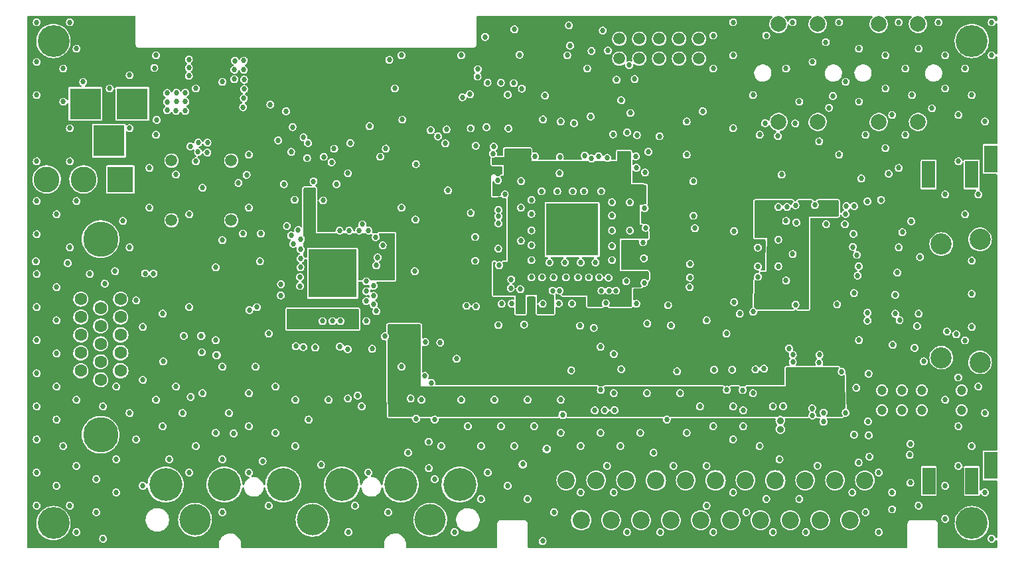
<source format=gbr>
G04 #@! TF.GenerationSoftware,KiCad,Pcbnew,7.0.5+dfsg-2*
G04 #@! TF.CreationDate,2023-07-13T13:36:20+03:00*
G04 #@! TF.ProjectId,ossc_board,6f737363-5f62-46f6-9172-642e6b696361,rev?*
G04 #@! TF.SameCoordinates,Original*
G04 #@! TF.FileFunction,Copper,L3,Inr*
G04 #@! TF.FilePolarity,Positive*
%FSLAX46Y46*%
G04 Gerber Fmt 4.6, Leading zero omitted, Abs format (unit mm)*
G04 Created by KiCad (PCBNEW 7.0.5+dfsg-2) date 2023-07-13 13:36:20*
%MOMM*%
%LPD*%
G01*
G04 APERTURE LIST*
G04 #@! TA.AperFunction,ComponentPad*
%ADD10R,4.000000X4.000000*%
G04 #@! TD*
G04 #@! TA.AperFunction,ComponentPad*
%ADD11C,1.600000*%
G04 #@! TD*
G04 #@! TA.AperFunction,ComponentPad*
%ADD12C,4.500000*%
G04 #@! TD*
G04 #@! TA.AperFunction,ComponentPad*
%ADD13C,1.506220*%
G04 #@! TD*
G04 #@! TA.AperFunction,ComponentPad*
%ADD14C,4.064000*%
G04 #@! TD*
G04 #@! TA.AperFunction,ComponentPad*
%ADD15C,0.690000*%
G04 #@! TD*
G04 #@! TA.AperFunction,ComponentPad*
%ADD16C,2.000000*%
G04 #@! TD*
G04 #@! TA.AperFunction,Conductor*
%ADD17R,6.200000X6.200000*%
G04 #@! TD*
G04 #@! TA.AperFunction,ComponentPad*
%ADD18C,4.200000*%
G04 #@! TD*
G04 #@! TA.AperFunction,ComponentPad*
%ADD19C,4.000000*%
G04 #@! TD*
G04 #@! TA.AperFunction,ComponentPad*
%ADD20C,2.200000*%
G04 #@! TD*
G04 #@! TA.AperFunction,Conductor*
%ADD21R,6.700000X6.700000*%
G04 #@! TD*
G04 #@! TA.AperFunction,ComponentPad*
%ADD22R,3.300000X3.300000*%
G04 #@! TD*
G04 #@! TA.AperFunction,ComponentPad*
%ADD23C,3.300000*%
G04 #@! TD*
G04 #@! TA.AperFunction,ComponentPad*
%ADD24R,1.700000X3.500000*%
G04 #@! TD*
G04 #@! TA.AperFunction,ComponentPad*
%ADD25C,2.700000*%
G04 #@! TD*
G04 #@! TA.AperFunction,ComponentPad*
%ADD26C,0.900000*%
G04 #@! TD*
G04 #@! TA.AperFunction,ComponentPad*
%ADD27C,1.200000*%
G04 #@! TD*
G04 #@! TA.AperFunction,ComponentPad*
%ADD28C,1.500000*%
G04 #@! TD*
G04 #@! TA.AperFunction,ViaPad*
%ADD29C,0.686000*%
G04 #@! TD*
G04 #@! TA.AperFunction,ViaPad*
%ADD30C,1.500000*%
G04 #@! TD*
G04 APERTURE END LIST*
D10*
X21202140Y-28649000D03*
X15202660Y-28649000D03*
X18202400Y-33348000D03*
D11*
X19695500Y-62735400D03*
X19695500Y-60445400D03*
X19695500Y-58155400D03*
X19695500Y-55865400D03*
X19695500Y-53575400D03*
X17155500Y-63875400D03*
X17155500Y-61585400D03*
X17155500Y-59295400D03*
X17155500Y-57005400D03*
D12*
X17155500Y-70915400D03*
D11*
X17155500Y-54715400D03*
D12*
X17155500Y-45915400D03*
D11*
X14615500Y-62735400D03*
X14615500Y-60445400D03*
X14615500Y-58155400D03*
X14615500Y-55865400D03*
X14615500Y-53575400D03*
D13*
X93480000Y-20320000D03*
X93480000Y-22860000D03*
X90940000Y-20320000D03*
X90940000Y-22860000D03*
X88400000Y-20320000D03*
X88400000Y-22860000D03*
X85860000Y-20320000D03*
X85860000Y-22860000D03*
X83320000Y-20320000D03*
X83320000Y-22860000D03*
D14*
X11130000Y-20600000D03*
X11130000Y-82200000D03*
X128300000Y-82200000D03*
X128300000Y-20600000D03*
D15*
X46736000Y-51892000D03*
X48336000Y-49492000D03*
X45136000Y-48692000D03*
X45136000Y-51092000D03*
X45136000Y-52692000D03*
X44336000Y-52692000D03*
X49136000Y-51092000D03*
X44336000Y-49492000D03*
X49136000Y-50292000D03*
D16*
X46736000Y-50292000D03*
D15*
X45136000Y-51892000D03*
X47536000Y-47892000D03*
X45136000Y-50292000D03*
X45936000Y-48692000D03*
X46736000Y-52692000D03*
X48336000Y-51892000D03*
X46736000Y-47892000D03*
X47536000Y-51892000D03*
X44336000Y-50292000D03*
X44336000Y-51092000D03*
X46736000Y-48692000D03*
X45936000Y-47892000D03*
X44336000Y-48692000D03*
X47536000Y-52692000D03*
X48336000Y-51092000D03*
X45936000Y-52692000D03*
X48336000Y-50292000D03*
X49136000Y-48692000D03*
X49136000Y-49492000D03*
X48336000Y-47892000D03*
X45136000Y-47892000D03*
X48336000Y-48692000D03*
D17*
X46736000Y-50292000D03*
D15*
X45136000Y-49492000D03*
X49136000Y-51892000D03*
X47536000Y-48692000D03*
X44336000Y-47892000D03*
X44336000Y-51892000D03*
X49136000Y-52692000D03*
X45936000Y-51892000D03*
X49136000Y-47892000D03*
X48336000Y-52692000D03*
D18*
X47946000Y-77276200D03*
X40446000Y-77276200D03*
X55446000Y-77276200D03*
X62946000Y-77276200D03*
X32946000Y-77276200D03*
X25446000Y-77276200D03*
D19*
X29196000Y-81776200D03*
X59196000Y-81776200D03*
X44196000Y-81776200D03*
D15*
X79850000Y-43850000D03*
X77300000Y-43000000D03*
X77300000Y-42150000D03*
X74750000Y-43850000D03*
X74750000Y-42150000D03*
X79000000Y-44700000D03*
X78150000Y-46400000D03*
X78150000Y-47250000D03*
X74750000Y-46400000D03*
X76450000Y-46400000D03*
X74750000Y-47250000D03*
X79000000Y-42150000D03*
X77300000Y-47250000D03*
X76450000Y-47250000D03*
X75600000Y-44700000D03*
X78150000Y-42150000D03*
X79850000Y-43000000D03*
X79850000Y-44700000D03*
D20*
X77300000Y-44700000D03*
D15*
X79850000Y-47250000D03*
X79850000Y-46400000D03*
X75600000Y-42150000D03*
X79850000Y-42150000D03*
X79000000Y-43000000D03*
X79850000Y-45550000D03*
X74750000Y-44700000D03*
X79000000Y-46400000D03*
X75600000Y-45550000D03*
X79000000Y-43850000D03*
X75600000Y-43000000D03*
X75600000Y-47250000D03*
X75600000Y-46400000D03*
X79000000Y-45550000D03*
X78150000Y-43000000D03*
X75600000Y-43850000D03*
X76450000Y-43000000D03*
X74750000Y-43000000D03*
D21*
X77300000Y-44700000D03*
D15*
X74750000Y-45550000D03*
X79000000Y-47250000D03*
X76450000Y-42150000D03*
X77300000Y-46400000D03*
D22*
X19666000Y-38298000D03*
D23*
X14966000Y-38298000D03*
X10266000Y-38298000D03*
D16*
X116418000Y-30950000D03*
X116418000Y-18450000D03*
X121418000Y-30950000D03*
X121418000Y-18450000D03*
X103631000Y-30950000D03*
X103631000Y-18450000D03*
X108631000Y-18450000D03*
X108631000Y-30950000D03*
D24*
X130706000Y-74830000D03*
X128306000Y-76830000D03*
X122806000Y-76830000D03*
X130698000Y-35676000D03*
X128298000Y-37676000D03*
X122798000Y-37676000D03*
D25*
X124400000Y-46550000D03*
X124400000Y-61050000D03*
X129350000Y-45950000D03*
X129350000Y-61650000D03*
D26*
X103861000Y-70197000D03*
X103861000Y-69097000D03*
D20*
X114659600Y-76741200D03*
X112754600Y-81821200D03*
X110849600Y-76741200D03*
X108944600Y-81821200D03*
X107039600Y-76741200D03*
X105134600Y-81821200D03*
X103229600Y-76741200D03*
X101324600Y-81821200D03*
X99419600Y-76741200D03*
X97514600Y-81821200D03*
X95609600Y-76741200D03*
X93704600Y-81821200D03*
X91799600Y-76741200D03*
X89894600Y-81821200D03*
X87989600Y-76741200D03*
X86084600Y-81821200D03*
X84179600Y-76741200D03*
X82274600Y-81821200D03*
X80369600Y-76741200D03*
X78464600Y-81821200D03*
X76559600Y-76741200D03*
D27*
X127000000Y-67790000D03*
X127000000Y-65250000D03*
X116840000Y-65250000D03*
X119380000Y-65250000D03*
X121920000Y-65250000D03*
X116840000Y-67790000D03*
X119380000Y-67790000D03*
X121920000Y-67790000D03*
D28*
X26184500Y-35889300D03*
X26184500Y-43509300D03*
X33804500Y-43509300D03*
X33804500Y-35889300D03*
D29*
X84323000Y-32288000D03*
X84732200Y-29806000D03*
X108848000Y-60705000D03*
X105453000Y-60701000D03*
X43617000Y-33642000D03*
X24312000Y-30690000D03*
X43043000Y-32918000D03*
X24000000Y-24050000D03*
X110562000Y-27638000D03*
X45599000Y-35400000D03*
X127430000Y-58850000D03*
X52818000Y-35391000D03*
X117714100Y-37557100D03*
X53534000Y-34370000D03*
X46943000Y-34376000D03*
X110094000Y-29135000D03*
X116710000Y-40910000D03*
X126320000Y-58080000D03*
X69098500Y-27469200D03*
X69847800Y-25996000D03*
X68209500Y-25945200D03*
X66507700Y-25932500D03*
X73848300Y-27570800D03*
X70901900Y-26681800D03*
X81870000Y-21820002D03*
X79665000Y-30246000D03*
X84590000Y-23679000D03*
X79790000Y-21890000D03*
X77541000Y-31105000D03*
X81230000Y-19270000D03*
X83576500Y-28167700D03*
X69596000Y-54152800D03*
X80061000Y-57252000D03*
X85496400Y-54178200D03*
X70700000Y-52300000D03*
X85428000Y-35326000D03*
X84200000Y-51300000D03*
X69187000Y-31768000D03*
X87046000Y-34757000D03*
X67200000Y-35000000D03*
X89535000Y-54356000D03*
X67900000Y-56900000D03*
X85500000Y-36800000D03*
X69900800Y-35306000D03*
X86556000Y-45389000D03*
X82804000Y-54102000D03*
X70586600Y-54178200D03*
X71595000Y-35377000D03*
X67995800Y-35839400D03*
X74498200Y-54152800D03*
X67843400Y-52197000D03*
X86403000Y-39400000D03*
X84087000Y-35223000D03*
X68021200Y-39522400D03*
X86517000Y-50546000D03*
X82516000Y-32537000D03*
X114971000Y-56319000D03*
X54432000Y-57465000D03*
X46736000Y-56388000D03*
X109899000Y-62678000D03*
X102850000Y-66360000D03*
X57440000Y-58720000D03*
X56460000Y-64108000D03*
X111090000Y-68070000D03*
X112100000Y-44000000D03*
X105471000Y-62728000D03*
X40117100Y-53097800D03*
X40050000Y-36740000D03*
X32180000Y-44260000D03*
X36300000Y-43640000D03*
X78587600Y-54178200D03*
X86558000Y-43510000D03*
X46073400Y-27113600D03*
X45811000Y-37856000D03*
X90790100Y-28104200D03*
X45819000Y-44196000D03*
X101000000Y-48300000D03*
X68377000Y-48296000D03*
X99065000Y-21336000D03*
X86407000Y-49511000D03*
X112100000Y-37300000D03*
X73607000Y-35245000D03*
X108306000Y-58560000D03*
X104900000Y-38400000D03*
D30*
X38353000Y-34188000D03*
D29*
X52118600Y-44080800D03*
X67843400Y-45440600D03*
X52486900Y-48246400D03*
X67995800Y-40894000D03*
X86624000Y-38476000D03*
X67843400Y-37084000D03*
X107930000Y-67540000D03*
D30*
X37165000Y-32898000D03*
D29*
X72400500Y-17800000D03*
X85839000Y-47092000D03*
X52324000Y-56134000D03*
X98826000Y-29083000D03*
X72110600Y-54178200D03*
X77553000Y-35406000D03*
X118140000Y-80440000D03*
X115040000Y-69220000D03*
X119080000Y-56270000D03*
X121310000Y-57030000D03*
X101000000Y-41900000D03*
X110700000Y-41700000D03*
X106400000Y-53500000D03*
X100968000Y-53185000D03*
X105000000Y-53500000D03*
X107200000Y-41600000D03*
X125140000Y-57710000D03*
X114180000Y-38160000D03*
X43979000Y-44493000D03*
X52324000Y-50546000D03*
X43939800Y-40651800D03*
X52160000Y-47020000D03*
X51778039Y-59921961D03*
X53420000Y-58330000D03*
X76100000Y-68370000D03*
X71010000Y-74670000D03*
X74070000Y-72730000D03*
X29982500Y-58279400D03*
X31938300Y-60743200D03*
X20846879Y-68124500D03*
X66530879Y-75738500D03*
X26815000Y-27219000D03*
X121700000Y-48210000D03*
X18308879Y-26670500D03*
X28590000Y-34069000D03*
X129134879Y-40206500D03*
X85288000Y-25471000D03*
X74400000Y-48900000D03*
X104700000Y-41800000D03*
X73450000Y-50800000D03*
X56693000Y-66271000D03*
X67376879Y-66432500D03*
X118982879Y-36822500D03*
X101216879Y-72354500D03*
X13232879Y-18210500D03*
X56378879Y-73200500D03*
X39458879Y-70662500D03*
X26784000Y-29535000D03*
X91064879Y-65586500D03*
X75400000Y-39800000D03*
X77400000Y-39800000D03*
X130826879Y-22440500D03*
X35425000Y-27912000D03*
X22814000Y-50300000D03*
X120674879Y-27516500D03*
X8896000Y-48748000D03*
X63992879Y-69816500D03*
X57390000Y-68854000D03*
X9002879Y-50358500D03*
X36074879Y-75738500D03*
X28460879Y-42744500D03*
X55532879Y-62202500D03*
X70800000Y-38500000D03*
X65048000Y-54521000D03*
X47630000Y-44836000D03*
X72572000Y-35329000D03*
X25076879Y-55434500D03*
X82977000Y-25552000D03*
X94448879Y-74892500D03*
X103600000Y-41800000D03*
X12386879Y-28362500D03*
X80691000Y-35342000D03*
X23912000Y-50307000D03*
X124904879Y-40206500D03*
X76682879Y-22440500D03*
X9002879Y-23286500D03*
X103754879Y-74046500D03*
X80750000Y-50800000D03*
X95294879Y-19902500D03*
X81050000Y-52500000D03*
X70760879Y-46128500D03*
X22538879Y-57126500D03*
X34267000Y-23119000D03*
X124058879Y-18210500D03*
X103600000Y-49400000D03*
X75590400Y-54127400D03*
X32690000Y-46036000D03*
X58994000Y-71803000D03*
X95294879Y-83352500D03*
X9002879Y-54588500D03*
X75700000Y-52500000D03*
X29306879Y-26670500D03*
X33536879Y-68124500D03*
X21692879Y-71508500D03*
X41910000Y-40894000D03*
X94448879Y-56280500D03*
X102062879Y-19902500D03*
X71170800Y-56845200D03*
X9002879Y-79968500D03*
X24230879Y-66432500D03*
X16616879Y-76584500D03*
X105446879Y-47820500D03*
X76901000Y-18600000D03*
X111368879Y-18210500D03*
X29581000Y-34785000D03*
X114996000Y-55321000D03*
X11540879Y-68970500D03*
X40167900Y-51688100D03*
X113881000Y-49400000D03*
X97832879Y-67278500D03*
X45263000Y-74737000D03*
X109700000Y-44000000D03*
X46226879Y-66432500D03*
X61276000Y-31913000D03*
X111700000Y-62840000D03*
X35410000Y-24277000D03*
X102062879Y-79122500D03*
X12386879Y-24132500D03*
X34221000Y-24270000D03*
X42707900Y-45909600D03*
X41628000Y-31593000D03*
X90218879Y-74892500D03*
X99060000Y-65200000D03*
X64947800Y-45643800D03*
X82604879Y-78276500D03*
X117290879Y-22440500D03*
X107980000Y-68440000D03*
X53134600Y-46709700D03*
X69545000Y-51064000D03*
X127442879Y-24132500D03*
X12386879Y-72354500D03*
X59762879Y-76584500D03*
X99524879Y-80814500D03*
X70584400Y-22363800D03*
X16616879Y-80814500D03*
X27973000Y-28354000D03*
X69469000Y-52177000D03*
X32690879Y-62202500D03*
X82900000Y-52500000D03*
X48875000Y-44826000D03*
X35770000Y-37700000D03*
X66385000Y-31608000D03*
X32690879Y-74046500D03*
X118982879Y-18210500D03*
X23384879Y-41898500D03*
X11540879Y-42744500D03*
X43480000Y-35565000D03*
X29306879Y-35976500D03*
X67900000Y-42200000D03*
X11540879Y-64740500D03*
X112200000Y-42700000D03*
X118800000Y-50200000D03*
X59036000Y-75175000D03*
X14078879Y-21594500D03*
X31844879Y-70662500D03*
X104230000Y-67260000D03*
X51054000Y-56388000D03*
X97832879Y-31746500D03*
X44318000Y-38546000D03*
X81584800Y-54102000D03*
X113131600Y-46913800D03*
X105446879Y-18210500D03*
X75700000Y-37500000D03*
X78400000Y-48900000D03*
X113906879Y-28362500D03*
X97050000Y-65190000D03*
X11540879Y-60510500D03*
X20846879Y-31746500D03*
X80193000Y-67788000D03*
X128288879Y-57126500D03*
X97978000Y-53969000D03*
X73400000Y-39800000D03*
X9002879Y-71508500D03*
X101216879Y-32592500D03*
X99110000Y-69830000D03*
X78374879Y-78276500D03*
X19154879Y-74046500D03*
X78374879Y-72354500D03*
X51069000Y-52578000D03*
X67900000Y-43000000D03*
X92329000Y-49098200D03*
X63146879Y-22440500D03*
X41443000Y-45441000D03*
X36074879Y-35130500D03*
X26830000Y-28316000D03*
X126596879Y-30054500D03*
X52227000Y-45659000D03*
X107984879Y-23286500D03*
X65684879Y-79122500D03*
X124904879Y-26670500D03*
X113570000Y-64900000D03*
X83450879Y-72354500D03*
X130826879Y-84198500D03*
X63146879Y-66432500D03*
X31844879Y-58818500D03*
X82400000Y-44800000D03*
X124904879Y-77430500D03*
X25618000Y-28377000D03*
X30152879Y-39360500D03*
X123212879Y-29208500D03*
X83588000Y-62534000D03*
X119828879Y-24132500D03*
X119828879Y-32592500D03*
X104600879Y-43590500D03*
X58070879Y-66432500D03*
X84696000Y-44818000D03*
X121520879Y-21594500D03*
X52324000Y-49276000D03*
X102908879Y-67278500D03*
X69914879Y-72354500D03*
X51458000Y-31486000D03*
X55532879Y-41898500D03*
X40523000Y-38908000D03*
X13232879Y-35976500D03*
X91910879Y-30900500D03*
X100696000Y-62555000D03*
X78816200Y-39801800D03*
X41737000Y-46518000D03*
X94448879Y-79968500D03*
X34138000Y-70744000D03*
X62300879Y-83352500D03*
X41457000Y-34770000D03*
X97960000Y-44900000D03*
X100995000Y-49408000D03*
X74800000Y-52500000D03*
X73533000Y-84475000D03*
X103560000Y-32750000D03*
X112300000Y-41700000D03*
X71606879Y-79122500D03*
X118982879Y-46974500D03*
X68222879Y-69816500D03*
X81950000Y-50850000D03*
X11540879Y-77430500D03*
X19154879Y-78276500D03*
X82400000Y-48600000D03*
X101796000Y-62454000D03*
X67300000Y-34100000D03*
X11540879Y-52050500D03*
X102908879Y-83352500D03*
X29306879Y-72354500D03*
X51979000Y-53167000D03*
X80912879Y-70662500D03*
X25136000Y-61549000D03*
X40930000Y-44242000D03*
X42669800Y-47217700D03*
X32690879Y-80814500D03*
X118136879Y-30054500D03*
X17462879Y-84198500D03*
X24230879Y-32592500D03*
X112214879Y-25824500D03*
X118136879Y-78276500D03*
X36920879Y-62202500D03*
X67871000Y-47130000D03*
X42603000Y-51907000D03*
X117290879Y-34284500D03*
X22538879Y-63894500D03*
X127442879Y-42744500D03*
X86681000Y-44463000D03*
X86591000Y-37404000D03*
X50556500Y-44030000D03*
X27958000Y-27203000D03*
X98678879Y-55434500D03*
X29604000Y-33581000D03*
X72100000Y-42700000D03*
X114752879Y-80814500D03*
X97832879Y-18210500D03*
X89916000Y-56946800D03*
X48764879Y-83352500D03*
X14078879Y-41052500D03*
X79450000Y-50800000D03*
X9002879Y-67278500D03*
X35330000Y-29051000D03*
X28460879Y-75738500D03*
X38612879Y-57972500D03*
X128288879Y-27516500D03*
X58527000Y-63383000D03*
X117290879Y-26670500D03*
X106292879Y-28362500D03*
X45466000Y-56388000D03*
X17462879Y-67278500D03*
X51302879Y-75738500D03*
X51984000Y-54254000D03*
X111368879Y-35130500D03*
X61128000Y-33673000D03*
X72452879Y-69816500D03*
X105800000Y-54300000D03*
X72100000Y-48600000D03*
X65000000Y-34000000D03*
X15770879Y-50358500D03*
X75836879Y-70662500D03*
X60484000Y-59135000D03*
X76500000Y-50800000D03*
X47254000Y-38877000D03*
X80300000Y-48900000D03*
X65684879Y-72354500D03*
X30770000Y-34854000D03*
X14924879Y-25824500D03*
X105900000Y-43800000D03*
X119421000Y-45027000D03*
X60608879Y-72354500D03*
X126596879Y-69816500D03*
X42365000Y-44753900D03*
X22538879Y-77430500D03*
X57226000Y-50018000D03*
X82400000Y-41200000D03*
X9002879Y-75738500D03*
X57328000Y-43404000D03*
X129134879Y-64740500D03*
X38612879Y-79968500D03*
X118510000Y-53040000D03*
X35425000Y-23111000D03*
X82400000Y-42900000D03*
X52324000Y-55118000D03*
X91910879Y-35130500D03*
X35448000Y-26754000D03*
X28460879Y-54588500D03*
X14078879Y-83352500D03*
X67900000Y-43900000D03*
X61468000Y-39690000D03*
X114752879Y-32592500D03*
X45527300Y-40982000D03*
X101900000Y-31120000D03*
X124904879Y-22440500D03*
X37810000Y-74280000D03*
X27614879Y-68124500D03*
X35448000Y-25542000D03*
X111115000Y-54258000D03*
X81000000Y-39800000D03*
X24230879Y-22440500D03*
X80912879Y-59664500D03*
X70760879Y-41898500D03*
X66203000Y-20081000D03*
X81758879Y-74892500D03*
X9002879Y-45282500D03*
X86346000Y-46318000D03*
X116444879Y-75738500D03*
X14078879Y-74892500D03*
X13232879Y-46974500D03*
X63848000Y-54441000D03*
X51333000Y-44831000D03*
X105000000Y-59880000D03*
X72100000Y-44800000D03*
X48997000Y-33658000D03*
X34750000Y-38740000D03*
X92329000Y-50825400D03*
X20846879Y-46974500D03*
X82700000Y-67772000D03*
X73533000Y-54178200D03*
X41996879Y-66432500D03*
X42657000Y-48402000D03*
X91910879Y-70662500D03*
X54686879Y-26670500D03*
X20000879Y-43590500D03*
X93602879Y-67278500D03*
X50135000Y-44811000D03*
X75735000Y-35437000D03*
X68707000Y-40208200D03*
X81481000Y-67780000D03*
X106292879Y-79122500D03*
X11540879Y-56280500D03*
X77038000Y-21199000D03*
X20846879Y-24978500D03*
X100405000Y-55195000D03*
X124904879Y-81660500D03*
X58548000Y-59066000D03*
X86567000Y-41960000D03*
X25634000Y-29451000D03*
X47752000Y-56388000D03*
X104020000Y-37680000D03*
X25611000Y-27249000D03*
X113060879Y-78276500D03*
X82604879Y-65586500D03*
X118550000Y-55450000D03*
X9002879Y-58818500D03*
X36074879Y-41898500D03*
X69947000Y-19116000D03*
X51064000Y-51308000D03*
X113262543Y-70902543D03*
X64947800Y-48691800D03*
X82400000Y-46800000D03*
X128288879Y-52896500D03*
X86500000Y-51500000D03*
X101006000Y-50724000D03*
X43688879Y-68970500D03*
X14078879Y-66432500D03*
X13232879Y-79968500D03*
X72100000Y-50800000D03*
X28404000Y-22974000D03*
X9002879Y-35976500D03*
X103600000Y-46000000D03*
X89372879Y-68970500D03*
X28404000Y-24014000D03*
X109676879Y-20748500D03*
X21692879Y-53742500D03*
X69068879Y-77430500D03*
X71606879Y-66432500D03*
X129980879Y-30900500D03*
X42596000Y-50764000D03*
X27935000Y-29535000D03*
X84673000Y-41214000D03*
X34214000Y-25489000D03*
X95294879Y-69816500D03*
X84296879Y-83352500D03*
X75836879Y-66432500D03*
X31844879Y-49512500D03*
X50456879Y-67278500D03*
X42634000Y-49507000D03*
X121520879Y-55434500D03*
X76400000Y-48900000D03*
X104600879Y-24132500D03*
X88526879Y-83352500D03*
X126596879Y-35976500D03*
X95294879Y-24132500D03*
X120564000Y-43632000D03*
X86479000Y-48360000D03*
X114983600Y-41083600D03*
X74990879Y-80814500D03*
X23384879Y-36822500D03*
X113906879Y-21594500D03*
X101000000Y-47000000D03*
X68300600Y-54178200D03*
X63307000Y-27793000D03*
X77175000Y-62690000D03*
X74950000Y-50800000D03*
X42034800Y-59600200D03*
X12960000Y-48971000D03*
X49610879Y-79968500D03*
X104600879Y-51204500D03*
X9002879Y-18210500D03*
X25922879Y-74046500D03*
X86900000Y-56700000D03*
X90700000Y-62800000D03*
X105800000Y-41600000D03*
X107138879Y-83352500D03*
X97832879Y-71508500D03*
X26768879Y-37668500D03*
X92756879Y-38514500D03*
X100370879Y-27516500D03*
X65263000Y-24216000D03*
X108265000Y-41567000D03*
X116444879Y-83352500D03*
X9002879Y-27516500D03*
X78326000Y-56982000D03*
X19154879Y-64740500D03*
X51979000Y-51887000D03*
X95429000Y-62602000D03*
X88440000Y-32771000D03*
X129980879Y-78276500D03*
X48707000Y-37490000D03*
X86834879Y-65586500D03*
X59762879Y-68970500D03*
X28404000Y-25055000D03*
X62553000Y-61200000D03*
X30053000Y-60371000D03*
X85988879Y-70662500D03*
X113906879Y-58818500D03*
X41996879Y-72354500D03*
X87680879Y-73200500D03*
X26768879Y-64740500D03*
X121520879Y-79968500D03*
X59265000Y-31993000D03*
X100370879Y-65586500D03*
X60190000Y-32781000D03*
X67986000Y-49256000D03*
X129980879Y-68124500D03*
X82000000Y-52500000D03*
X9002879Y-63048500D03*
X85568000Y-32634000D03*
X36074879Y-69816500D03*
X30152879Y-65586500D03*
X59329000Y-64267000D03*
X82612000Y-60590000D03*
X30777000Y-33581000D03*
X65232000Y-25156000D03*
X55532879Y-22440500D03*
X121000002Y-59810000D03*
X126596879Y-74892500D03*
X27757000Y-58278000D03*
X75836879Y-30900500D03*
X53840879Y-80814500D03*
X25076879Y-69816500D03*
X51054000Y-53828000D03*
X72100000Y-40900000D03*
X32690879Y-25824500D03*
X9002879Y-41052500D03*
X97832879Y-22440500D03*
X78895000Y-35237000D03*
X67843400Y-38404800D03*
X124904879Y-66432500D03*
X97832879Y-78276500D03*
X79220879Y-24132500D03*
X96986879Y-57972500D03*
X108830879Y-33438500D03*
X78050000Y-50800000D03*
X92303600Y-52044600D03*
X39811000Y-33296000D03*
X39458879Y-64740500D03*
X99120000Y-67790000D03*
X97738000Y-62591000D03*
X128288879Y-72354500D03*
X128288879Y-48666500D03*
X28651000Y-66081000D03*
X130826879Y-18210500D03*
X36074879Y-65586500D03*
X72100000Y-46700000D03*
X13232879Y-31746500D03*
X44543000Y-59767000D03*
X47673600Y-59651000D03*
X36118800Y-54991000D03*
X37084000Y-54610000D03*
X113258600Y-52806600D03*
X113645000Y-47926000D03*
X113741200Y-50571400D03*
X113184000Y-45236000D03*
X81788000Y-35557000D03*
X113300000Y-41700000D03*
X55649200Y-30644200D03*
X73590000Y-30644000D03*
X79756000Y-35610800D03*
X77292200Y-54152800D03*
X93965100Y-29590100D03*
X43000000Y-59701800D03*
X48664200Y-59981200D03*
X19000000Y-50010000D03*
X17670000Y-51610000D03*
X35306000Y-45212000D03*
X37592000Y-45212000D03*
X40810000Y-29590100D03*
X38796300Y-28713800D03*
X92964000Y-44521000D03*
X105780000Y-31130000D03*
X92774000Y-42931000D03*
X37479000Y-48745000D03*
X49530000Y-56388000D03*
X41330000Y-55790000D03*
X42225300Y-56260100D03*
X43434000Y-56388000D03*
X48706000Y-66277000D03*
X49957000Y-65908000D03*
X105456000Y-61628000D03*
X46608000Y-36111000D03*
X80970000Y-65197000D03*
X108833000Y-61692000D03*
X57371000Y-36332000D03*
X53972000Y-23020000D03*
X64262000Y-27402000D03*
X64378000Y-31758000D03*
X64381000Y-42577000D03*
X120450000Y-77050000D03*
X118210000Y-59420000D03*
X122170000Y-61530000D03*
X109385000Y-69243000D03*
X109377000Y-68077000D03*
X120360000Y-73470000D03*
X120450000Y-72090000D03*
X126560000Y-63590000D03*
X115120000Y-63120000D03*
X112210000Y-68100000D03*
X115250000Y-73710000D03*
X108600000Y-74860000D03*
X115140000Y-70980000D03*
X113840000Y-74460000D03*
G04 #@! TA.AperFunction,Conductor*
G36*
X105477556Y-40996052D02*
G01*
X105524049Y-41049708D01*
X105534153Y-41119982D01*
X105504659Y-41184562D01*
X105484578Y-41201817D01*
X105484745Y-41202013D01*
X105477910Y-41207831D01*
X105470316Y-41212622D01*
X105374843Y-41320724D01*
X105368557Y-41334113D01*
X105329793Y-41416679D01*
X105313549Y-41451277D01*
X105313548Y-41451282D01*
X105276983Y-41506808D01*
X105212078Y-41535580D01*
X105141921Y-41524693D01*
X105100084Y-41492918D01*
X105060960Y-41447513D01*
X105034392Y-41416679D01*
X104913366Y-41338234D01*
X104849508Y-41319136D01*
X104783788Y-41299481D01*
X104783786Y-41299481D01*
X104775187Y-41296909D01*
X104766212Y-41296854D01*
X104766211Y-41296854D01*
X104704194Y-41296475D01*
X104630964Y-41296028D01*
X104568092Y-41313997D01*
X104500922Y-41333194D01*
X104500920Y-41333195D01*
X104492291Y-41335661D01*
X104370316Y-41412622D01*
X104274843Y-41520724D01*
X104271028Y-41528850D01*
X104264400Y-41542967D01*
X104217344Y-41596130D01*
X104149016Y-41615412D01*
X104081110Y-41594692D01*
X104035644Y-41541570D01*
X104032254Y-41534113D01*
X104032252Y-41534110D01*
X104028537Y-41525939D01*
X104022679Y-41519140D01*
X104022676Y-41519136D01*
X103940252Y-41423479D01*
X103940249Y-41423477D01*
X103934392Y-41416679D01*
X103813366Y-41338234D01*
X103749508Y-41319136D01*
X103683788Y-41299481D01*
X103683786Y-41299481D01*
X103675187Y-41296909D01*
X103666212Y-41296854D01*
X103666211Y-41296854D01*
X103604194Y-41296475D01*
X103530964Y-41296028D01*
X103468092Y-41313997D01*
X103400922Y-41333194D01*
X103400920Y-41333195D01*
X103392291Y-41335661D01*
X103270316Y-41412622D01*
X103174843Y-41520724D01*
X103113549Y-41651277D01*
X103112168Y-41660146D01*
X103096195Y-41762734D01*
X103091360Y-41793785D01*
X103092524Y-41802687D01*
X103092524Y-41802690D01*
X103097753Y-41842676D01*
X103110060Y-41936794D01*
X103113674Y-41945007D01*
X103113675Y-41945011D01*
X103164531Y-42060588D01*
X103168147Y-42068805D01*
X103260950Y-42179207D01*
X103268421Y-42184180D01*
X103268422Y-42184181D01*
X103373535Y-42254151D01*
X103373538Y-42254152D01*
X103381008Y-42259125D01*
X103389572Y-42261801D01*
X103389575Y-42261802D01*
X103510105Y-42299459D01*
X103510109Y-42299460D01*
X103518672Y-42302135D01*
X103584286Y-42303337D01*
X103653895Y-42304613D01*
X103653898Y-42304613D01*
X103662873Y-42304777D01*
X103671536Y-42302415D01*
X103671538Y-42302415D01*
X103743324Y-42282844D01*
X103802020Y-42266842D01*
X103810229Y-42261802D01*
X103917274Y-42196076D01*
X103924927Y-42191377D01*
X103931441Y-42184181D01*
X104015685Y-42091109D01*
X104015686Y-42091108D01*
X104021713Y-42084449D01*
X104035569Y-42055849D01*
X104083269Y-42003267D01*
X104151828Y-41984820D01*
X104219476Y-42006366D01*
X104258866Y-42053543D01*
X104259789Y-42052969D01*
X104263896Y-42059568D01*
X104264289Y-42060038D01*
X104264530Y-42060586D01*
X104264531Y-42060588D01*
X104268147Y-42068805D01*
X104360950Y-42179207D01*
X104368421Y-42184180D01*
X104368422Y-42184181D01*
X104473535Y-42254151D01*
X104473538Y-42254152D01*
X104481008Y-42259125D01*
X104489572Y-42261801D01*
X104489575Y-42261802D01*
X104610105Y-42299459D01*
X104610109Y-42299460D01*
X104618672Y-42302135D01*
X104684286Y-42303337D01*
X104753895Y-42304613D01*
X104753898Y-42304613D01*
X104762873Y-42304777D01*
X104771536Y-42302415D01*
X104771538Y-42302415D01*
X104843324Y-42282844D01*
X104902020Y-42266842D01*
X104910229Y-42261802D01*
X105017274Y-42196076D01*
X105024927Y-42191377D01*
X105031441Y-42184181D01*
X105115685Y-42091109D01*
X105115686Y-42091108D01*
X105121713Y-42084449D01*
X105129293Y-42068805D01*
X105180684Y-41962734D01*
X105180685Y-41962732D01*
X105184598Y-41954655D01*
X105185511Y-41949228D01*
X105224298Y-41891862D01*
X105289550Y-41863883D01*
X105359569Y-41875624D01*
X105401018Y-41907910D01*
X105455172Y-41972334D01*
X105455174Y-41972336D01*
X105460950Y-41979207D01*
X105468421Y-41984180D01*
X105468422Y-41984181D01*
X105573535Y-42054151D01*
X105573538Y-42054152D01*
X105581008Y-42059125D01*
X105589572Y-42061801D01*
X105589575Y-42061802D01*
X105710105Y-42099459D01*
X105710109Y-42099460D01*
X105718672Y-42102135D01*
X105784286Y-42103337D01*
X105853895Y-42104613D01*
X105853898Y-42104613D01*
X105862873Y-42104777D01*
X105871536Y-42102415D01*
X105871538Y-42102415D01*
X105943324Y-42082844D01*
X106002020Y-42066842D01*
X106010229Y-42061802D01*
X106117274Y-41996076D01*
X106124927Y-41991377D01*
X106131441Y-41984181D01*
X106215685Y-41891109D01*
X106215686Y-41891108D01*
X106221713Y-41884449D01*
X106229293Y-41868805D01*
X106280684Y-41762734D01*
X106280685Y-41762732D01*
X106284598Y-41754655D01*
X106308526Y-41612428D01*
X106308678Y-41600000D01*
X106297325Y-41520724D01*
X106289505Y-41466117D01*
X106289504Y-41466114D01*
X106288232Y-41457231D01*
X106284518Y-41449062D01*
X106232254Y-41334113D01*
X106232252Y-41334110D01*
X106228537Y-41325939D01*
X106222679Y-41319140D01*
X106222676Y-41319136D01*
X106140252Y-41223479D01*
X106140249Y-41223477D01*
X106134392Y-41216679D01*
X106126861Y-41211797D01*
X106126859Y-41211796D01*
X106120664Y-41207781D01*
X106074381Y-41153945D01*
X106064551Y-41083632D01*
X106094296Y-41019167D01*
X106154171Y-40981016D01*
X106189198Y-40976050D01*
X107835721Y-40976050D01*
X107903842Y-40996052D01*
X107950335Y-41049708D01*
X107960439Y-41119982D01*
X107930162Y-41185458D01*
X107839843Y-41287724D01*
X107778549Y-41418277D01*
X107777168Y-41427146D01*
X107759352Y-41541570D01*
X107756360Y-41560785D01*
X107757524Y-41569687D01*
X107757524Y-41569690D01*
X107761488Y-41600000D01*
X107775060Y-41703794D01*
X107778674Y-41712007D01*
X107778675Y-41712011D01*
X107829531Y-41827588D01*
X107833147Y-41835805D01*
X107874037Y-41884449D01*
X107918038Y-41936794D01*
X107925950Y-41946207D01*
X107933421Y-41951180D01*
X107933422Y-41951181D01*
X108038535Y-42021151D01*
X108038538Y-42021152D01*
X108046008Y-42026125D01*
X108054572Y-42028801D01*
X108054575Y-42028802D01*
X108175105Y-42066459D01*
X108175109Y-42066460D01*
X108183672Y-42069135D01*
X108249286Y-42070337D01*
X108318895Y-42071613D01*
X108318898Y-42071613D01*
X108327873Y-42071777D01*
X108336536Y-42069415D01*
X108336538Y-42069415D01*
X108408324Y-42049844D01*
X108467020Y-42033842D01*
X108475229Y-42028802D01*
X108582274Y-41963076D01*
X108589927Y-41958377D01*
X108596441Y-41951181D01*
X108680685Y-41858109D01*
X108680686Y-41858108D01*
X108686713Y-41851449D01*
X108694293Y-41835805D01*
X108745684Y-41729734D01*
X108745685Y-41729732D01*
X108749598Y-41721655D01*
X108773526Y-41579428D01*
X108773678Y-41567000D01*
X108757958Y-41457231D01*
X108754505Y-41433117D01*
X108754504Y-41433114D01*
X108753232Y-41424231D01*
X108746830Y-41410151D01*
X108697254Y-41301113D01*
X108697252Y-41301110D01*
X108693537Y-41292939D01*
X108599925Y-41184297D01*
X108570611Y-41119636D01*
X108580910Y-41049390D01*
X108627551Y-40995864D01*
X108695378Y-40976050D01*
X111211014Y-40976050D01*
X111279135Y-40996052D01*
X111325628Y-41049708D01*
X111337011Y-41102948D01*
X111328428Y-42304613D01*
X111324217Y-42894113D01*
X111303729Y-42962089D01*
X111249742Y-43008198D01*
X111198930Y-43019211D01*
X110053215Y-43025668D01*
X107510000Y-43040000D01*
X107496315Y-51189413D01*
X107490212Y-54823726D01*
X107470095Y-54891813D01*
X107416362Y-54938215D01*
X107363727Y-54949513D01*
X106157619Y-54944859D01*
X106089577Y-54924594D01*
X106043291Y-54870760D01*
X106033459Y-54800447D01*
X106063201Y-54735981D01*
X106092175Y-54711487D01*
X106124927Y-54691377D01*
X106131443Y-54684179D01*
X106215685Y-54591109D01*
X106215686Y-54591108D01*
X106221713Y-54584449D01*
X106229293Y-54568805D01*
X106280684Y-54462734D01*
X106280685Y-54462732D01*
X106284598Y-54454655D01*
X106308526Y-54312428D01*
X106308678Y-54300000D01*
X106288232Y-54157231D01*
X106228537Y-54025939D01*
X106222679Y-54019140D01*
X106222676Y-54019136D01*
X106140252Y-53923479D01*
X106140249Y-53923477D01*
X106134392Y-53916679D01*
X106013366Y-53838234D01*
X105996514Y-53833194D01*
X105883788Y-53799481D01*
X105883786Y-53799481D01*
X105875187Y-53796909D01*
X105866212Y-53796854D01*
X105866211Y-53796854D01*
X105804194Y-53796475D01*
X105730964Y-53796028D01*
X105661628Y-53815844D01*
X105600922Y-53833194D01*
X105600920Y-53833195D01*
X105592291Y-53835661D01*
X105584701Y-53840450D01*
X105536882Y-53870622D01*
X105470316Y-53912622D01*
X105374843Y-54020724D01*
X105313549Y-54151277D01*
X105312168Y-54160146D01*
X105294997Y-54270428D01*
X105291360Y-54293785D01*
X105292524Y-54302687D01*
X105292524Y-54302690D01*
X105294425Y-54317225D01*
X105310060Y-54436794D01*
X105313674Y-54445007D01*
X105313675Y-54445011D01*
X105349666Y-54526805D01*
X105368147Y-54568805D01*
X105460950Y-54679207D01*
X105509011Y-54711199D01*
X105554632Y-54765594D01*
X105563604Y-54836022D01*
X105533075Y-54900120D01*
X105472739Y-54937537D01*
X105438705Y-54942084D01*
X100893914Y-54924547D01*
X100825871Y-54904282D01*
X100798947Y-54880796D01*
X100790300Y-54870760D01*
X100739392Y-54811679D01*
X100618366Y-54733234D01*
X100609768Y-54730662D01*
X100601651Y-54726912D01*
X100548203Y-54680181D01*
X100528504Y-54612115D01*
X100539687Y-51253308D01*
X100559915Y-51185256D01*
X100613726Y-51138942D01*
X100684033Y-51129072D01*
X100735505Y-51148841D01*
X100787008Y-51183125D01*
X100795572Y-51185801D01*
X100795575Y-51185802D01*
X100916105Y-51223459D01*
X100916109Y-51223460D01*
X100924672Y-51226135D01*
X100990286Y-51227337D01*
X101059895Y-51228613D01*
X101059898Y-51228613D01*
X101068873Y-51228777D01*
X101077536Y-51226415D01*
X101077538Y-51226415D01*
X101175587Y-51199684D01*
X101180719Y-51198285D01*
X104092239Y-51198285D01*
X104093403Y-51207187D01*
X104093403Y-51207190D01*
X104096226Y-51228777D01*
X104110939Y-51341294D01*
X104114553Y-51349507D01*
X104114554Y-51349511D01*
X104165410Y-51465088D01*
X104169026Y-51473305D01*
X104261829Y-51583707D01*
X104269300Y-51588680D01*
X104269301Y-51588681D01*
X104374414Y-51658651D01*
X104374417Y-51658652D01*
X104381887Y-51663625D01*
X104390451Y-51666301D01*
X104390454Y-51666302D01*
X104510984Y-51703959D01*
X104510988Y-51703960D01*
X104519551Y-51706635D01*
X104585165Y-51707837D01*
X104654774Y-51709113D01*
X104654777Y-51709113D01*
X104663752Y-51709277D01*
X104672415Y-51706915D01*
X104672417Y-51706915D01*
X104744203Y-51687344D01*
X104802899Y-51671342D01*
X104811108Y-51666302D01*
X104918153Y-51600576D01*
X104925806Y-51595877D01*
X104932320Y-51588681D01*
X105016564Y-51495609D01*
X105016565Y-51495608D01*
X105022592Y-51488949D01*
X105030172Y-51473305D01*
X105081563Y-51367234D01*
X105081564Y-51367232D01*
X105085477Y-51359155D01*
X105109405Y-51216928D01*
X105109557Y-51204500D01*
X105096794Y-51115377D01*
X105090384Y-51070617D01*
X105090383Y-51070614D01*
X105089111Y-51061731D01*
X105082709Y-51047651D01*
X105033133Y-50938613D01*
X105033131Y-50938610D01*
X105029416Y-50930439D01*
X105023558Y-50923640D01*
X105023555Y-50923636D01*
X104941131Y-50827979D01*
X104941128Y-50827977D01*
X104935271Y-50821179D01*
X104814245Y-50742734D01*
X104793160Y-50736428D01*
X104684667Y-50703981D01*
X104684665Y-50703981D01*
X104676066Y-50701409D01*
X104667091Y-50701354D01*
X104667090Y-50701354D01*
X104605073Y-50700975D01*
X104531843Y-50700528D01*
X104471462Y-50717785D01*
X104401801Y-50737694D01*
X104401799Y-50737695D01*
X104393170Y-50740161D01*
X104271195Y-50817122D01*
X104175722Y-50925224D01*
X104114428Y-51055777D01*
X104113047Y-51064646D01*
X104094183Y-51185802D01*
X104092239Y-51198285D01*
X101180719Y-51198285D01*
X101208020Y-51190842D01*
X101216229Y-51185802D01*
X101323274Y-51120076D01*
X101330927Y-51115377D01*
X101376847Y-51064646D01*
X101421685Y-51015109D01*
X101421686Y-51015108D01*
X101427713Y-51008449D01*
X101435293Y-50992805D01*
X101486684Y-50886734D01*
X101486685Y-50886732D01*
X101490598Y-50878655D01*
X101514526Y-50736428D01*
X101514678Y-50724000D01*
X101494232Y-50581231D01*
X101434537Y-50449939D01*
X101428679Y-50443140D01*
X101428676Y-50443136D01*
X101346252Y-50347479D01*
X101346249Y-50347477D01*
X101340392Y-50340679D01*
X101331556Y-50334952D01*
X101330552Y-50333784D01*
X101326096Y-50329897D01*
X101326657Y-50329254D01*
X101285274Y-50281115D01*
X101275446Y-50210802D01*
X101305192Y-50146337D01*
X101365068Y-50108188D01*
X101400208Y-50103222D01*
X102120543Y-50103896D01*
X102126383Y-49393785D01*
X103091360Y-49393785D01*
X103092524Y-49402687D01*
X103092524Y-49402690D01*
X103094425Y-49417225D01*
X103110060Y-49536794D01*
X103113674Y-49545007D01*
X103113675Y-49545011D01*
X103164531Y-49660588D01*
X103168147Y-49668805D01*
X103260950Y-49779207D01*
X103268421Y-49784180D01*
X103268422Y-49784181D01*
X103373535Y-49854151D01*
X103373538Y-49854152D01*
X103381008Y-49859125D01*
X103389572Y-49861801D01*
X103389575Y-49861802D01*
X103510105Y-49899459D01*
X103510109Y-49899460D01*
X103518672Y-49902135D01*
X103584286Y-49903337D01*
X103653895Y-49904613D01*
X103653898Y-49904613D01*
X103662873Y-49904777D01*
X103671536Y-49902415D01*
X103671538Y-49902415D01*
X103743324Y-49882844D01*
X103802020Y-49866842D01*
X103810229Y-49861802D01*
X103917274Y-49796076D01*
X103924927Y-49791377D01*
X103931441Y-49784181D01*
X104015685Y-49691109D01*
X104015686Y-49691108D01*
X104021713Y-49684449D01*
X104029293Y-49668805D01*
X104080684Y-49562734D01*
X104080685Y-49562732D01*
X104084598Y-49554655D01*
X104108526Y-49412428D01*
X104108678Y-49400000D01*
X104088232Y-49257231D01*
X104028537Y-49125939D01*
X104022679Y-49119140D01*
X104022676Y-49119136D01*
X103940252Y-49023479D01*
X103940249Y-49023477D01*
X103934392Y-49016679D01*
X103813366Y-48938234D01*
X103796514Y-48933194D01*
X103683788Y-48899481D01*
X103683786Y-48899481D01*
X103675187Y-48896909D01*
X103666212Y-48896854D01*
X103666211Y-48896854D01*
X103604194Y-48896475D01*
X103530964Y-48896028D01*
X103461628Y-48915844D01*
X103400922Y-48933194D01*
X103400920Y-48933195D01*
X103392291Y-48935661D01*
X103270316Y-49012622D01*
X103174843Y-49120724D01*
X103113549Y-49251277D01*
X103091360Y-49393785D01*
X102126383Y-49393785D01*
X102139372Y-47814285D01*
X104938239Y-47814285D01*
X104939403Y-47823187D01*
X104939403Y-47823190D01*
X104951098Y-47912622D01*
X104956939Y-47957294D01*
X104960553Y-47965507D01*
X104960554Y-47965511D01*
X105011410Y-48081088D01*
X105015026Y-48089305D01*
X105107829Y-48199707D01*
X105115300Y-48204680D01*
X105115301Y-48204681D01*
X105220414Y-48274651D01*
X105220417Y-48274652D01*
X105227887Y-48279625D01*
X105236451Y-48282301D01*
X105236454Y-48282302D01*
X105356984Y-48319959D01*
X105356988Y-48319960D01*
X105365551Y-48322635D01*
X105431165Y-48323837D01*
X105500774Y-48325113D01*
X105500777Y-48325113D01*
X105509752Y-48325277D01*
X105518415Y-48322915D01*
X105518417Y-48322915D01*
X105602469Y-48300000D01*
X105648899Y-48287342D01*
X105657108Y-48282302D01*
X105764153Y-48216576D01*
X105771806Y-48211877D01*
X105778320Y-48204681D01*
X105862564Y-48111609D01*
X105862565Y-48111608D01*
X105868592Y-48104949D01*
X105876172Y-48089305D01*
X105927563Y-47983234D01*
X105927564Y-47983232D01*
X105931477Y-47975155D01*
X105955405Y-47832928D01*
X105955557Y-47820500D01*
X105935111Y-47677731D01*
X105875416Y-47546439D01*
X105869558Y-47539640D01*
X105869555Y-47539636D01*
X105787131Y-47443979D01*
X105787128Y-47443977D01*
X105781271Y-47437179D01*
X105660245Y-47358734D01*
X105643393Y-47353694D01*
X105530667Y-47319981D01*
X105530665Y-47319981D01*
X105522066Y-47317409D01*
X105513091Y-47317354D01*
X105513090Y-47317354D01*
X105451073Y-47316975D01*
X105377843Y-47316528D01*
X105308506Y-47336345D01*
X105247801Y-47353694D01*
X105247799Y-47353695D01*
X105239170Y-47356161D01*
X105117195Y-47433122D01*
X105021722Y-47541224D01*
X104960428Y-47671777D01*
X104959047Y-47680646D01*
X104940945Y-47796909D01*
X104938239Y-47814285D01*
X102139372Y-47814285D01*
X102154343Y-45993785D01*
X103091360Y-45993785D01*
X103092524Y-46002687D01*
X103092524Y-46002690D01*
X103094425Y-46017225D01*
X103110060Y-46136794D01*
X103113674Y-46145007D01*
X103113675Y-46145011D01*
X103164531Y-46260588D01*
X103168147Y-46268805D01*
X103260950Y-46379207D01*
X103268421Y-46384180D01*
X103268422Y-46384181D01*
X103373535Y-46454151D01*
X103373538Y-46454152D01*
X103381008Y-46459125D01*
X103389572Y-46461801D01*
X103389575Y-46461802D01*
X103510105Y-46499459D01*
X103510109Y-46499460D01*
X103518672Y-46502135D01*
X103584286Y-46503337D01*
X103653895Y-46504613D01*
X103653898Y-46504613D01*
X103662873Y-46504777D01*
X103671536Y-46502415D01*
X103671538Y-46502415D01*
X103743324Y-46482844D01*
X103802020Y-46466842D01*
X103810229Y-46461802D01*
X103917274Y-46396076D01*
X103924927Y-46391377D01*
X103931441Y-46384181D01*
X104015685Y-46291109D01*
X104015686Y-46291108D01*
X104021713Y-46284449D01*
X104029293Y-46268805D01*
X104080684Y-46162734D01*
X104080685Y-46162732D01*
X104084598Y-46154655D01*
X104108526Y-46012428D01*
X104108678Y-46000000D01*
X104088232Y-45857231D01*
X104081830Y-45843151D01*
X104032254Y-45734113D01*
X104032252Y-45734110D01*
X104028537Y-45725939D01*
X104022679Y-45719140D01*
X104022676Y-45719136D01*
X103940252Y-45623479D01*
X103940249Y-45623477D01*
X103934392Y-45616679D01*
X103813366Y-45538234D01*
X103796514Y-45533194D01*
X103683788Y-45499481D01*
X103683786Y-45499481D01*
X103675187Y-45496909D01*
X103666212Y-45496854D01*
X103666211Y-45496854D01*
X103604194Y-45496475D01*
X103530964Y-45496028D01*
X103461627Y-45515845D01*
X103400922Y-45533194D01*
X103400920Y-45533195D01*
X103392291Y-45535661D01*
X103270316Y-45612622D01*
X103174843Y-45720724D01*
X103113549Y-45851277D01*
X103091360Y-45993785D01*
X102154343Y-45993785D01*
X102156068Y-45784011D01*
X102142065Y-45784098D01*
X102142064Y-45784098D01*
X101221817Y-45789831D01*
X100681511Y-45793197D01*
X100613267Y-45773619D01*
X100566441Y-45720254D01*
X100554726Y-45667147D01*
X100555301Y-44261802D01*
X100555578Y-43584285D01*
X104092239Y-43584285D01*
X104093403Y-43593187D01*
X104093403Y-43593190D01*
X104095304Y-43607725D01*
X104110939Y-43727294D01*
X104114553Y-43735507D01*
X104114554Y-43735511D01*
X104146260Y-43807566D01*
X104169026Y-43859305D01*
X104174802Y-43866176D01*
X104255968Y-43962734D01*
X104261829Y-43969707D01*
X104269300Y-43974680D01*
X104269301Y-43974681D01*
X104374414Y-44044651D01*
X104374417Y-44044652D01*
X104381887Y-44049625D01*
X104390451Y-44052301D01*
X104390454Y-44052302D01*
X104510984Y-44089959D01*
X104510988Y-44089960D01*
X104519551Y-44092635D01*
X104585165Y-44093837D01*
X104654774Y-44095113D01*
X104654777Y-44095113D01*
X104663752Y-44095277D01*
X104672415Y-44092915D01*
X104672417Y-44092915D01*
X104760852Y-44068805D01*
X104802899Y-44057342D01*
X104811108Y-44052302D01*
X104918153Y-43986576D01*
X104925806Y-43981877D01*
X104932320Y-43974681D01*
X105016564Y-43881609D01*
X105016565Y-43881608D01*
X105022592Y-43874949D01*
X105030172Y-43859305D01*
X105061916Y-43793785D01*
X105391360Y-43793785D01*
X105392524Y-43802687D01*
X105392524Y-43802690D01*
X105394425Y-43817225D01*
X105410060Y-43936794D01*
X105413674Y-43945007D01*
X105413675Y-43945011D01*
X105459707Y-44049625D01*
X105468147Y-44068805D01*
X105560950Y-44179207D01*
X105568421Y-44184180D01*
X105568422Y-44184181D01*
X105673535Y-44254151D01*
X105673538Y-44254152D01*
X105681008Y-44259125D01*
X105689572Y-44261801D01*
X105689575Y-44261802D01*
X105810105Y-44299459D01*
X105810109Y-44299460D01*
X105818672Y-44302135D01*
X105884286Y-44303337D01*
X105953895Y-44304613D01*
X105953898Y-44304613D01*
X105962873Y-44304777D01*
X105971536Y-44302415D01*
X105971538Y-44302415D01*
X106043324Y-44282844D01*
X106102020Y-44266842D01*
X106110229Y-44261802D01*
X106217274Y-44196076D01*
X106224927Y-44191377D01*
X106231441Y-44184181D01*
X106315685Y-44091109D01*
X106315686Y-44091108D01*
X106321713Y-44084449D01*
X106329293Y-44068805D01*
X106380684Y-43962734D01*
X106380685Y-43962732D01*
X106384598Y-43954655D01*
X106408526Y-43812428D01*
X106408678Y-43800000D01*
X106388232Y-43657231D01*
X106369794Y-43616679D01*
X106332254Y-43534113D01*
X106332252Y-43534110D01*
X106328537Y-43525939D01*
X106322679Y-43519140D01*
X106322676Y-43519136D01*
X106240252Y-43423479D01*
X106240249Y-43423477D01*
X106234392Y-43416679D01*
X106113366Y-43338234D01*
X106096514Y-43333194D01*
X105983788Y-43299481D01*
X105983786Y-43299481D01*
X105975187Y-43296909D01*
X105966212Y-43296854D01*
X105966211Y-43296854D01*
X105904194Y-43296475D01*
X105830964Y-43296028D01*
X105761628Y-43315844D01*
X105700922Y-43333194D01*
X105700920Y-43333195D01*
X105692291Y-43335661D01*
X105570316Y-43412622D01*
X105474843Y-43520724D01*
X105471028Y-43528850D01*
X105442084Y-43590500D01*
X105413549Y-43651277D01*
X105391360Y-43793785D01*
X105061916Y-43793785D01*
X105081563Y-43753234D01*
X105081564Y-43753232D01*
X105085477Y-43745155D01*
X105109405Y-43602928D01*
X105109557Y-43590500D01*
X105089111Y-43447731D01*
X105082709Y-43433651D01*
X105033133Y-43324613D01*
X105033131Y-43324610D01*
X105029416Y-43316439D01*
X105023558Y-43309640D01*
X105023555Y-43309636D01*
X104941131Y-43213979D01*
X104941128Y-43213977D01*
X104935271Y-43207179D01*
X104814245Y-43128734D01*
X104797393Y-43123694D01*
X104684667Y-43089981D01*
X104684665Y-43089981D01*
X104676066Y-43087409D01*
X104667091Y-43087354D01*
X104667090Y-43087354D01*
X104605073Y-43086975D01*
X104531843Y-43086528D01*
X104462507Y-43106344D01*
X104401801Y-43123694D01*
X104401799Y-43123695D01*
X104393170Y-43126161D01*
X104271195Y-43203122D01*
X104175722Y-43311224D01*
X104114428Y-43441777D01*
X104113047Y-43450646D01*
X104101324Y-43525939D01*
X104092239Y-43584285D01*
X100555578Y-43584285D01*
X100556595Y-41101997D01*
X100576625Y-41033886D01*
X100630300Y-40987415D01*
X100682595Y-40976050D01*
X105409435Y-40976050D01*
X105477556Y-40996052D01*
G37*
G04 #@! TD.AperFunction*
G04 #@! TA.AperFunction,Conductor*
G36*
X49992260Y-54814686D02*
G01*
X50060365Y-54834744D01*
X50106813Y-54888438D01*
X50118157Y-54940686D01*
X50118157Y-57351078D01*
X50098155Y-57419199D01*
X50044499Y-57465692D01*
X49991954Y-57477078D01*
X43264045Y-57466221D01*
X40981401Y-57462538D01*
X40913312Y-57442426D01*
X40866906Y-57388695D01*
X40855605Y-57335992D01*
X40859742Y-56381785D01*
X44957360Y-56381785D01*
X44958524Y-56390687D01*
X44958524Y-56390690D01*
X44960425Y-56405225D01*
X44976060Y-56524794D01*
X44979674Y-56533007D01*
X44979675Y-56533011D01*
X45027577Y-56641874D01*
X45034147Y-56656805D01*
X45126950Y-56767207D01*
X45134421Y-56772180D01*
X45134422Y-56772181D01*
X45239535Y-56842151D01*
X45239538Y-56842152D01*
X45247008Y-56847125D01*
X45255572Y-56849801D01*
X45255575Y-56849802D01*
X45376105Y-56887459D01*
X45376109Y-56887460D01*
X45384672Y-56890135D01*
X45450286Y-56891337D01*
X45519895Y-56892613D01*
X45519898Y-56892613D01*
X45528873Y-56892777D01*
X45537536Y-56890415D01*
X45537538Y-56890415D01*
X45609324Y-56870844D01*
X45668020Y-56854842D01*
X45676229Y-56849802D01*
X45783274Y-56784076D01*
X45790927Y-56779377D01*
X45797441Y-56772181D01*
X45881685Y-56679109D01*
X45881686Y-56679108D01*
X45887713Y-56672449D01*
X45895293Y-56656805D01*
X45946684Y-56550734D01*
X45946685Y-56550732D01*
X45950598Y-56542655D01*
X45974526Y-56400428D01*
X45974678Y-56388000D01*
X45973788Y-56381785D01*
X46227360Y-56381785D01*
X46228524Y-56390687D01*
X46228524Y-56390690D01*
X46230425Y-56405225D01*
X46246060Y-56524794D01*
X46249674Y-56533007D01*
X46249675Y-56533011D01*
X46297577Y-56641874D01*
X46304147Y-56656805D01*
X46396950Y-56767207D01*
X46404421Y-56772180D01*
X46404422Y-56772181D01*
X46509535Y-56842151D01*
X46509538Y-56842152D01*
X46517008Y-56847125D01*
X46525572Y-56849801D01*
X46525575Y-56849802D01*
X46646105Y-56887459D01*
X46646109Y-56887460D01*
X46654672Y-56890135D01*
X46720286Y-56891337D01*
X46789895Y-56892613D01*
X46789898Y-56892613D01*
X46798873Y-56892777D01*
X46807536Y-56890415D01*
X46807538Y-56890415D01*
X46879324Y-56870844D01*
X46938020Y-56854842D01*
X46946229Y-56849802D01*
X47053274Y-56784076D01*
X47060927Y-56779377D01*
X47067441Y-56772181D01*
X47151824Y-56678955D01*
X47212367Y-56641874D01*
X47283347Y-56643411D01*
X47341689Y-56682434D01*
X47407171Y-56760333D01*
X47407174Y-56760336D01*
X47412950Y-56767207D01*
X47420421Y-56772180D01*
X47420422Y-56772181D01*
X47525535Y-56842151D01*
X47525538Y-56842152D01*
X47533008Y-56847125D01*
X47541572Y-56849801D01*
X47541575Y-56849802D01*
X47662105Y-56887459D01*
X47662109Y-56887460D01*
X47670672Y-56890135D01*
X47736286Y-56891337D01*
X47805895Y-56892613D01*
X47805898Y-56892613D01*
X47814873Y-56892777D01*
X47823536Y-56890415D01*
X47823538Y-56890415D01*
X47895324Y-56870844D01*
X47954020Y-56854842D01*
X47962229Y-56849802D01*
X48069274Y-56784076D01*
X48076927Y-56779377D01*
X48083441Y-56772181D01*
X48167685Y-56679109D01*
X48167686Y-56679108D01*
X48173713Y-56672449D01*
X48181293Y-56656805D01*
X48232684Y-56550734D01*
X48232685Y-56550732D01*
X48236598Y-56542655D01*
X48260526Y-56400428D01*
X48260678Y-56388000D01*
X48240232Y-56245231D01*
X48233830Y-56231151D01*
X48184254Y-56122113D01*
X48184252Y-56122110D01*
X48180537Y-56113939D01*
X48174679Y-56107140D01*
X48174676Y-56107136D01*
X48092252Y-56011479D01*
X48092249Y-56011477D01*
X48086392Y-56004679D01*
X47965366Y-55926234D01*
X47948514Y-55921194D01*
X47835788Y-55887481D01*
X47835786Y-55887481D01*
X47827187Y-55884909D01*
X47818212Y-55884854D01*
X47818211Y-55884854D01*
X47756194Y-55884475D01*
X47682964Y-55884028D01*
X47613628Y-55903844D01*
X47552922Y-55921194D01*
X47552920Y-55921195D01*
X47544291Y-55923661D01*
X47422316Y-56000622D01*
X47416373Y-56007351D01*
X47416372Y-56007352D01*
X47338027Y-56096061D01*
X47277941Y-56133879D01*
X47206948Y-56133209D01*
X47148133Y-56094901D01*
X47076252Y-56011479D01*
X47076249Y-56011477D01*
X47070392Y-56004679D01*
X46949366Y-55926234D01*
X46932514Y-55921194D01*
X46819788Y-55887481D01*
X46819786Y-55887481D01*
X46811187Y-55884909D01*
X46802212Y-55884854D01*
X46802211Y-55884854D01*
X46740194Y-55884475D01*
X46666964Y-55884028D01*
X46597628Y-55903844D01*
X46536922Y-55921194D01*
X46536920Y-55921195D01*
X46528291Y-55923661D01*
X46406316Y-56000622D01*
X46310843Y-56108724D01*
X46249549Y-56239277D01*
X46227360Y-56381785D01*
X45973788Y-56381785D01*
X45954232Y-56245231D01*
X45947830Y-56231151D01*
X45898254Y-56122113D01*
X45898252Y-56122110D01*
X45894537Y-56113939D01*
X45888679Y-56107140D01*
X45888676Y-56107136D01*
X45806252Y-56011479D01*
X45806249Y-56011477D01*
X45800392Y-56004679D01*
X45679366Y-55926234D01*
X45662514Y-55921194D01*
X45549788Y-55887481D01*
X45549786Y-55887481D01*
X45541187Y-55884909D01*
X45532212Y-55884854D01*
X45532211Y-55884854D01*
X45470194Y-55884475D01*
X45396964Y-55884028D01*
X45327628Y-55903844D01*
X45266922Y-55921194D01*
X45266920Y-55921195D01*
X45258291Y-55923661D01*
X45136316Y-56000622D01*
X45040843Y-56108724D01*
X44979549Y-56239277D01*
X44957360Y-56381785D01*
X40859742Y-56381785D01*
X40866024Y-54932767D01*
X40886321Y-54864733D01*
X40940178Y-54818474D01*
X40992126Y-54807313D01*
X49992260Y-54814686D01*
G37*
G04 #@! TD.AperFunction*
G04 #@! TA.AperFunction,Conductor*
G36*
X21564421Y-17438502D02*
G01*
X21610914Y-17492158D01*
X21622300Y-17544500D01*
X21622300Y-21014264D01*
X21620749Y-21033974D01*
X21617308Y-21055700D01*
X21618859Y-21065493D01*
X21629102Y-21130162D01*
X21637154Y-21181004D01*
X21694750Y-21294042D01*
X21784458Y-21383750D01*
X21897496Y-21441346D01*
X21907289Y-21442897D01*
X21925473Y-21445777D01*
X22012673Y-21459588D01*
X22022800Y-21461192D01*
X22032928Y-21459588D01*
X22044526Y-21457751D01*
X22064236Y-21456200D01*
X64637464Y-21456200D01*
X64657174Y-21457751D01*
X64668773Y-21459588D01*
X64678900Y-21461192D01*
X64689028Y-21459588D01*
X64776228Y-21445777D01*
X64804204Y-21441346D01*
X64917242Y-21383750D01*
X65006950Y-21294042D01*
X65058543Y-21192785D01*
X76529360Y-21192785D01*
X76530524Y-21201687D01*
X76530524Y-21201690D01*
X76537270Y-21253277D01*
X76548060Y-21335794D01*
X76551674Y-21344007D01*
X76551675Y-21344011D01*
X76601723Y-21457751D01*
X76606147Y-21467805D01*
X76698950Y-21578207D01*
X76706421Y-21583180D01*
X76706422Y-21583181D01*
X76811535Y-21653151D01*
X76811538Y-21653152D01*
X76819008Y-21658125D01*
X76827572Y-21660801D01*
X76827575Y-21660802D01*
X76948105Y-21698459D01*
X76948109Y-21698460D01*
X76956672Y-21701135D01*
X77022286Y-21702337D01*
X77091895Y-21703613D01*
X77091898Y-21703613D01*
X77100873Y-21703777D01*
X77109536Y-21701415D01*
X77109538Y-21701415D01*
X77198237Y-21677233D01*
X77240020Y-21665842D01*
X77248229Y-21660802D01*
X77355274Y-21595076D01*
X77362927Y-21590377D01*
X77369441Y-21583181D01*
X77453685Y-21490109D01*
X77453686Y-21490108D01*
X77459713Y-21483449D01*
X77467293Y-21467805D01*
X77518684Y-21361734D01*
X77518685Y-21361732D01*
X77522598Y-21353655D01*
X77546526Y-21211428D01*
X77546678Y-21199000D01*
X77531144Y-21090528D01*
X77527505Y-21065117D01*
X77527504Y-21065114D01*
X77526232Y-21056231D01*
X77519830Y-21042151D01*
X77470254Y-20933113D01*
X77470252Y-20933110D01*
X77466537Y-20924939D01*
X77460679Y-20918140D01*
X77460676Y-20918136D01*
X77378252Y-20822479D01*
X77378249Y-20822477D01*
X77372392Y-20815679D01*
X77295322Y-20765725D01*
X77258900Y-20742117D01*
X77258898Y-20742116D01*
X77251366Y-20737234D01*
X77234514Y-20732194D01*
X77121788Y-20698481D01*
X77121786Y-20698481D01*
X77113187Y-20695909D01*
X77104212Y-20695854D01*
X77104211Y-20695854D01*
X77042194Y-20695475D01*
X76968964Y-20695028D01*
X76953779Y-20699368D01*
X76838922Y-20732194D01*
X76838920Y-20732195D01*
X76830291Y-20734661D01*
X76708316Y-20811622D01*
X76612843Y-20919724D01*
X76609028Y-20927850D01*
X76556558Y-21039609D01*
X76551549Y-21050277D01*
X76550168Y-21059146D01*
X76532719Y-21171213D01*
X76529360Y-21192785D01*
X65058543Y-21192785D01*
X65064546Y-21181004D01*
X65072599Y-21130162D01*
X65082841Y-21065493D01*
X65084392Y-21055700D01*
X65080951Y-21033974D01*
X65079400Y-21014264D01*
X65079400Y-20074785D01*
X65694360Y-20074785D01*
X65695524Y-20083687D01*
X65695524Y-20083690D01*
X65701450Y-20129004D01*
X65713060Y-20217794D01*
X65716674Y-20226007D01*
X65716675Y-20226011D01*
X65758032Y-20320000D01*
X65771147Y-20349805D01*
X65863950Y-20460207D01*
X65871421Y-20465180D01*
X65871422Y-20465181D01*
X65976535Y-20535151D01*
X65976538Y-20535152D01*
X65984008Y-20540125D01*
X65992572Y-20542801D01*
X65992575Y-20542802D01*
X66113105Y-20580459D01*
X66113109Y-20580460D01*
X66121672Y-20583135D01*
X66187286Y-20584337D01*
X66256895Y-20585613D01*
X66256898Y-20585613D01*
X66265873Y-20585777D01*
X66274536Y-20583415D01*
X66274538Y-20583415D01*
X66346324Y-20563844D01*
X66405020Y-20547842D01*
X66413229Y-20542802D01*
X66520274Y-20477076D01*
X66527927Y-20472377D01*
X66534441Y-20465181D01*
X66618685Y-20372109D01*
X66618686Y-20372108D01*
X66624713Y-20365449D01*
X66632293Y-20349805D01*
X66646733Y-20320000D01*
X82401358Y-20320000D01*
X82402048Y-20326565D01*
X82416876Y-20467636D01*
X82421433Y-20510996D01*
X82423473Y-20517274D01*
X82423473Y-20517275D01*
X82431767Y-20542802D01*
X82480779Y-20693645D01*
X82484082Y-20699367D01*
X82484083Y-20699368D01*
X82515255Y-20753359D01*
X82576803Y-20859964D01*
X82581221Y-20864871D01*
X82581222Y-20864872D01*
X82597258Y-20882681D01*
X82705309Y-21002684D01*
X82710648Y-21006563D01*
X82827353Y-21091354D01*
X82860679Y-21115567D01*
X82866707Y-21118251D01*
X82866709Y-21118252D01*
X82900328Y-21133220D01*
X83036124Y-21193680D01*
X83042579Y-21195052D01*
X83042582Y-21195053D01*
X83119620Y-21211428D01*
X83223976Y-21233610D01*
X83416024Y-21233610D01*
X83520380Y-21211428D01*
X83597418Y-21195053D01*
X83597421Y-21195052D01*
X83603876Y-21193680D01*
X83739672Y-21133220D01*
X83773291Y-21118252D01*
X83773293Y-21118251D01*
X83779321Y-21115567D01*
X83812648Y-21091354D01*
X83929352Y-21006563D01*
X83934691Y-21002684D01*
X84042743Y-20882681D01*
X84058778Y-20864872D01*
X84058779Y-20864871D01*
X84063197Y-20859964D01*
X84124745Y-20753359D01*
X84155917Y-20699368D01*
X84155918Y-20699367D01*
X84159221Y-20693645D01*
X84208233Y-20542802D01*
X84216527Y-20517275D01*
X84216527Y-20517274D01*
X84218567Y-20510996D01*
X84223125Y-20467636D01*
X84237952Y-20326565D01*
X84238642Y-20320000D01*
X84941358Y-20320000D01*
X84942048Y-20326565D01*
X84956876Y-20467636D01*
X84961433Y-20510996D01*
X84963473Y-20517274D01*
X84963473Y-20517275D01*
X84971767Y-20542802D01*
X85020779Y-20693645D01*
X85024082Y-20699367D01*
X85024083Y-20699368D01*
X85055255Y-20753359D01*
X85116803Y-20859964D01*
X85121221Y-20864871D01*
X85121222Y-20864872D01*
X85137258Y-20882681D01*
X85245309Y-21002684D01*
X85250648Y-21006563D01*
X85367353Y-21091354D01*
X85400679Y-21115567D01*
X85406707Y-21118251D01*
X85406709Y-21118252D01*
X85440328Y-21133220D01*
X85576124Y-21193680D01*
X85582579Y-21195052D01*
X85582582Y-21195053D01*
X85659620Y-21211428D01*
X85763976Y-21233610D01*
X85956024Y-21233610D01*
X86060380Y-21211428D01*
X86137418Y-21195053D01*
X86137421Y-21195052D01*
X86143876Y-21193680D01*
X86279672Y-21133220D01*
X86313291Y-21118252D01*
X86313293Y-21118251D01*
X86319321Y-21115567D01*
X86352648Y-21091354D01*
X86469352Y-21006563D01*
X86474691Y-21002684D01*
X86582743Y-20882681D01*
X86598778Y-20864872D01*
X86598779Y-20864871D01*
X86603197Y-20859964D01*
X86664745Y-20753359D01*
X86695917Y-20699368D01*
X86695918Y-20699367D01*
X86699221Y-20693645D01*
X86748233Y-20542802D01*
X86756527Y-20517275D01*
X86756527Y-20517274D01*
X86758567Y-20510996D01*
X86763125Y-20467636D01*
X86777952Y-20326565D01*
X86778642Y-20320000D01*
X87481358Y-20320000D01*
X87482048Y-20326565D01*
X87496876Y-20467636D01*
X87501433Y-20510996D01*
X87503473Y-20517274D01*
X87503473Y-20517275D01*
X87511767Y-20542802D01*
X87560779Y-20693645D01*
X87564082Y-20699367D01*
X87564083Y-20699368D01*
X87595255Y-20753359D01*
X87656803Y-20859964D01*
X87661221Y-20864871D01*
X87661222Y-20864872D01*
X87677258Y-20882681D01*
X87785309Y-21002684D01*
X87790648Y-21006563D01*
X87907353Y-21091354D01*
X87940679Y-21115567D01*
X87946707Y-21118251D01*
X87946709Y-21118252D01*
X87980328Y-21133220D01*
X88116124Y-21193680D01*
X88122579Y-21195052D01*
X88122582Y-21195053D01*
X88199620Y-21211428D01*
X88303976Y-21233610D01*
X88496024Y-21233610D01*
X88600380Y-21211428D01*
X88677418Y-21195053D01*
X88677421Y-21195052D01*
X88683876Y-21193680D01*
X88819672Y-21133220D01*
X88853291Y-21118252D01*
X88853293Y-21118251D01*
X88859321Y-21115567D01*
X88892648Y-21091354D01*
X89009352Y-21006563D01*
X89014691Y-21002684D01*
X89122743Y-20882681D01*
X89138778Y-20864872D01*
X89138779Y-20864871D01*
X89143197Y-20859964D01*
X89204745Y-20753359D01*
X89235917Y-20699368D01*
X89235918Y-20699367D01*
X89239221Y-20693645D01*
X89288233Y-20542802D01*
X89296527Y-20517275D01*
X89296527Y-20517274D01*
X89298567Y-20510996D01*
X89303125Y-20467636D01*
X89317952Y-20326565D01*
X89318642Y-20320000D01*
X90021358Y-20320000D01*
X90022048Y-20326565D01*
X90036876Y-20467636D01*
X90041433Y-20510996D01*
X90043473Y-20517274D01*
X90043473Y-20517275D01*
X90051767Y-20542802D01*
X90100779Y-20693645D01*
X90104082Y-20699367D01*
X90104083Y-20699368D01*
X90135255Y-20753359D01*
X90196803Y-20859964D01*
X90201221Y-20864871D01*
X90201222Y-20864872D01*
X90217258Y-20882681D01*
X90325309Y-21002684D01*
X90330648Y-21006563D01*
X90447353Y-21091354D01*
X90480679Y-21115567D01*
X90486707Y-21118251D01*
X90486709Y-21118252D01*
X90520328Y-21133220D01*
X90656124Y-21193680D01*
X90662579Y-21195052D01*
X90662582Y-21195053D01*
X90739620Y-21211428D01*
X90843976Y-21233610D01*
X91036024Y-21233610D01*
X91140380Y-21211428D01*
X91217418Y-21195053D01*
X91217421Y-21195052D01*
X91223876Y-21193680D01*
X91359672Y-21133220D01*
X91393291Y-21118252D01*
X91393293Y-21118251D01*
X91399321Y-21115567D01*
X91432648Y-21091354D01*
X91549352Y-21006563D01*
X91554691Y-21002684D01*
X91662743Y-20882681D01*
X91678778Y-20864872D01*
X91678779Y-20864871D01*
X91683197Y-20859964D01*
X91744745Y-20753359D01*
X91775917Y-20699368D01*
X91775918Y-20699367D01*
X91779221Y-20693645D01*
X91828233Y-20542802D01*
X91836527Y-20517275D01*
X91836527Y-20517274D01*
X91838567Y-20510996D01*
X91843125Y-20467636D01*
X91857952Y-20326565D01*
X91858642Y-20320000D01*
X92561358Y-20320000D01*
X92562048Y-20326565D01*
X92576876Y-20467636D01*
X92581433Y-20510996D01*
X92583473Y-20517274D01*
X92583473Y-20517275D01*
X92591767Y-20542802D01*
X92640779Y-20693645D01*
X92644082Y-20699367D01*
X92644083Y-20699368D01*
X92675255Y-20753359D01*
X92736803Y-20859964D01*
X92741221Y-20864871D01*
X92741222Y-20864872D01*
X92757258Y-20882681D01*
X92865309Y-21002684D01*
X92870648Y-21006563D01*
X92987353Y-21091354D01*
X93020679Y-21115567D01*
X93026707Y-21118251D01*
X93026709Y-21118252D01*
X93060328Y-21133220D01*
X93196124Y-21193680D01*
X93202579Y-21195052D01*
X93202582Y-21195053D01*
X93279620Y-21211428D01*
X93383976Y-21233610D01*
X93576024Y-21233610D01*
X93680380Y-21211428D01*
X93757418Y-21195053D01*
X93757421Y-21195052D01*
X93763876Y-21193680D01*
X93899672Y-21133220D01*
X93933291Y-21118252D01*
X93933293Y-21118251D01*
X93939321Y-21115567D01*
X93972648Y-21091354D01*
X94089352Y-21006563D01*
X94094691Y-21002684D01*
X94202743Y-20882681D01*
X94218778Y-20864872D01*
X94218779Y-20864871D01*
X94223197Y-20859964D01*
X94284745Y-20753359D01*
X94291139Y-20742285D01*
X109168239Y-20742285D01*
X109169403Y-20751187D01*
X109169403Y-20751190D01*
X109177836Y-20815679D01*
X109186939Y-20885294D01*
X109190553Y-20893507D01*
X109190554Y-20893511D01*
X109240299Y-21006563D01*
X109245026Y-21017305D01*
X109337829Y-21127707D01*
X109345300Y-21132680D01*
X109345301Y-21132681D01*
X109450414Y-21202651D01*
X109450417Y-21202652D01*
X109457887Y-21207625D01*
X109466451Y-21210301D01*
X109466454Y-21210302D01*
X109586984Y-21247959D01*
X109586988Y-21247960D01*
X109595551Y-21250635D01*
X109661165Y-21251837D01*
X109730774Y-21253113D01*
X109730777Y-21253113D01*
X109739752Y-21253277D01*
X109748415Y-21250915D01*
X109748417Y-21250915D01*
X109869226Y-21217979D01*
X109878899Y-21215342D01*
X109887108Y-21210302D01*
X109994153Y-21144576D01*
X110001806Y-21139877D01*
X110008272Y-21132734D01*
X110092564Y-21039609D01*
X110092565Y-21039608D01*
X110098592Y-21032949D01*
X110106172Y-21017305D01*
X110157563Y-20911234D01*
X110157564Y-20911232D01*
X110161477Y-20903155D01*
X110185405Y-20760928D01*
X110185557Y-20748500D01*
X110176801Y-20687360D01*
X110166384Y-20614617D01*
X110166383Y-20614614D01*
X110165111Y-20605731D01*
X110162505Y-20600000D01*
X126102796Y-20600000D01*
X126103066Y-20604119D01*
X126119835Y-20859964D01*
X126121593Y-20886793D01*
X126122395Y-20890826D01*
X126122396Y-20890832D01*
X126176858Y-21164628D01*
X126177664Y-21168678D01*
X126178991Y-21172587D01*
X126178992Y-21172591D01*
X126241137Y-21355664D01*
X126270048Y-21440834D01*
X126271871Y-21444530D01*
X126271874Y-21444538D01*
X126321881Y-21545941D01*
X126397166Y-21698602D01*
X126399460Y-21702035D01*
X126399461Y-21702037D01*
X126435596Y-21756117D01*
X126556841Y-21937573D01*
X126746342Y-22153658D01*
X126962427Y-22343159D01*
X127119432Y-22448066D01*
X127186142Y-22492640D01*
X127201398Y-22502834D01*
X127205101Y-22504660D01*
X127455462Y-22628126D01*
X127455470Y-22628129D01*
X127459166Y-22629952D01*
X127463080Y-22631281D01*
X127463081Y-22631281D01*
X127727409Y-22721008D01*
X127727413Y-22721009D01*
X127731322Y-22722336D01*
X127735366Y-22723140D01*
X127735372Y-22723142D01*
X128009168Y-22777604D01*
X128009174Y-22777605D01*
X128013207Y-22778407D01*
X128017312Y-22778676D01*
X128017319Y-22778677D01*
X128295881Y-22796934D01*
X128300000Y-22797204D01*
X128304119Y-22796934D01*
X128582681Y-22778677D01*
X128582688Y-22778676D01*
X128586793Y-22778407D01*
X128590826Y-22777605D01*
X128590832Y-22777604D01*
X128864628Y-22723142D01*
X128864634Y-22723140D01*
X128868678Y-22722336D01*
X128872587Y-22721009D01*
X128872591Y-22721008D01*
X129136919Y-22631281D01*
X129136920Y-22631281D01*
X129140834Y-22629952D01*
X129144530Y-22628129D01*
X129144538Y-22628126D01*
X129394899Y-22504660D01*
X129398602Y-22502834D01*
X129413859Y-22492640D01*
X129480568Y-22448066D01*
X129637573Y-22343159D01*
X129853658Y-22153658D01*
X130043159Y-21937573D01*
X130164404Y-21756117D01*
X130200539Y-21702037D01*
X130200540Y-21702035D01*
X130202834Y-21698602D01*
X130278119Y-21545941D01*
X130328126Y-21444538D01*
X130328129Y-21444530D01*
X130329952Y-21440834D01*
X130358863Y-21355664D01*
X130421008Y-21172591D01*
X130421009Y-21172587D01*
X130422336Y-21168678D01*
X130423142Y-21164628D01*
X130477604Y-20890832D01*
X130477605Y-20890826D01*
X130478407Y-20886793D01*
X130480166Y-20859964D01*
X130496934Y-20604119D01*
X130497204Y-20600000D01*
X130493940Y-20550203D01*
X130478677Y-20317319D01*
X130478676Y-20317312D01*
X130478407Y-20313207D01*
X130474113Y-20291617D01*
X130423142Y-20035372D01*
X130423140Y-20035366D01*
X130422336Y-20031322D01*
X130393753Y-19947117D01*
X130331281Y-19763081D01*
X130331281Y-19763080D01*
X130329952Y-19759166D01*
X130328129Y-19755470D01*
X130328126Y-19755462D01*
X130212921Y-19521853D01*
X130202834Y-19501398D01*
X130043159Y-19262427D01*
X129853658Y-19046342D01*
X129637573Y-18856841D01*
X129444443Y-18727796D01*
X129402037Y-18699461D01*
X129402035Y-18699460D01*
X129398602Y-18697166D01*
X129278468Y-18637922D01*
X129144538Y-18571874D01*
X129144530Y-18571871D01*
X129140834Y-18570048D01*
X129136919Y-18568719D01*
X128872591Y-18478992D01*
X128872587Y-18478991D01*
X128868678Y-18477664D01*
X128864634Y-18476860D01*
X128864628Y-18476858D01*
X128590832Y-18422396D01*
X128590826Y-18422395D01*
X128586793Y-18421593D01*
X128582688Y-18421324D01*
X128582681Y-18421323D01*
X128304119Y-18403066D01*
X128300000Y-18402796D01*
X128295881Y-18403066D01*
X128017319Y-18421323D01*
X128017312Y-18421324D01*
X128013207Y-18421593D01*
X128009174Y-18422395D01*
X128009168Y-18422396D01*
X127735372Y-18476858D01*
X127735366Y-18476860D01*
X127731322Y-18477664D01*
X127727413Y-18478991D01*
X127727409Y-18478992D01*
X127463081Y-18568719D01*
X127459166Y-18570048D01*
X127455470Y-18571871D01*
X127455462Y-18571874D01*
X127321532Y-18637922D01*
X127201398Y-18697166D01*
X127197965Y-18699460D01*
X127197963Y-18699461D01*
X127155557Y-18727796D01*
X126962427Y-18856841D01*
X126746342Y-19046342D01*
X126556841Y-19262427D01*
X126397166Y-19501398D01*
X126387079Y-19521853D01*
X126271874Y-19755462D01*
X126271871Y-19755470D01*
X126270048Y-19759166D01*
X126268719Y-19763080D01*
X126268719Y-19763081D01*
X126206248Y-19947117D01*
X126177664Y-20031322D01*
X126176860Y-20035366D01*
X126176858Y-20035372D01*
X126125888Y-20291617D01*
X126121593Y-20313207D01*
X126121324Y-20317312D01*
X126121323Y-20317319D01*
X126106060Y-20550203D01*
X126102796Y-20600000D01*
X110162505Y-20600000D01*
X110161287Y-20597321D01*
X110109133Y-20482613D01*
X110109131Y-20482610D01*
X110105416Y-20474439D01*
X110099558Y-20467640D01*
X110099555Y-20467636D01*
X110017131Y-20371979D01*
X110017128Y-20371977D01*
X110011271Y-20365179D01*
X109931088Y-20313207D01*
X109897779Y-20291617D01*
X109897777Y-20291616D01*
X109890245Y-20286734D01*
X109850465Y-20274837D01*
X109760667Y-20247981D01*
X109760665Y-20247981D01*
X109752066Y-20245409D01*
X109743091Y-20245354D01*
X109743090Y-20245354D01*
X109681073Y-20244975D01*
X109607843Y-20244528D01*
X109538506Y-20264345D01*
X109477801Y-20281694D01*
X109477799Y-20281695D01*
X109469170Y-20284161D01*
X109347195Y-20361122D01*
X109251722Y-20469224D01*
X109190428Y-20599777D01*
X109189047Y-20608646D01*
X109175589Y-20695083D01*
X109168239Y-20742285D01*
X94291139Y-20742285D01*
X94315917Y-20699368D01*
X94315918Y-20699367D01*
X94319221Y-20693645D01*
X94368233Y-20542802D01*
X94376527Y-20517275D01*
X94376527Y-20517274D01*
X94378567Y-20510996D01*
X94383125Y-20467636D01*
X94397952Y-20326565D01*
X94398642Y-20320000D01*
X94397928Y-20313207D01*
X94379257Y-20135568D01*
X94379257Y-20135567D01*
X94378567Y-20129004D01*
X94364549Y-20085859D01*
X94321263Y-19952640D01*
X94319221Y-19946355D01*
X94295455Y-19905190D01*
X94290314Y-19896285D01*
X94786239Y-19896285D01*
X94787403Y-19905187D01*
X94787403Y-19905190D01*
X94790945Y-19932277D01*
X94804939Y-20039294D01*
X94808553Y-20047507D01*
X94808554Y-20047511D01*
X94847301Y-20135568D01*
X94863026Y-20171305D01*
X94955829Y-20281707D01*
X94963300Y-20286680D01*
X94963301Y-20286681D01*
X95068414Y-20356651D01*
X95068417Y-20356652D01*
X95075887Y-20361625D01*
X95084451Y-20364301D01*
X95084454Y-20364302D01*
X95204984Y-20401959D01*
X95204988Y-20401960D01*
X95213551Y-20404635D01*
X95279165Y-20405837D01*
X95348774Y-20407113D01*
X95348777Y-20407113D01*
X95357752Y-20407277D01*
X95366415Y-20404915D01*
X95366417Y-20404915D01*
X95438203Y-20385344D01*
X95496899Y-20369342D01*
X95505108Y-20364302D01*
X95612153Y-20298576D01*
X95619806Y-20293877D01*
X95626272Y-20286734D01*
X95710564Y-20193609D01*
X95710565Y-20193608D01*
X95716592Y-20186949D01*
X95724172Y-20171305D01*
X95775563Y-20065234D01*
X95775564Y-20065232D01*
X95779477Y-20057155D01*
X95803405Y-19914928D01*
X95803557Y-19902500D01*
X95802667Y-19896285D01*
X101554239Y-19896285D01*
X101555403Y-19905187D01*
X101555403Y-19905190D01*
X101558945Y-19932277D01*
X101572939Y-20039294D01*
X101576553Y-20047507D01*
X101576554Y-20047511D01*
X101615301Y-20135568D01*
X101631026Y-20171305D01*
X101723829Y-20281707D01*
X101731300Y-20286680D01*
X101731301Y-20286681D01*
X101836414Y-20356651D01*
X101836417Y-20356652D01*
X101843887Y-20361625D01*
X101852451Y-20364301D01*
X101852454Y-20364302D01*
X101972984Y-20401959D01*
X101972988Y-20401960D01*
X101981551Y-20404635D01*
X102047165Y-20405837D01*
X102116774Y-20407113D01*
X102116777Y-20407113D01*
X102125752Y-20407277D01*
X102134415Y-20404915D01*
X102134417Y-20404915D01*
X102206203Y-20385344D01*
X102264899Y-20369342D01*
X102273108Y-20364302D01*
X102380153Y-20298576D01*
X102387806Y-20293877D01*
X102394272Y-20286734D01*
X102478564Y-20193609D01*
X102478565Y-20193608D01*
X102484592Y-20186949D01*
X102492172Y-20171305D01*
X102543563Y-20065234D01*
X102543564Y-20065232D01*
X102547477Y-20057155D01*
X102571405Y-19914928D01*
X102571557Y-19902500D01*
X102557125Y-19801724D01*
X102552384Y-19768617D01*
X102552383Y-19768614D01*
X102551111Y-19759731D01*
X102544709Y-19745651D01*
X102495133Y-19636613D01*
X102495131Y-19636610D01*
X102491416Y-19628439D01*
X102485558Y-19621640D01*
X102485555Y-19621636D01*
X102403131Y-19525979D01*
X102403128Y-19525977D01*
X102397271Y-19519179D01*
X102336758Y-19479956D01*
X102283779Y-19445617D01*
X102283777Y-19445616D01*
X102276245Y-19440734D01*
X102249495Y-19432734D01*
X102146667Y-19401981D01*
X102146665Y-19401981D01*
X102138066Y-19399409D01*
X102129091Y-19399354D01*
X102129090Y-19399354D01*
X102067073Y-19398975D01*
X101993843Y-19398528D01*
X101936170Y-19415011D01*
X101863801Y-19435694D01*
X101863799Y-19435695D01*
X101855170Y-19438161D01*
X101847580Y-19442950D01*
X101756021Y-19500720D01*
X101733195Y-19515122D01*
X101637722Y-19623224D01*
X101576428Y-19753777D01*
X101575047Y-19762646D01*
X101571449Y-19785757D01*
X101554239Y-19896285D01*
X95802667Y-19896285D01*
X95789125Y-19801724D01*
X95784384Y-19768617D01*
X95784383Y-19768614D01*
X95783111Y-19759731D01*
X95776709Y-19745651D01*
X95727133Y-19636613D01*
X95727131Y-19636610D01*
X95723416Y-19628439D01*
X95717558Y-19621640D01*
X95717555Y-19621636D01*
X95635131Y-19525979D01*
X95635128Y-19525977D01*
X95629271Y-19519179D01*
X95568758Y-19479956D01*
X95515779Y-19445617D01*
X95515777Y-19445616D01*
X95508245Y-19440734D01*
X95481495Y-19432734D01*
X95378667Y-19401981D01*
X95378665Y-19401981D01*
X95370066Y-19399409D01*
X95361091Y-19399354D01*
X95361090Y-19399354D01*
X95299073Y-19398975D01*
X95225843Y-19398528D01*
X95168170Y-19415011D01*
X95095801Y-19435694D01*
X95095799Y-19435695D01*
X95087170Y-19438161D01*
X95079580Y-19442950D01*
X94988021Y-19500720D01*
X94965195Y-19515122D01*
X94869722Y-19623224D01*
X94808428Y-19753777D01*
X94807047Y-19762646D01*
X94803449Y-19785757D01*
X94786239Y-19896285D01*
X94290314Y-19896285D01*
X94226500Y-19785757D01*
X94223197Y-19780036D01*
X94216083Y-19772135D01*
X94099106Y-19642219D01*
X94099104Y-19642218D01*
X94094691Y-19637316D01*
X94051214Y-19605728D01*
X93944663Y-19528314D01*
X93944662Y-19528313D01*
X93939321Y-19524433D01*
X93933293Y-19521749D01*
X93933291Y-19521748D01*
X93769904Y-19449004D01*
X93769905Y-19449004D01*
X93763876Y-19446320D01*
X93757421Y-19444948D01*
X93757418Y-19444947D01*
X93661952Y-19424655D01*
X93576024Y-19406390D01*
X93383976Y-19406390D01*
X93298048Y-19424655D01*
X93202582Y-19444947D01*
X93202579Y-19444948D01*
X93196124Y-19446320D01*
X93190095Y-19449004D01*
X93190096Y-19449004D01*
X93026709Y-19521748D01*
X93026707Y-19521749D01*
X93020679Y-19524433D01*
X93015338Y-19528313D01*
X93015337Y-19528314D01*
X92908786Y-19605728D01*
X92865309Y-19637316D01*
X92860896Y-19642218D01*
X92860894Y-19642219D01*
X92743917Y-19772135D01*
X92736803Y-19780036D01*
X92733500Y-19785757D01*
X92664546Y-19905190D01*
X92640779Y-19946355D01*
X92638737Y-19952640D01*
X92595452Y-20085859D01*
X92581433Y-20129004D01*
X92580743Y-20135567D01*
X92580743Y-20135568D01*
X92562072Y-20313207D01*
X92561358Y-20320000D01*
X91858642Y-20320000D01*
X91857928Y-20313207D01*
X91839257Y-20135568D01*
X91839257Y-20135567D01*
X91838567Y-20129004D01*
X91824549Y-20085859D01*
X91781263Y-19952640D01*
X91779221Y-19946355D01*
X91755455Y-19905190D01*
X91686500Y-19785757D01*
X91683197Y-19780036D01*
X91676083Y-19772135D01*
X91559106Y-19642219D01*
X91559104Y-19642218D01*
X91554691Y-19637316D01*
X91511214Y-19605728D01*
X91404663Y-19528314D01*
X91404662Y-19528313D01*
X91399321Y-19524433D01*
X91393293Y-19521749D01*
X91393291Y-19521748D01*
X91229904Y-19449004D01*
X91229905Y-19449004D01*
X91223876Y-19446320D01*
X91217421Y-19444948D01*
X91217418Y-19444947D01*
X91121952Y-19424655D01*
X91036024Y-19406390D01*
X90843976Y-19406390D01*
X90758048Y-19424655D01*
X90662582Y-19444947D01*
X90662579Y-19444948D01*
X90656124Y-19446320D01*
X90650095Y-19449004D01*
X90650096Y-19449004D01*
X90486709Y-19521748D01*
X90486707Y-19521749D01*
X90480679Y-19524433D01*
X90475338Y-19528313D01*
X90475337Y-19528314D01*
X90368786Y-19605728D01*
X90325309Y-19637316D01*
X90320896Y-19642218D01*
X90320894Y-19642219D01*
X90203917Y-19772135D01*
X90196803Y-19780036D01*
X90193500Y-19785757D01*
X90124546Y-19905190D01*
X90100779Y-19946355D01*
X90098737Y-19952640D01*
X90055452Y-20085859D01*
X90041433Y-20129004D01*
X90040743Y-20135567D01*
X90040743Y-20135568D01*
X90022072Y-20313207D01*
X90021358Y-20320000D01*
X89318642Y-20320000D01*
X89317928Y-20313207D01*
X89299257Y-20135568D01*
X89299257Y-20135567D01*
X89298567Y-20129004D01*
X89284549Y-20085859D01*
X89241263Y-19952640D01*
X89239221Y-19946355D01*
X89215455Y-19905190D01*
X89146500Y-19785757D01*
X89143197Y-19780036D01*
X89136083Y-19772135D01*
X89019106Y-19642219D01*
X89019104Y-19642218D01*
X89014691Y-19637316D01*
X88971214Y-19605728D01*
X88864663Y-19528314D01*
X88864662Y-19528313D01*
X88859321Y-19524433D01*
X88853293Y-19521749D01*
X88853291Y-19521748D01*
X88689904Y-19449004D01*
X88689905Y-19449004D01*
X88683876Y-19446320D01*
X88677421Y-19444948D01*
X88677418Y-19444947D01*
X88581952Y-19424655D01*
X88496024Y-19406390D01*
X88303976Y-19406390D01*
X88218048Y-19424655D01*
X88122582Y-19444947D01*
X88122579Y-19444948D01*
X88116124Y-19446320D01*
X88110095Y-19449004D01*
X88110096Y-19449004D01*
X87946709Y-19521748D01*
X87946707Y-19521749D01*
X87940679Y-19524433D01*
X87935338Y-19528313D01*
X87935337Y-19528314D01*
X87828786Y-19605728D01*
X87785309Y-19637316D01*
X87780896Y-19642218D01*
X87780894Y-19642219D01*
X87663917Y-19772135D01*
X87656803Y-19780036D01*
X87653500Y-19785757D01*
X87584546Y-19905190D01*
X87560779Y-19946355D01*
X87558737Y-19952640D01*
X87515452Y-20085859D01*
X87501433Y-20129004D01*
X87500743Y-20135567D01*
X87500743Y-20135568D01*
X87482072Y-20313207D01*
X87481358Y-20320000D01*
X86778642Y-20320000D01*
X86777928Y-20313207D01*
X86759257Y-20135568D01*
X86759257Y-20135567D01*
X86758567Y-20129004D01*
X86744549Y-20085859D01*
X86701263Y-19952640D01*
X86699221Y-19946355D01*
X86675455Y-19905190D01*
X86606500Y-19785757D01*
X86603197Y-19780036D01*
X86596083Y-19772135D01*
X86479106Y-19642219D01*
X86479104Y-19642218D01*
X86474691Y-19637316D01*
X86431214Y-19605728D01*
X86324663Y-19528314D01*
X86324662Y-19528313D01*
X86319321Y-19524433D01*
X86313293Y-19521749D01*
X86313291Y-19521748D01*
X86149904Y-19449004D01*
X86149905Y-19449004D01*
X86143876Y-19446320D01*
X86137421Y-19444948D01*
X86137418Y-19444947D01*
X86041952Y-19424655D01*
X85956024Y-19406390D01*
X85763976Y-19406390D01*
X85678048Y-19424655D01*
X85582582Y-19444947D01*
X85582579Y-19444948D01*
X85576124Y-19446320D01*
X85570095Y-19449004D01*
X85570096Y-19449004D01*
X85406709Y-19521748D01*
X85406707Y-19521749D01*
X85400679Y-19524433D01*
X85395338Y-19528313D01*
X85395337Y-19528314D01*
X85288786Y-19605728D01*
X85245309Y-19637316D01*
X85240896Y-19642218D01*
X85240894Y-19642219D01*
X85123917Y-19772135D01*
X85116803Y-19780036D01*
X85113500Y-19785757D01*
X85044546Y-19905190D01*
X85020779Y-19946355D01*
X85018737Y-19952640D01*
X84975452Y-20085859D01*
X84961433Y-20129004D01*
X84960743Y-20135567D01*
X84960743Y-20135568D01*
X84942072Y-20313207D01*
X84941358Y-20320000D01*
X84238642Y-20320000D01*
X84237928Y-20313207D01*
X84219257Y-20135568D01*
X84219257Y-20135567D01*
X84218567Y-20129004D01*
X84204549Y-20085859D01*
X84161263Y-19952640D01*
X84159221Y-19946355D01*
X84135455Y-19905190D01*
X84066500Y-19785757D01*
X84063197Y-19780036D01*
X84056083Y-19772135D01*
X83939106Y-19642219D01*
X83939104Y-19642218D01*
X83934691Y-19637316D01*
X83891214Y-19605728D01*
X83784663Y-19528314D01*
X83784662Y-19528313D01*
X83779321Y-19524433D01*
X83773293Y-19521749D01*
X83773291Y-19521748D01*
X83609904Y-19449004D01*
X83609905Y-19449004D01*
X83603876Y-19446320D01*
X83597421Y-19444948D01*
X83597418Y-19444947D01*
X83501952Y-19424655D01*
X83416024Y-19406390D01*
X83223976Y-19406390D01*
X83138048Y-19424655D01*
X83042582Y-19444947D01*
X83042579Y-19444948D01*
X83036124Y-19446320D01*
X83030095Y-19449004D01*
X83030096Y-19449004D01*
X82866709Y-19521748D01*
X82866707Y-19521749D01*
X82860679Y-19524433D01*
X82855338Y-19528313D01*
X82855337Y-19528314D01*
X82748786Y-19605728D01*
X82705309Y-19637316D01*
X82700896Y-19642218D01*
X82700894Y-19642219D01*
X82583917Y-19772135D01*
X82576803Y-19780036D01*
X82573500Y-19785757D01*
X82504546Y-19905190D01*
X82480779Y-19946355D01*
X82478737Y-19952640D01*
X82435452Y-20085859D01*
X82421433Y-20129004D01*
X82420743Y-20135567D01*
X82420743Y-20135568D01*
X82402072Y-20313207D01*
X82401358Y-20320000D01*
X66646733Y-20320000D01*
X66683684Y-20243734D01*
X66683685Y-20243732D01*
X66687598Y-20235655D01*
X66711526Y-20093428D01*
X66711678Y-20081000D01*
X66691232Y-19938231D01*
X66678426Y-19910066D01*
X66635254Y-19815113D01*
X66635252Y-19815110D01*
X66631537Y-19806939D01*
X66625679Y-19800140D01*
X66625676Y-19800136D01*
X66543252Y-19704479D01*
X66543249Y-19704477D01*
X66537392Y-19697679D01*
X66416366Y-19619234D01*
X66407214Y-19616497D01*
X66286788Y-19580481D01*
X66286786Y-19580481D01*
X66278187Y-19577909D01*
X66269212Y-19577854D01*
X66269211Y-19577854D01*
X66207194Y-19577475D01*
X66133964Y-19577028D01*
X66064627Y-19596845D01*
X66003922Y-19614194D01*
X66003920Y-19614195D01*
X65995291Y-19616661D01*
X65968703Y-19633437D01*
X65934972Y-19654720D01*
X65873316Y-19693622D01*
X65777843Y-19801724D01*
X65716549Y-19932277D01*
X65715168Y-19941146D01*
X65698607Y-20047511D01*
X65694360Y-20074785D01*
X65079400Y-20074785D01*
X65079400Y-19109785D01*
X69438360Y-19109785D01*
X69439524Y-19118687D01*
X69439524Y-19118690D01*
X69441022Y-19130146D01*
X69457060Y-19252794D01*
X69460674Y-19261007D01*
X69460675Y-19261011D01*
X69503771Y-19358952D01*
X69515147Y-19384805D01*
X69607950Y-19495207D01*
X69615421Y-19500180D01*
X69615422Y-19500181D01*
X69720535Y-19570151D01*
X69720538Y-19570152D01*
X69728008Y-19575125D01*
X69736572Y-19577801D01*
X69736575Y-19577802D01*
X69857105Y-19615459D01*
X69857109Y-19615460D01*
X69865672Y-19618135D01*
X69931286Y-19619337D01*
X70000895Y-19620613D01*
X70000898Y-19620613D01*
X70009873Y-19620777D01*
X70018536Y-19618415D01*
X70018538Y-19618415D01*
X70090324Y-19598844D01*
X70149020Y-19582842D01*
X70157229Y-19577802D01*
X70264274Y-19512076D01*
X70271927Y-19507377D01*
X70278441Y-19500181D01*
X70362685Y-19407109D01*
X70362686Y-19407108D01*
X70368713Y-19400449D01*
X70376293Y-19384805D01*
X70427684Y-19278734D01*
X70427685Y-19278732D01*
X70431598Y-19270655D01*
X70432754Y-19263785D01*
X80721360Y-19263785D01*
X80722524Y-19272687D01*
X80722524Y-19272690D01*
X80724425Y-19287225D01*
X80740060Y-19406794D01*
X80743674Y-19415007D01*
X80743675Y-19415011D01*
X80794531Y-19530588D01*
X80798147Y-19538805D01*
X80833964Y-19581414D01*
X80880955Y-19637316D01*
X80890950Y-19649207D01*
X80898421Y-19654180D01*
X80898422Y-19654181D01*
X81003535Y-19724151D01*
X81003538Y-19724152D01*
X81011008Y-19729125D01*
X81019572Y-19731801D01*
X81019575Y-19731802D01*
X81140105Y-19769459D01*
X81140109Y-19769460D01*
X81148672Y-19772135D01*
X81214286Y-19773337D01*
X81283895Y-19774613D01*
X81283898Y-19774613D01*
X81292873Y-19774777D01*
X81301536Y-19772415D01*
X81301538Y-19772415D01*
X81399708Y-19745651D01*
X81432020Y-19736842D01*
X81440229Y-19731802D01*
X81547274Y-19666076D01*
X81554927Y-19661377D01*
X81561441Y-19654181D01*
X81645685Y-19561109D01*
X81645686Y-19561108D01*
X81651713Y-19554449D01*
X81659293Y-19538805D01*
X81710684Y-19432734D01*
X81710685Y-19432732D01*
X81714598Y-19424655D01*
X81738526Y-19282428D01*
X81738678Y-19270000D01*
X81729643Y-19206914D01*
X81719505Y-19136117D01*
X81719504Y-19136114D01*
X81718232Y-19127231D01*
X81710300Y-19109785D01*
X81662254Y-19004113D01*
X81662252Y-19004110D01*
X81658537Y-18995939D01*
X81652679Y-18989140D01*
X81652676Y-18989136D01*
X81570252Y-18893479D01*
X81570249Y-18893477D01*
X81564392Y-18886679D01*
X81443366Y-18808234D01*
X81426514Y-18803194D01*
X81313788Y-18769481D01*
X81313786Y-18769481D01*
X81305187Y-18766909D01*
X81296212Y-18766854D01*
X81296211Y-18766854D01*
X81234194Y-18766475D01*
X81160964Y-18766028D01*
X81091627Y-18785845D01*
X81030922Y-18803194D01*
X81030920Y-18803195D01*
X81022291Y-18805661D01*
X81014701Y-18810450D01*
X80910233Y-18876365D01*
X80900316Y-18882622D01*
X80804843Y-18990724D01*
X80801028Y-18998850D01*
X80751151Y-19105086D01*
X80743549Y-19121277D01*
X80742168Y-19130146D01*
X80724458Y-19243891D01*
X80721360Y-19263785D01*
X70432754Y-19263785D01*
X70455526Y-19128428D01*
X70455603Y-19122157D01*
X70455619Y-19120859D01*
X70455619Y-19120853D01*
X70455678Y-19116000D01*
X70437831Y-18991377D01*
X70436505Y-18982117D01*
X70436504Y-18982114D01*
X70435232Y-18973231D01*
X70412866Y-18924040D01*
X70379254Y-18850113D01*
X70379252Y-18850110D01*
X70375537Y-18841939D01*
X70369679Y-18835140D01*
X70369676Y-18835136D01*
X70287252Y-18739479D01*
X70287249Y-18739477D01*
X70281392Y-18732679D01*
X70199660Y-18679703D01*
X70167900Y-18659117D01*
X70167898Y-18659116D01*
X70160366Y-18654234D01*
X70143514Y-18649194D01*
X70030788Y-18615481D01*
X70030786Y-18615481D01*
X70022187Y-18612909D01*
X70013212Y-18612854D01*
X70013211Y-18612854D01*
X69951194Y-18612475D01*
X69877964Y-18612028D01*
X69827146Y-18626552D01*
X69747922Y-18649194D01*
X69747920Y-18649195D01*
X69739291Y-18651661D01*
X69617316Y-18728622D01*
X69521843Y-18836724D01*
X69460549Y-18967277D01*
X69459168Y-18976146D01*
X69439968Y-19099459D01*
X69438360Y-19109785D01*
X65079400Y-19109785D01*
X65079400Y-18593785D01*
X76392360Y-18593785D01*
X76393524Y-18602687D01*
X76393524Y-18602690D01*
X76402277Y-18669625D01*
X76411060Y-18736794D01*
X76414674Y-18745007D01*
X76414675Y-18745011D01*
X76465081Y-18859565D01*
X76469147Y-18868805D01*
X76561950Y-18979207D01*
X76569421Y-18984180D01*
X76569422Y-18984181D01*
X76674535Y-19054151D01*
X76674538Y-19054152D01*
X76682008Y-19059125D01*
X76690572Y-19061801D01*
X76690575Y-19061802D01*
X76811105Y-19099459D01*
X76811109Y-19099460D01*
X76819672Y-19102135D01*
X76885286Y-19103337D01*
X76954895Y-19104613D01*
X76954898Y-19104613D01*
X76963873Y-19104777D01*
X76972536Y-19102415D01*
X76972538Y-19102415D01*
X77044324Y-19082844D01*
X77103020Y-19066842D01*
X77111229Y-19061802D01*
X77218274Y-18996076D01*
X77225927Y-18991377D01*
X77232441Y-18984181D01*
X77316685Y-18891109D01*
X77316686Y-18891108D01*
X77322713Y-18884449D01*
X77330293Y-18868805D01*
X77381684Y-18762734D01*
X77381685Y-18762732D01*
X77385598Y-18754655D01*
X77409526Y-18612428D01*
X77409678Y-18600000D01*
X77396401Y-18507287D01*
X77390505Y-18466117D01*
X77390504Y-18466114D01*
X77389232Y-18457231D01*
X77379045Y-18434826D01*
X77333254Y-18334113D01*
X77333252Y-18334110D01*
X77329537Y-18325939D01*
X77323679Y-18319140D01*
X77323676Y-18319136D01*
X77241252Y-18223479D01*
X77241249Y-18223477D01*
X77235392Y-18216679D01*
X77216270Y-18204285D01*
X97324239Y-18204285D01*
X97325403Y-18213187D01*
X97325403Y-18213190D01*
X97329349Y-18243367D01*
X97342939Y-18347294D01*
X97346553Y-18355507D01*
X97346554Y-18355511D01*
X97395223Y-18466117D01*
X97401026Y-18479305D01*
X97493829Y-18589707D01*
X97501300Y-18594680D01*
X97501301Y-18594681D01*
X97606414Y-18664651D01*
X97606417Y-18664652D01*
X97613887Y-18669625D01*
X97622451Y-18672301D01*
X97622454Y-18672302D01*
X97742984Y-18709959D01*
X97742988Y-18709960D01*
X97751551Y-18712635D01*
X97817165Y-18713837D01*
X97886774Y-18715113D01*
X97886777Y-18715113D01*
X97895752Y-18715277D01*
X97904415Y-18712915D01*
X97904417Y-18712915D01*
X97976203Y-18693344D01*
X98034899Y-18677342D01*
X98043108Y-18672302D01*
X98150153Y-18606576D01*
X98157806Y-18601877D01*
X98163865Y-18595184D01*
X98248564Y-18501609D01*
X98248565Y-18501608D01*
X98254592Y-18494949D01*
X98262172Y-18479305D01*
X98313563Y-18373234D01*
X98313564Y-18373232D01*
X98317477Y-18365155D01*
X98341405Y-18222928D01*
X98341557Y-18210500D01*
X98331208Y-18138234D01*
X98322384Y-18076617D01*
X98322383Y-18076614D01*
X98321111Y-18067731D01*
X98307547Y-18037898D01*
X98265133Y-17944613D01*
X98265131Y-17944610D01*
X98261416Y-17936439D01*
X98255558Y-17929640D01*
X98255555Y-17929636D01*
X98173131Y-17833979D01*
X98173128Y-17833977D01*
X98167271Y-17827179D01*
X98046245Y-17748734D01*
X98029393Y-17743694D01*
X97916667Y-17709981D01*
X97916665Y-17709981D01*
X97908066Y-17707409D01*
X97899091Y-17707354D01*
X97899090Y-17707354D01*
X97837073Y-17706975D01*
X97763843Y-17706528D01*
X97694506Y-17726345D01*
X97633801Y-17743694D01*
X97633799Y-17743695D01*
X97625170Y-17746161D01*
X97503195Y-17823122D01*
X97407722Y-17931224D01*
X97403907Y-17939350D01*
X97357640Y-18037897D01*
X97346428Y-18061777D01*
X97324239Y-18204285D01*
X77216270Y-18204285D01*
X77114366Y-18138234D01*
X77079113Y-18127691D01*
X76984788Y-18099481D01*
X76984786Y-18099481D01*
X76976187Y-18096909D01*
X76967212Y-18096854D01*
X76967211Y-18096854D01*
X76905194Y-18096475D01*
X76831964Y-18096028D01*
X76762628Y-18115844D01*
X76701922Y-18133194D01*
X76701920Y-18133195D01*
X76693291Y-18135661D01*
X76685701Y-18140450D01*
X76579141Y-18207685D01*
X76571316Y-18212622D01*
X76475843Y-18320724D01*
X76414549Y-18451277D01*
X76413168Y-18460146D01*
X76394065Y-18582837D01*
X76392360Y-18593785D01*
X65079400Y-18593785D01*
X65079400Y-17544500D01*
X65099402Y-17476379D01*
X65153058Y-17429886D01*
X65205400Y-17418500D01*
X102712223Y-17418500D01*
X102780344Y-17438502D01*
X102826837Y-17492158D01*
X102836941Y-17562432D01*
X102807447Y-17627012D01*
X102795309Y-17639224D01*
X102785596Y-17647742D01*
X102653553Y-17815238D01*
X102650864Y-17820349D01*
X102650862Y-17820352D01*
X102643693Y-17833979D01*
X102554244Y-18003993D01*
X102511873Y-18140450D01*
X102494807Y-18195413D01*
X102490996Y-18207685D01*
X102465927Y-18419491D01*
X102479877Y-18632320D01*
X102532378Y-18839043D01*
X102621672Y-19032736D01*
X102744768Y-19206914D01*
X102897545Y-19355742D01*
X103074885Y-19474237D01*
X103080188Y-19476515D01*
X103080191Y-19476517D01*
X103241163Y-19545676D01*
X103270849Y-19558430D01*
X103322649Y-19570151D01*
X103473238Y-19604226D01*
X103473243Y-19604227D01*
X103478875Y-19605501D01*
X103484646Y-19605728D01*
X103484648Y-19605728D01*
X103547960Y-19608215D01*
X103691996Y-19613875D01*
X103797535Y-19598572D01*
X103897360Y-19584099D01*
X103897365Y-19584098D01*
X103903074Y-19583270D01*
X103908538Y-19581415D01*
X103908543Y-19581414D01*
X104099568Y-19516570D01*
X104099573Y-19516568D01*
X104105040Y-19514712D01*
X104134948Y-19497963D01*
X104222370Y-19449004D01*
X104291131Y-19410496D01*
X104295583Y-19406794D01*
X104450681Y-19277799D01*
X104455113Y-19274113D01*
X104574850Y-19130146D01*
X104587802Y-19114573D01*
X104587804Y-19114570D01*
X104591496Y-19110131D01*
X104658367Y-18990724D01*
X104692888Y-18929083D01*
X104692889Y-18929081D01*
X104695712Y-18924040D01*
X104697568Y-18918573D01*
X104697570Y-18918568D01*
X104762414Y-18727543D01*
X104762415Y-18727538D01*
X104764270Y-18722074D01*
X104765098Y-18716365D01*
X104765099Y-18716360D01*
X104784157Y-18584913D01*
X104791006Y-18537683D01*
X104820575Y-18473138D01*
X104880346Y-18434826D01*
X104951343Y-18434910D01*
X105011023Y-18473365D01*
X105014474Y-18478050D01*
X105015026Y-18479305D01*
X105107829Y-18589707D01*
X105115300Y-18594680D01*
X105115301Y-18594681D01*
X105220414Y-18664651D01*
X105220417Y-18664652D01*
X105227887Y-18669625D01*
X105236451Y-18672301D01*
X105236454Y-18672302D01*
X105356984Y-18709959D01*
X105356988Y-18709960D01*
X105365551Y-18712635D01*
X105431165Y-18713837D01*
X105500774Y-18715113D01*
X105500777Y-18715113D01*
X105509752Y-18715277D01*
X105518415Y-18712915D01*
X105518417Y-18712915D01*
X105590203Y-18693344D01*
X105648899Y-18677342D01*
X105657108Y-18672302D01*
X105764153Y-18606576D01*
X105771806Y-18601877D01*
X105777865Y-18595184D01*
X105862564Y-18501609D01*
X105862565Y-18501608D01*
X105868592Y-18494949D01*
X105876172Y-18479305D01*
X105927563Y-18373234D01*
X105927564Y-18373232D01*
X105931477Y-18365155D01*
X105955405Y-18222928D01*
X105955557Y-18210500D01*
X105945208Y-18138234D01*
X105936384Y-18076617D01*
X105936383Y-18076614D01*
X105935111Y-18067731D01*
X105921547Y-18037898D01*
X105879133Y-17944613D01*
X105879131Y-17944610D01*
X105875416Y-17936439D01*
X105869558Y-17929640D01*
X105869555Y-17929636D01*
X105787131Y-17833979D01*
X105787128Y-17833977D01*
X105781271Y-17827179D01*
X105660245Y-17748734D01*
X105643393Y-17743694D01*
X105530667Y-17709981D01*
X105530665Y-17709981D01*
X105522066Y-17707409D01*
X105513091Y-17707354D01*
X105513090Y-17707354D01*
X105451073Y-17706975D01*
X105377843Y-17706528D01*
X105308506Y-17726345D01*
X105247801Y-17743694D01*
X105247799Y-17743695D01*
X105239170Y-17746161D01*
X105117195Y-17823122D01*
X105021722Y-17931224D01*
X104960428Y-18061777D01*
X104958406Y-18060828D01*
X104926167Y-18109793D01*
X104861265Y-18138571D01*
X104791107Y-18127691D01*
X104737968Y-18080608D01*
X104723444Y-18047868D01*
X104720632Y-18037898D01*
X104720631Y-18037896D01*
X104719062Y-18032332D01*
X104712320Y-18018659D01*
X104627282Y-17846222D01*
X104624728Y-17841043D01*
X104497114Y-17670147D01*
X104492876Y-17666229D01*
X104492872Y-17666225D01*
X104461283Y-17637024D01*
X104424838Y-17576096D01*
X104427119Y-17505136D01*
X104467401Y-17446674D01*
X104532896Y-17419271D01*
X104546812Y-17418500D01*
X107712223Y-17418500D01*
X107780344Y-17438502D01*
X107826837Y-17492158D01*
X107836941Y-17562432D01*
X107807447Y-17627012D01*
X107795309Y-17639224D01*
X107785596Y-17647742D01*
X107653553Y-17815238D01*
X107650864Y-17820349D01*
X107650862Y-17820352D01*
X107643693Y-17833979D01*
X107554244Y-18003993D01*
X107511873Y-18140450D01*
X107494807Y-18195413D01*
X107490996Y-18207685D01*
X107465927Y-18419491D01*
X107479877Y-18632320D01*
X107532378Y-18839043D01*
X107621672Y-19032736D01*
X107744768Y-19206914D01*
X107897545Y-19355742D01*
X108074885Y-19474237D01*
X108080188Y-19476515D01*
X108080191Y-19476517D01*
X108241163Y-19545676D01*
X108270849Y-19558430D01*
X108322649Y-19570151D01*
X108473238Y-19604226D01*
X108473243Y-19604227D01*
X108478875Y-19605501D01*
X108484646Y-19605728D01*
X108484648Y-19605728D01*
X108547960Y-19608215D01*
X108691996Y-19613875D01*
X108797535Y-19598572D01*
X108897360Y-19584099D01*
X108897365Y-19584098D01*
X108903074Y-19583270D01*
X108908538Y-19581415D01*
X108908543Y-19581414D01*
X109099568Y-19516570D01*
X109099573Y-19516568D01*
X109105040Y-19514712D01*
X109134948Y-19497963D01*
X109222370Y-19449004D01*
X109291131Y-19410496D01*
X109295583Y-19406794D01*
X109450681Y-19277799D01*
X109455113Y-19274113D01*
X109574850Y-19130146D01*
X109587802Y-19114573D01*
X109587804Y-19114570D01*
X109591496Y-19110131D01*
X109658367Y-18990724D01*
X109692888Y-18929083D01*
X109692889Y-18929081D01*
X109695712Y-18924040D01*
X109697568Y-18918573D01*
X109697570Y-18918568D01*
X109762414Y-18727543D01*
X109762415Y-18727538D01*
X109764270Y-18722074D01*
X109765098Y-18716365D01*
X109765099Y-18716360D01*
X109784157Y-18584913D01*
X109794875Y-18510996D01*
X109796472Y-18450000D01*
X109776956Y-18237610D01*
X109767558Y-18204285D01*
X110860239Y-18204285D01*
X110861403Y-18213187D01*
X110861403Y-18213190D01*
X110865349Y-18243367D01*
X110878939Y-18347294D01*
X110882553Y-18355507D01*
X110882554Y-18355511D01*
X110931223Y-18466117D01*
X110937026Y-18479305D01*
X111029829Y-18589707D01*
X111037300Y-18594680D01*
X111037301Y-18594681D01*
X111142414Y-18664651D01*
X111142417Y-18664652D01*
X111149887Y-18669625D01*
X111158451Y-18672301D01*
X111158454Y-18672302D01*
X111278984Y-18709959D01*
X111278988Y-18709960D01*
X111287551Y-18712635D01*
X111353165Y-18713837D01*
X111422774Y-18715113D01*
X111422777Y-18715113D01*
X111431752Y-18715277D01*
X111440415Y-18712915D01*
X111440417Y-18712915D01*
X111512203Y-18693344D01*
X111570899Y-18677342D01*
X111579108Y-18672302D01*
X111686153Y-18606576D01*
X111693806Y-18601877D01*
X111699865Y-18595184D01*
X111784564Y-18501609D01*
X111784565Y-18501608D01*
X111790592Y-18494949D01*
X111798172Y-18479305D01*
X111849563Y-18373234D01*
X111849564Y-18373232D01*
X111853477Y-18365155D01*
X111877405Y-18222928D01*
X111877557Y-18210500D01*
X111867208Y-18138234D01*
X111858384Y-18076617D01*
X111858383Y-18076614D01*
X111857111Y-18067731D01*
X111843547Y-18037898D01*
X111801133Y-17944613D01*
X111801131Y-17944610D01*
X111797416Y-17936439D01*
X111791558Y-17929640D01*
X111791555Y-17929636D01*
X111709131Y-17833979D01*
X111709128Y-17833977D01*
X111703271Y-17827179D01*
X111582245Y-17748734D01*
X111565393Y-17743694D01*
X111452667Y-17709981D01*
X111452665Y-17709981D01*
X111444066Y-17707409D01*
X111435091Y-17707354D01*
X111435090Y-17707354D01*
X111373073Y-17706975D01*
X111299843Y-17706528D01*
X111230506Y-17726345D01*
X111169801Y-17743694D01*
X111169799Y-17743695D01*
X111161170Y-17746161D01*
X111039195Y-17823122D01*
X110943722Y-17931224D01*
X110939907Y-17939350D01*
X110893640Y-18037897D01*
X110882428Y-18061777D01*
X110860239Y-18204285D01*
X109767558Y-18204285D01*
X109748204Y-18135662D01*
X109719062Y-18032332D01*
X109712320Y-18018659D01*
X109627282Y-17846222D01*
X109624728Y-17841043D01*
X109497114Y-17670147D01*
X109492876Y-17666229D01*
X109492872Y-17666225D01*
X109461283Y-17637024D01*
X109424838Y-17576096D01*
X109427119Y-17505136D01*
X109467401Y-17446674D01*
X109532896Y-17419271D01*
X109546812Y-17418500D01*
X115499223Y-17418500D01*
X115567344Y-17438502D01*
X115613837Y-17492158D01*
X115623941Y-17562432D01*
X115594447Y-17627012D01*
X115582309Y-17639224D01*
X115572596Y-17647742D01*
X115440553Y-17815238D01*
X115437864Y-17820349D01*
X115437862Y-17820352D01*
X115430693Y-17833979D01*
X115341244Y-18003993D01*
X115298873Y-18140450D01*
X115281807Y-18195413D01*
X115277996Y-18207685D01*
X115252927Y-18419491D01*
X115266877Y-18632320D01*
X115319378Y-18839043D01*
X115408672Y-19032736D01*
X115531768Y-19206914D01*
X115684545Y-19355742D01*
X115861885Y-19474237D01*
X115867188Y-19476515D01*
X115867191Y-19476517D01*
X116028163Y-19545676D01*
X116057849Y-19558430D01*
X116109649Y-19570151D01*
X116260238Y-19604226D01*
X116260243Y-19604227D01*
X116265875Y-19605501D01*
X116271646Y-19605728D01*
X116271648Y-19605728D01*
X116334960Y-19608215D01*
X116478996Y-19613875D01*
X116584535Y-19598572D01*
X116684360Y-19584099D01*
X116684365Y-19584098D01*
X116690074Y-19583270D01*
X116695538Y-19581415D01*
X116695543Y-19581414D01*
X116886568Y-19516570D01*
X116886573Y-19516568D01*
X116892040Y-19514712D01*
X116921948Y-19497963D01*
X117009370Y-19449004D01*
X117078131Y-19410496D01*
X117082583Y-19406794D01*
X117237681Y-19277799D01*
X117242113Y-19274113D01*
X117361850Y-19130146D01*
X117374802Y-19114573D01*
X117374804Y-19114570D01*
X117378496Y-19110131D01*
X117445367Y-18990724D01*
X117479888Y-18929083D01*
X117479889Y-18929081D01*
X117482712Y-18924040D01*
X117484568Y-18918573D01*
X117484570Y-18918568D01*
X117549414Y-18727543D01*
X117549415Y-18727538D01*
X117551270Y-18722074D01*
X117552098Y-18716365D01*
X117552099Y-18716360D01*
X117571157Y-18584913D01*
X117581875Y-18510996D01*
X117583472Y-18450000D01*
X117563956Y-18237610D01*
X117554558Y-18204285D01*
X118474239Y-18204285D01*
X118475403Y-18213187D01*
X118475403Y-18213190D01*
X118479349Y-18243367D01*
X118492939Y-18347294D01*
X118496553Y-18355507D01*
X118496554Y-18355511D01*
X118545223Y-18466117D01*
X118551026Y-18479305D01*
X118643829Y-18589707D01*
X118651300Y-18594680D01*
X118651301Y-18594681D01*
X118756414Y-18664651D01*
X118756417Y-18664652D01*
X118763887Y-18669625D01*
X118772451Y-18672301D01*
X118772454Y-18672302D01*
X118892984Y-18709959D01*
X118892988Y-18709960D01*
X118901551Y-18712635D01*
X118967165Y-18713837D01*
X119036774Y-18715113D01*
X119036777Y-18715113D01*
X119045752Y-18715277D01*
X119054415Y-18712915D01*
X119054417Y-18712915D01*
X119126203Y-18693344D01*
X119184899Y-18677342D01*
X119193108Y-18672302D01*
X119300153Y-18606576D01*
X119307806Y-18601877D01*
X119313865Y-18595184D01*
X119398564Y-18501609D01*
X119398565Y-18501608D01*
X119404592Y-18494949D01*
X119412172Y-18479305D01*
X119463563Y-18373234D01*
X119463564Y-18373232D01*
X119467477Y-18365155D01*
X119491405Y-18222928D01*
X119491557Y-18210500D01*
X119481208Y-18138234D01*
X119472384Y-18076617D01*
X119472383Y-18076614D01*
X119471111Y-18067731D01*
X119457547Y-18037898D01*
X119415133Y-17944613D01*
X119415131Y-17944610D01*
X119411416Y-17936439D01*
X119405558Y-17929640D01*
X119405555Y-17929636D01*
X119323131Y-17833979D01*
X119323128Y-17833977D01*
X119317271Y-17827179D01*
X119196245Y-17748734D01*
X119179393Y-17743694D01*
X119066667Y-17709981D01*
X119066665Y-17709981D01*
X119058066Y-17707409D01*
X119049091Y-17707354D01*
X119049090Y-17707354D01*
X118987073Y-17706975D01*
X118913843Y-17706528D01*
X118844506Y-17726345D01*
X118783801Y-17743694D01*
X118783799Y-17743695D01*
X118775170Y-17746161D01*
X118653195Y-17823122D01*
X118557722Y-17931224D01*
X118553907Y-17939350D01*
X118507640Y-18037897D01*
X118496428Y-18061777D01*
X118474239Y-18204285D01*
X117554558Y-18204285D01*
X117535204Y-18135662D01*
X117506062Y-18032332D01*
X117499320Y-18018659D01*
X117414282Y-17846222D01*
X117411728Y-17841043D01*
X117284114Y-17670147D01*
X117279876Y-17666229D01*
X117279872Y-17666225D01*
X117248283Y-17637024D01*
X117211838Y-17576096D01*
X117214119Y-17505136D01*
X117254401Y-17446674D01*
X117319896Y-17419271D01*
X117333812Y-17418500D01*
X120499223Y-17418500D01*
X120567344Y-17438502D01*
X120613837Y-17492158D01*
X120623941Y-17562432D01*
X120594447Y-17627012D01*
X120582309Y-17639224D01*
X120572596Y-17647742D01*
X120440553Y-17815238D01*
X120437864Y-17820349D01*
X120437862Y-17820352D01*
X120430693Y-17833979D01*
X120341244Y-18003993D01*
X120298873Y-18140450D01*
X120281807Y-18195413D01*
X120277996Y-18207685D01*
X120252927Y-18419491D01*
X120266877Y-18632320D01*
X120319378Y-18839043D01*
X120408672Y-19032736D01*
X120531768Y-19206914D01*
X120684545Y-19355742D01*
X120861885Y-19474237D01*
X120867188Y-19476515D01*
X120867191Y-19476517D01*
X121028163Y-19545676D01*
X121057849Y-19558430D01*
X121109649Y-19570151D01*
X121260238Y-19604226D01*
X121260243Y-19604227D01*
X121265875Y-19605501D01*
X121271646Y-19605728D01*
X121271648Y-19605728D01*
X121334960Y-19608215D01*
X121478996Y-19613875D01*
X121584535Y-19598572D01*
X121684360Y-19584099D01*
X121684365Y-19584098D01*
X121690074Y-19583270D01*
X121695538Y-19581415D01*
X121695543Y-19581414D01*
X121886568Y-19516570D01*
X121886573Y-19516568D01*
X121892040Y-19514712D01*
X121921948Y-19497963D01*
X122009370Y-19449004D01*
X122078131Y-19410496D01*
X122082583Y-19406794D01*
X122237681Y-19277799D01*
X122242113Y-19274113D01*
X122361850Y-19130146D01*
X122374802Y-19114573D01*
X122374804Y-19114570D01*
X122378496Y-19110131D01*
X122445367Y-18990724D01*
X122479888Y-18929083D01*
X122479889Y-18929081D01*
X122482712Y-18924040D01*
X122484568Y-18918573D01*
X122484570Y-18918568D01*
X122549414Y-18727543D01*
X122549415Y-18727538D01*
X122551270Y-18722074D01*
X122552098Y-18716365D01*
X122552099Y-18716360D01*
X122571157Y-18584913D01*
X122581875Y-18510996D01*
X122583472Y-18450000D01*
X122563956Y-18237610D01*
X122554558Y-18204285D01*
X123550239Y-18204285D01*
X123551403Y-18213187D01*
X123551403Y-18213190D01*
X123555349Y-18243367D01*
X123568939Y-18347294D01*
X123572553Y-18355507D01*
X123572554Y-18355511D01*
X123621223Y-18466117D01*
X123627026Y-18479305D01*
X123719829Y-18589707D01*
X123727300Y-18594680D01*
X123727301Y-18594681D01*
X123832414Y-18664651D01*
X123832417Y-18664652D01*
X123839887Y-18669625D01*
X123848451Y-18672301D01*
X123848454Y-18672302D01*
X123968984Y-18709959D01*
X123968988Y-18709960D01*
X123977551Y-18712635D01*
X124043165Y-18713837D01*
X124112774Y-18715113D01*
X124112777Y-18715113D01*
X124121752Y-18715277D01*
X124130415Y-18712915D01*
X124130417Y-18712915D01*
X124202203Y-18693344D01*
X124260899Y-18677342D01*
X124269108Y-18672302D01*
X124376153Y-18606576D01*
X124383806Y-18601877D01*
X124389865Y-18595184D01*
X124474564Y-18501609D01*
X124474565Y-18501608D01*
X124480592Y-18494949D01*
X124488172Y-18479305D01*
X124539563Y-18373234D01*
X124539564Y-18373232D01*
X124543477Y-18365155D01*
X124567405Y-18222928D01*
X124567557Y-18210500D01*
X124557208Y-18138234D01*
X124548384Y-18076617D01*
X124548383Y-18076614D01*
X124547111Y-18067731D01*
X124533547Y-18037898D01*
X124491133Y-17944613D01*
X124491131Y-17944610D01*
X124487416Y-17936439D01*
X124481558Y-17929640D01*
X124481555Y-17929636D01*
X124399131Y-17833979D01*
X124399128Y-17833977D01*
X124393271Y-17827179D01*
X124272245Y-17748734D01*
X124255393Y-17743694D01*
X124142667Y-17709981D01*
X124142665Y-17709981D01*
X124134066Y-17707409D01*
X124125091Y-17707354D01*
X124125090Y-17707354D01*
X124063073Y-17706975D01*
X123989843Y-17706528D01*
X123920506Y-17726345D01*
X123859801Y-17743694D01*
X123859799Y-17743695D01*
X123851170Y-17746161D01*
X123729195Y-17823122D01*
X123633722Y-17931224D01*
X123629907Y-17939350D01*
X123583640Y-18037897D01*
X123572428Y-18061777D01*
X123550239Y-18204285D01*
X122554558Y-18204285D01*
X122535204Y-18135662D01*
X122506062Y-18032332D01*
X122499320Y-18018659D01*
X122414282Y-17846222D01*
X122411728Y-17841043D01*
X122284114Y-17670147D01*
X122279876Y-17666229D01*
X122279872Y-17666225D01*
X122248283Y-17637024D01*
X122211838Y-17576096D01*
X122214119Y-17505136D01*
X122254401Y-17446674D01*
X122319896Y-17419271D01*
X122333812Y-17418500D01*
X131407500Y-17418500D01*
X131475621Y-17438502D01*
X131522114Y-17492158D01*
X131533500Y-17544500D01*
X131533500Y-17966507D01*
X131513498Y-18034628D01*
X131459842Y-18081121D01*
X131389568Y-18091225D01*
X131324988Y-18061731D01*
X131292799Y-18018659D01*
X131269087Y-17966507D01*
X131255416Y-17936439D01*
X131249558Y-17929640D01*
X131249555Y-17929636D01*
X131167131Y-17833979D01*
X131167128Y-17833977D01*
X131161271Y-17827179D01*
X131040245Y-17748734D01*
X131023393Y-17743694D01*
X130910667Y-17709981D01*
X130910665Y-17709981D01*
X130902066Y-17707409D01*
X130893091Y-17707354D01*
X130893090Y-17707354D01*
X130831073Y-17706975D01*
X130757843Y-17706528D01*
X130688506Y-17726345D01*
X130627801Y-17743694D01*
X130627799Y-17743695D01*
X130619170Y-17746161D01*
X130497195Y-17823122D01*
X130401722Y-17931224D01*
X130397907Y-17939350D01*
X130351640Y-18037897D01*
X130340428Y-18061777D01*
X130318239Y-18204285D01*
X130319403Y-18213187D01*
X130319403Y-18213190D01*
X130323349Y-18243367D01*
X130336939Y-18347294D01*
X130340553Y-18355507D01*
X130340554Y-18355511D01*
X130389223Y-18466117D01*
X130395026Y-18479305D01*
X130487829Y-18589707D01*
X130495300Y-18594680D01*
X130495301Y-18594681D01*
X130600414Y-18664651D01*
X130600417Y-18664652D01*
X130607887Y-18669625D01*
X130616451Y-18672301D01*
X130616454Y-18672302D01*
X130736984Y-18709959D01*
X130736988Y-18709960D01*
X130745551Y-18712635D01*
X130811165Y-18713837D01*
X130880774Y-18715113D01*
X130880777Y-18715113D01*
X130889752Y-18715277D01*
X130898415Y-18712915D01*
X130898417Y-18712915D01*
X130970203Y-18693344D01*
X131028899Y-18677342D01*
X131037108Y-18672302D01*
X131144153Y-18606576D01*
X131151806Y-18601877D01*
X131157865Y-18595184D01*
X131242564Y-18501609D01*
X131242565Y-18501608D01*
X131248592Y-18494949D01*
X131256172Y-18479305D01*
X131277681Y-18434910D01*
X131294108Y-18401003D01*
X131341810Y-18348421D01*
X131410369Y-18329975D01*
X131478016Y-18351522D01*
X131523276Y-18406223D01*
X131533500Y-18455942D01*
X131533500Y-22196507D01*
X131513498Y-22264628D01*
X131459842Y-22311121D01*
X131389568Y-22321225D01*
X131324988Y-22291731D01*
X131292799Y-22248659D01*
X131255416Y-22166439D01*
X131249558Y-22159640D01*
X131249555Y-22159636D01*
X131167131Y-22063979D01*
X131167128Y-22063977D01*
X131161271Y-22057179D01*
X131056090Y-21989004D01*
X131047779Y-21983617D01*
X131047777Y-21983616D01*
X131040245Y-21978734D01*
X130937122Y-21947893D01*
X130910667Y-21939981D01*
X130910665Y-21939981D01*
X130902066Y-21937409D01*
X130893091Y-21937354D01*
X130893090Y-21937354D01*
X130831073Y-21936975D01*
X130757843Y-21936528D01*
X130723337Y-21946390D01*
X130627801Y-21973694D01*
X130627799Y-21973695D01*
X130619170Y-21976161D01*
X130497195Y-22053122D01*
X130401722Y-22161224D01*
X130377478Y-22212862D01*
X130351025Y-22269207D01*
X130340428Y-22291777D01*
X130339047Y-22300646D01*
X130324391Y-22394777D01*
X130318239Y-22434285D01*
X130319403Y-22443187D01*
X130319403Y-22443190D01*
X130327441Y-22504660D01*
X130336939Y-22577294D01*
X130340553Y-22585507D01*
X130340554Y-22585511D01*
X130391410Y-22701088D01*
X130395026Y-22709305D01*
X130487829Y-22819707D01*
X130495300Y-22824680D01*
X130495301Y-22824681D01*
X130600414Y-22894651D01*
X130600417Y-22894652D01*
X130607887Y-22899625D01*
X130616451Y-22902301D01*
X130616454Y-22902302D01*
X130736984Y-22939959D01*
X130736988Y-22939960D01*
X130745551Y-22942635D01*
X130811165Y-22943837D01*
X130880774Y-22945113D01*
X130880777Y-22945113D01*
X130889752Y-22945277D01*
X130898415Y-22942915D01*
X130898417Y-22942915D01*
X131019226Y-22909979D01*
X131028899Y-22907342D01*
X131037108Y-22902302D01*
X131144153Y-22836576D01*
X131151806Y-22831877D01*
X131158034Y-22824997D01*
X131242564Y-22731609D01*
X131242565Y-22731608D01*
X131248592Y-22724949D01*
X131256172Y-22709305D01*
X131289670Y-22640165D01*
X131294108Y-22631003D01*
X131341810Y-22578421D01*
X131410369Y-22559975D01*
X131478016Y-22581522D01*
X131523276Y-22636223D01*
X131533500Y-22685942D01*
X131533500Y-33639500D01*
X131513498Y-33707621D01*
X131459842Y-33754114D01*
X131407500Y-33765500D01*
X129832194Y-33765500D01*
X129785376Y-33774813D01*
X129775059Y-33781707D01*
X129775058Y-33781707D01*
X129771655Y-33783981D01*
X129732286Y-33810286D01*
X129696813Y-33863376D01*
X129687500Y-33910194D01*
X129687500Y-37441806D01*
X129696813Y-37488624D01*
X129732286Y-37541714D01*
X129785376Y-37577187D01*
X129832194Y-37586500D01*
X131407500Y-37586500D01*
X131475621Y-37606502D01*
X131522114Y-37660158D01*
X131533500Y-37712500D01*
X131533500Y-72793500D01*
X131513498Y-72861621D01*
X131459842Y-72908114D01*
X131407500Y-72919500D01*
X129840194Y-72919500D01*
X129793376Y-72928813D01*
X129740286Y-72964286D01*
X129733394Y-72974601D01*
X129712641Y-73005661D01*
X129704813Y-73017376D01*
X129695500Y-73064194D01*
X129695500Y-76595806D01*
X129704813Y-76642624D01*
X129740286Y-76695714D01*
X129793376Y-76731187D01*
X129840194Y-76740500D01*
X131407500Y-76740500D01*
X131475621Y-76760502D01*
X131522114Y-76814158D01*
X131533500Y-76866500D01*
X131533500Y-83954507D01*
X131513498Y-84022628D01*
X131459842Y-84069121D01*
X131389568Y-84079225D01*
X131324988Y-84049731D01*
X131292799Y-84006659D01*
X131283263Y-83985686D01*
X131255416Y-83924439D01*
X131249558Y-83917640D01*
X131249555Y-83917636D01*
X131167131Y-83821979D01*
X131167128Y-83821977D01*
X131161271Y-83815179D01*
X131100758Y-83775956D01*
X131047779Y-83741617D01*
X131047777Y-83741616D01*
X131040245Y-83736734D01*
X131000465Y-83724837D01*
X130910667Y-83697981D01*
X130910665Y-83697981D01*
X130902066Y-83695409D01*
X130893091Y-83695354D01*
X130893090Y-83695354D01*
X130831073Y-83694975D01*
X130757843Y-83694528D01*
X130690608Y-83713744D01*
X130627801Y-83731694D01*
X130627799Y-83731695D01*
X130619170Y-83734161D01*
X130497195Y-83811122D01*
X130401722Y-83919224D01*
X130340428Y-84049777D01*
X130339047Y-84058646D01*
X130331883Y-84104660D01*
X130318239Y-84192285D01*
X130319403Y-84201187D01*
X130319403Y-84201190D01*
X130323164Y-84229952D01*
X130336939Y-84335294D01*
X130340553Y-84343507D01*
X130340554Y-84343511D01*
X130391410Y-84459088D01*
X130395026Y-84467305D01*
X130487829Y-84577707D01*
X130495300Y-84582680D01*
X130495301Y-84582681D01*
X130600414Y-84652651D01*
X130600417Y-84652652D01*
X130607887Y-84657625D01*
X130616451Y-84660301D01*
X130616454Y-84660302D01*
X130736984Y-84697959D01*
X130736988Y-84697960D01*
X130745551Y-84700635D01*
X130811165Y-84701837D01*
X130880774Y-84703113D01*
X130880777Y-84703113D01*
X130889752Y-84703277D01*
X130898415Y-84700915D01*
X130898417Y-84700915D01*
X130970203Y-84681344D01*
X131028899Y-84665342D01*
X131037108Y-84660302D01*
X131144153Y-84594576D01*
X131151806Y-84589877D01*
X131158320Y-84582681D01*
X131242564Y-84489609D01*
X131242565Y-84489608D01*
X131248592Y-84482949D01*
X131255455Y-84468785D01*
X131290266Y-84396934D01*
X131294108Y-84389003D01*
X131341810Y-84336421D01*
X131410369Y-84317975D01*
X131478016Y-84339522D01*
X131523276Y-84394223D01*
X131533500Y-84443942D01*
X131533500Y-85237500D01*
X131513498Y-85305621D01*
X131459842Y-85352114D01*
X131407500Y-85363500D01*
X124076500Y-85363500D01*
X124008379Y-85343498D01*
X123961886Y-85289842D01*
X123950500Y-85237500D01*
X123950500Y-82289436D01*
X123952051Y-82269726D01*
X123953941Y-82257793D01*
X123955492Y-82248000D01*
X123947890Y-82200000D01*
X126102796Y-82200000D01*
X126103066Y-82204119D01*
X126120424Y-82468953D01*
X126121593Y-82486793D01*
X126122395Y-82490826D01*
X126122396Y-82490832D01*
X126168410Y-82722158D01*
X126177664Y-82768678D01*
X126178991Y-82772587D01*
X126178992Y-82772591D01*
X126246632Y-82971853D01*
X126270048Y-83040834D01*
X126271871Y-83044530D01*
X126271874Y-83044538D01*
X126312377Y-83126668D01*
X126397166Y-83298602D01*
X126399460Y-83302035D01*
X126399461Y-83302037D01*
X126423099Y-83337413D01*
X126556841Y-83537573D01*
X126746342Y-83753658D01*
X126962427Y-83943159D01*
X127121924Y-84049731D01*
X127178632Y-84087622D01*
X127201398Y-84102834D01*
X127205101Y-84104660D01*
X127455462Y-84228126D01*
X127455470Y-84228129D01*
X127459166Y-84229952D01*
X127463080Y-84231281D01*
X127463081Y-84231281D01*
X127727409Y-84321008D01*
X127727413Y-84321009D01*
X127731322Y-84322336D01*
X127735366Y-84323140D01*
X127735372Y-84323142D01*
X128009168Y-84377604D01*
X128009174Y-84377605D01*
X128013207Y-84378407D01*
X128017312Y-84378676D01*
X128017319Y-84378677D01*
X128295881Y-84396934D01*
X128300000Y-84397204D01*
X128304119Y-84396934D01*
X128582681Y-84378677D01*
X128582688Y-84378676D01*
X128586793Y-84378407D01*
X128590826Y-84377605D01*
X128590832Y-84377604D01*
X128864628Y-84323142D01*
X128864634Y-84323140D01*
X128868678Y-84322336D01*
X128872587Y-84321009D01*
X128872591Y-84321008D01*
X129136919Y-84231281D01*
X129136920Y-84231281D01*
X129140834Y-84229952D01*
X129144530Y-84228129D01*
X129144538Y-84228126D01*
X129394899Y-84104660D01*
X129398602Y-84102834D01*
X129421369Y-84087622D01*
X129478076Y-84049731D01*
X129637573Y-83943159D01*
X129853658Y-83753658D01*
X130043159Y-83537573D01*
X130176901Y-83337413D01*
X130200539Y-83302037D01*
X130200540Y-83302035D01*
X130202834Y-83298602D01*
X130287623Y-83126668D01*
X130328126Y-83044538D01*
X130328129Y-83044530D01*
X130329952Y-83040834D01*
X130353368Y-82971853D01*
X130421008Y-82772591D01*
X130421009Y-82772587D01*
X130422336Y-82768678D01*
X130431590Y-82722158D01*
X130477604Y-82490832D01*
X130477605Y-82490826D01*
X130478407Y-82486793D01*
X130479577Y-82468953D01*
X130496934Y-82204119D01*
X130497204Y-82200000D01*
X130492297Y-82125130D01*
X130478677Y-81917319D01*
X130478676Y-81917312D01*
X130478407Y-81913207D01*
X130473064Y-81886342D01*
X130423142Y-81635372D01*
X130423140Y-81635366D01*
X130422336Y-81631322D01*
X130414067Y-81606960D01*
X130331281Y-81363081D01*
X130331281Y-81363080D01*
X130329952Y-81359166D01*
X130328129Y-81355470D01*
X130328126Y-81355462D01*
X130204660Y-81105101D01*
X130202834Y-81101398D01*
X130043159Y-80862427D01*
X129853658Y-80646342D01*
X129637573Y-80456841D01*
X129463847Y-80340761D01*
X129402037Y-80299461D01*
X129402035Y-80299460D01*
X129398602Y-80297166D01*
X129351620Y-80273997D01*
X129144538Y-80171874D01*
X129144530Y-80171871D01*
X129140834Y-80170048D01*
X128976614Y-80114303D01*
X128872591Y-80078992D01*
X128872587Y-80078991D01*
X128868678Y-80077664D01*
X128864634Y-80076860D01*
X128864628Y-80076858D01*
X128590832Y-80022396D01*
X128590826Y-80022395D01*
X128586793Y-80021593D01*
X128582688Y-80021324D01*
X128582681Y-80021323D01*
X128304119Y-80003066D01*
X128300000Y-80002796D01*
X128295881Y-80003066D01*
X128017319Y-80021323D01*
X128017312Y-80021324D01*
X128013207Y-80021593D01*
X128009174Y-80022395D01*
X128009168Y-80022396D01*
X127735372Y-80076858D01*
X127735366Y-80076860D01*
X127731322Y-80077664D01*
X127727413Y-80078991D01*
X127727409Y-80078992D01*
X127623386Y-80114303D01*
X127459166Y-80170048D01*
X127455470Y-80171871D01*
X127455462Y-80171874D01*
X127248380Y-80273997D01*
X127201398Y-80297166D01*
X127197965Y-80299460D01*
X127197963Y-80299461D01*
X127136153Y-80340761D01*
X126962427Y-80456841D01*
X126746342Y-80646342D01*
X126556841Y-80862427D01*
X126397166Y-81101398D01*
X126395340Y-81105101D01*
X126271874Y-81355462D01*
X126271871Y-81355470D01*
X126270048Y-81359166D01*
X126268719Y-81363080D01*
X126268719Y-81363081D01*
X126185934Y-81606960D01*
X126177664Y-81631322D01*
X126176860Y-81635366D01*
X126176858Y-81635372D01*
X126126937Y-81886342D01*
X126121593Y-81913207D01*
X126121324Y-81917312D01*
X126121323Y-81917319D01*
X126107703Y-82125130D01*
X126102796Y-82200000D01*
X123947890Y-82200000D01*
X123941548Y-82159959D01*
X123937197Y-82132487D01*
X123937196Y-82132485D01*
X123935646Y-82122696D01*
X123878050Y-82009658D01*
X123788342Y-81919950D01*
X123675304Y-81862354D01*
X123665515Y-81860804D01*
X123665513Y-81860803D01*
X123581519Y-81847500D01*
X123559793Y-81844059D01*
X123550000Y-81842508D01*
X123540207Y-81844059D01*
X123528274Y-81845949D01*
X123508564Y-81847500D01*
X120532436Y-81847500D01*
X120512726Y-81845949D01*
X120500793Y-81844059D01*
X120491000Y-81842508D01*
X120459481Y-81847500D01*
X120365696Y-81862354D01*
X120356863Y-81866855D01*
X120356862Y-81866855D01*
X120337454Y-81876744D01*
X120252658Y-81919950D01*
X120162950Y-82009658D01*
X120105354Y-82122696D01*
X120103804Y-82132485D01*
X120103803Y-82132487D01*
X120099452Y-82159959D01*
X120085508Y-82248000D01*
X120087059Y-82257793D01*
X120088949Y-82269726D01*
X120090500Y-82289436D01*
X120090500Y-85237500D01*
X120070498Y-85305621D01*
X120016842Y-85352114D01*
X119964500Y-85363500D01*
X71770500Y-85363500D01*
X71702379Y-85343498D01*
X71655886Y-85289842D01*
X71644500Y-85237500D01*
X71644500Y-84468785D01*
X73024360Y-84468785D01*
X73025524Y-84477687D01*
X73025524Y-84477690D01*
X73031323Y-84522035D01*
X73043060Y-84611794D01*
X73046674Y-84620007D01*
X73046675Y-84620011D01*
X73083314Y-84703277D01*
X73101147Y-84743805D01*
X73193950Y-84854207D01*
X73201421Y-84859180D01*
X73201422Y-84859181D01*
X73306535Y-84929151D01*
X73306538Y-84929152D01*
X73314008Y-84934125D01*
X73322572Y-84936801D01*
X73322575Y-84936802D01*
X73443105Y-84974459D01*
X73443109Y-84974460D01*
X73451672Y-84977135D01*
X73517286Y-84978337D01*
X73586895Y-84979613D01*
X73586898Y-84979613D01*
X73595873Y-84979777D01*
X73604536Y-84977415D01*
X73604538Y-84977415D01*
X73676324Y-84957844D01*
X73735020Y-84941842D01*
X73743229Y-84936802D01*
X73850274Y-84871076D01*
X73857927Y-84866377D01*
X73864441Y-84859181D01*
X73948685Y-84766109D01*
X73948686Y-84766108D01*
X73954713Y-84759449D01*
X73962293Y-84743805D01*
X74013684Y-84637734D01*
X74013685Y-84637732D01*
X74017598Y-84629655D01*
X74041526Y-84487428D01*
X74041678Y-84475000D01*
X74029779Y-84391913D01*
X74022505Y-84341117D01*
X74022504Y-84341114D01*
X74021232Y-84332231D01*
X74017518Y-84324062D01*
X73965254Y-84209113D01*
X73965252Y-84209110D01*
X73961537Y-84200939D01*
X73955679Y-84194140D01*
X73955676Y-84194136D01*
X73873252Y-84098479D01*
X73873249Y-84098477D01*
X73867392Y-84091679D01*
X73790208Y-84041651D01*
X73753900Y-84018117D01*
X73753898Y-84018116D01*
X73746366Y-84013234D01*
X73724381Y-84006659D01*
X73616788Y-83974481D01*
X73616786Y-83974481D01*
X73608187Y-83971909D01*
X73599212Y-83971854D01*
X73599211Y-83971854D01*
X73537194Y-83971475D01*
X73463964Y-83971028D01*
X73412677Y-83985686D01*
X73333922Y-84008194D01*
X73333920Y-84008195D01*
X73325291Y-84010661D01*
X73203316Y-84087622D01*
X73107843Y-84195724D01*
X73046549Y-84326277D01*
X73045168Y-84335146D01*
X73025870Y-84459088D01*
X73024360Y-84468785D01*
X71644500Y-84468785D01*
X71644500Y-83346285D01*
X83788239Y-83346285D01*
X83789403Y-83355187D01*
X83789403Y-83355190D01*
X83801206Y-83445449D01*
X83806939Y-83489294D01*
X83810553Y-83497507D01*
X83810554Y-83497511D01*
X83854399Y-83597154D01*
X83865026Y-83621305D01*
X83957829Y-83731707D01*
X83965300Y-83736680D01*
X83965301Y-83736681D01*
X84070414Y-83806651D01*
X84070417Y-83806652D01*
X84077887Y-83811625D01*
X84086451Y-83814301D01*
X84086454Y-83814302D01*
X84206984Y-83851959D01*
X84206988Y-83851960D01*
X84215551Y-83854635D01*
X84281165Y-83855837D01*
X84350774Y-83857113D01*
X84350777Y-83857113D01*
X84359752Y-83857277D01*
X84368415Y-83854915D01*
X84368417Y-83854915D01*
X84464801Y-83828638D01*
X84498899Y-83819342D01*
X84507108Y-83814302D01*
X84614153Y-83748576D01*
X84621806Y-83743877D01*
X84628272Y-83736734D01*
X84712564Y-83643609D01*
X84712565Y-83643608D01*
X84718592Y-83636949D01*
X84726172Y-83621305D01*
X84777563Y-83515234D01*
X84777564Y-83515232D01*
X84781477Y-83507155D01*
X84805405Y-83364928D01*
X84805557Y-83352500D01*
X84804667Y-83346285D01*
X88018239Y-83346285D01*
X88019403Y-83355187D01*
X88019403Y-83355190D01*
X88031206Y-83445449D01*
X88036939Y-83489294D01*
X88040553Y-83497507D01*
X88040554Y-83497511D01*
X88084399Y-83597154D01*
X88095026Y-83621305D01*
X88187829Y-83731707D01*
X88195300Y-83736680D01*
X88195301Y-83736681D01*
X88300414Y-83806651D01*
X88300417Y-83806652D01*
X88307887Y-83811625D01*
X88316451Y-83814301D01*
X88316454Y-83814302D01*
X88436984Y-83851959D01*
X88436988Y-83851960D01*
X88445551Y-83854635D01*
X88511165Y-83855837D01*
X88580774Y-83857113D01*
X88580777Y-83857113D01*
X88589752Y-83857277D01*
X88598415Y-83854915D01*
X88598417Y-83854915D01*
X88694801Y-83828638D01*
X88728899Y-83819342D01*
X88737108Y-83814302D01*
X88844153Y-83748576D01*
X88851806Y-83743877D01*
X88858272Y-83736734D01*
X88942564Y-83643609D01*
X88942565Y-83643608D01*
X88948592Y-83636949D01*
X88956172Y-83621305D01*
X89007563Y-83515234D01*
X89007564Y-83515232D01*
X89011477Y-83507155D01*
X89035405Y-83364928D01*
X89035557Y-83352500D01*
X89034667Y-83346285D01*
X94786239Y-83346285D01*
X94787403Y-83355187D01*
X94787403Y-83355190D01*
X94799206Y-83445449D01*
X94804939Y-83489294D01*
X94808553Y-83497507D01*
X94808554Y-83497511D01*
X94852399Y-83597154D01*
X94863026Y-83621305D01*
X94955829Y-83731707D01*
X94963300Y-83736680D01*
X94963301Y-83736681D01*
X95068414Y-83806651D01*
X95068417Y-83806652D01*
X95075887Y-83811625D01*
X95084451Y-83814301D01*
X95084454Y-83814302D01*
X95204984Y-83851959D01*
X95204988Y-83851960D01*
X95213551Y-83854635D01*
X95279165Y-83855837D01*
X95348774Y-83857113D01*
X95348777Y-83857113D01*
X95357752Y-83857277D01*
X95366415Y-83854915D01*
X95366417Y-83854915D01*
X95462801Y-83828638D01*
X95496899Y-83819342D01*
X95505108Y-83814302D01*
X95612153Y-83748576D01*
X95619806Y-83743877D01*
X95626272Y-83736734D01*
X95710564Y-83643609D01*
X95710565Y-83643608D01*
X95716592Y-83636949D01*
X95724172Y-83621305D01*
X95775563Y-83515234D01*
X95775564Y-83515232D01*
X95779477Y-83507155D01*
X95803405Y-83364928D01*
X95803557Y-83352500D01*
X95802667Y-83346285D01*
X102400239Y-83346285D01*
X102401403Y-83355187D01*
X102401403Y-83355190D01*
X102413206Y-83445449D01*
X102418939Y-83489294D01*
X102422553Y-83497507D01*
X102422554Y-83497511D01*
X102466399Y-83597154D01*
X102477026Y-83621305D01*
X102569829Y-83731707D01*
X102577300Y-83736680D01*
X102577301Y-83736681D01*
X102682414Y-83806651D01*
X102682417Y-83806652D01*
X102689887Y-83811625D01*
X102698451Y-83814301D01*
X102698454Y-83814302D01*
X102818984Y-83851959D01*
X102818988Y-83851960D01*
X102827551Y-83854635D01*
X102893165Y-83855837D01*
X102962774Y-83857113D01*
X102962777Y-83857113D01*
X102971752Y-83857277D01*
X102980415Y-83854915D01*
X102980417Y-83854915D01*
X103076801Y-83828638D01*
X103110899Y-83819342D01*
X103119108Y-83814302D01*
X103226153Y-83748576D01*
X103233806Y-83743877D01*
X103240272Y-83736734D01*
X103324564Y-83643609D01*
X103324565Y-83643608D01*
X103330592Y-83636949D01*
X103338172Y-83621305D01*
X103389563Y-83515234D01*
X103389564Y-83515232D01*
X103393477Y-83507155D01*
X103417405Y-83364928D01*
X103417557Y-83352500D01*
X103416667Y-83346285D01*
X106630239Y-83346285D01*
X106631403Y-83355187D01*
X106631403Y-83355190D01*
X106643206Y-83445449D01*
X106648939Y-83489294D01*
X106652553Y-83497507D01*
X106652554Y-83497511D01*
X106696399Y-83597154D01*
X106707026Y-83621305D01*
X106799829Y-83731707D01*
X106807300Y-83736680D01*
X106807301Y-83736681D01*
X106912414Y-83806651D01*
X106912417Y-83806652D01*
X106919887Y-83811625D01*
X106928451Y-83814301D01*
X106928454Y-83814302D01*
X107048984Y-83851959D01*
X107048988Y-83851960D01*
X107057551Y-83854635D01*
X107123165Y-83855837D01*
X107192774Y-83857113D01*
X107192777Y-83857113D01*
X107201752Y-83857277D01*
X107210415Y-83854915D01*
X107210417Y-83854915D01*
X107306801Y-83828638D01*
X107340899Y-83819342D01*
X107349108Y-83814302D01*
X107456153Y-83748576D01*
X107463806Y-83743877D01*
X107470272Y-83736734D01*
X107554564Y-83643609D01*
X107554565Y-83643608D01*
X107560592Y-83636949D01*
X107568172Y-83621305D01*
X107619563Y-83515234D01*
X107619564Y-83515232D01*
X107623477Y-83507155D01*
X107647405Y-83364928D01*
X107647557Y-83352500D01*
X107646667Y-83346285D01*
X115936239Y-83346285D01*
X115937403Y-83355187D01*
X115937403Y-83355190D01*
X115949206Y-83445449D01*
X115954939Y-83489294D01*
X115958553Y-83497507D01*
X115958554Y-83497511D01*
X116002399Y-83597154D01*
X116013026Y-83621305D01*
X116105829Y-83731707D01*
X116113300Y-83736680D01*
X116113301Y-83736681D01*
X116218414Y-83806651D01*
X116218417Y-83806652D01*
X116225887Y-83811625D01*
X116234451Y-83814301D01*
X116234454Y-83814302D01*
X116354984Y-83851959D01*
X116354988Y-83851960D01*
X116363551Y-83854635D01*
X116429165Y-83855837D01*
X116498774Y-83857113D01*
X116498777Y-83857113D01*
X116507752Y-83857277D01*
X116516415Y-83854915D01*
X116516417Y-83854915D01*
X116612801Y-83828638D01*
X116646899Y-83819342D01*
X116655108Y-83814302D01*
X116762153Y-83748576D01*
X116769806Y-83743877D01*
X116776272Y-83736734D01*
X116860564Y-83643609D01*
X116860565Y-83643608D01*
X116866592Y-83636949D01*
X116874172Y-83621305D01*
X116925563Y-83515234D01*
X116925564Y-83515232D01*
X116929477Y-83507155D01*
X116953405Y-83364928D01*
X116953557Y-83352500D01*
X116942651Y-83276344D01*
X116934384Y-83218617D01*
X116934383Y-83218614D01*
X116933111Y-83209731D01*
X116929376Y-83201516D01*
X116877133Y-83086613D01*
X116877131Y-83086610D01*
X116873416Y-83078439D01*
X116867558Y-83071640D01*
X116867555Y-83071636D01*
X116785131Y-82975979D01*
X116785128Y-82975977D01*
X116779271Y-82969179D01*
X116718758Y-82929957D01*
X116665779Y-82895617D01*
X116665777Y-82895616D01*
X116658245Y-82890734D01*
X116604709Y-82874723D01*
X116528667Y-82851981D01*
X116528665Y-82851981D01*
X116520066Y-82849409D01*
X116511091Y-82849354D01*
X116511090Y-82849354D01*
X116449073Y-82848975D01*
X116375843Y-82848528D01*
X116306506Y-82868345D01*
X116245801Y-82885694D01*
X116245799Y-82885695D01*
X116237170Y-82888161D01*
X116229580Y-82892950D01*
X116136360Y-82951768D01*
X116115195Y-82965122D01*
X116019722Y-83073224D01*
X115958428Y-83203777D01*
X115957047Y-83212646D01*
X115943129Y-83302037D01*
X115936239Y-83346285D01*
X107646667Y-83346285D01*
X107636651Y-83276344D01*
X107628384Y-83218617D01*
X107628383Y-83218614D01*
X107627111Y-83209731D01*
X107623376Y-83201516D01*
X107571133Y-83086613D01*
X107571131Y-83086610D01*
X107567416Y-83078439D01*
X107561558Y-83071640D01*
X107561555Y-83071636D01*
X107479131Y-82975979D01*
X107479128Y-82975977D01*
X107473271Y-82969179D01*
X107412758Y-82929957D01*
X107359779Y-82895617D01*
X107359777Y-82895616D01*
X107352245Y-82890734D01*
X107298709Y-82874723D01*
X107222667Y-82851981D01*
X107222665Y-82851981D01*
X107214066Y-82849409D01*
X107205091Y-82849354D01*
X107205090Y-82849354D01*
X107143073Y-82848975D01*
X107069843Y-82848528D01*
X107000506Y-82868345D01*
X106939801Y-82885694D01*
X106939799Y-82885695D01*
X106931170Y-82888161D01*
X106923580Y-82892950D01*
X106830360Y-82951768D01*
X106809195Y-82965122D01*
X106713722Y-83073224D01*
X106652428Y-83203777D01*
X106651047Y-83212646D01*
X106637129Y-83302037D01*
X106630239Y-83346285D01*
X103416667Y-83346285D01*
X103406651Y-83276344D01*
X103398384Y-83218617D01*
X103398383Y-83218614D01*
X103397111Y-83209731D01*
X103393376Y-83201516D01*
X103341133Y-83086613D01*
X103341131Y-83086610D01*
X103337416Y-83078439D01*
X103331558Y-83071640D01*
X103331555Y-83071636D01*
X103249131Y-82975979D01*
X103249128Y-82975977D01*
X103243271Y-82969179D01*
X103182758Y-82929957D01*
X103129779Y-82895617D01*
X103129777Y-82895616D01*
X103122245Y-82890734D01*
X103068709Y-82874723D01*
X102992667Y-82851981D01*
X102992665Y-82851981D01*
X102984066Y-82849409D01*
X102975091Y-82849354D01*
X102975090Y-82849354D01*
X102913073Y-82848975D01*
X102839843Y-82848528D01*
X102770506Y-82868345D01*
X102709801Y-82885694D01*
X102709799Y-82885695D01*
X102701170Y-82888161D01*
X102693580Y-82892950D01*
X102600360Y-82951768D01*
X102579195Y-82965122D01*
X102483722Y-83073224D01*
X102422428Y-83203777D01*
X102421047Y-83212646D01*
X102407129Y-83302037D01*
X102400239Y-83346285D01*
X95802667Y-83346285D01*
X95792651Y-83276344D01*
X95784384Y-83218617D01*
X95784383Y-83218614D01*
X95783111Y-83209731D01*
X95779376Y-83201516D01*
X95727133Y-83086613D01*
X95727131Y-83086610D01*
X95723416Y-83078439D01*
X95717558Y-83071640D01*
X95717555Y-83071636D01*
X95635131Y-82975979D01*
X95635128Y-82975977D01*
X95629271Y-82969179D01*
X95568758Y-82929957D01*
X95515779Y-82895617D01*
X95515777Y-82895616D01*
X95508245Y-82890734D01*
X95454709Y-82874723D01*
X95378667Y-82851981D01*
X95378665Y-82851981D01*
X95370066Y-82849409D01*
X95361091Y-82849354D01*
X95361090Y-82849354D01*
X95299073Y-82848975D01*
X95225843Y-82848528D01*
X95156506Y-82868345D01*
X95095801Y-82885694D01*
X95095799Y-82885695D01*
X95087170Y-82888161D01*
X95079580Y-82892950D01*
X94986360Y-82951768D01*
X94965195Y-82965122D01*
X94869722Y-83073224D01*
X94808428Y-83203777D01*
X94807047Y-83212646D01*
X94793129Y-83302037D01*
X94786239Y-83346285D01*
X89034667Y-83346285D01*
X89024651Y-83276344D01*
X89016384Y-83218617D01*
X89016383Y-83218614D01*
X89015111Y-83209731D01*
X89011376Y-83201516D01*
X88959133Y-83086613D01*
X88959131Y-83086610D01*
X88955416Y-83078439D01*
X88949558Y-83071640D01*
X88949555Y-83071636D01*
X88867131Y-82975979D01*
X88867128Y-82975977D01*
X88861271Y-82969179D01*
X88800758Y-82929957D01*
X88747779Y-82895617D01*
X88747777Y-82895616D01*
X88740245Y-82890734D01*
X88686709Y-82874723D01*
X88610667Y-82851981D01*
X88610665Y-82851981D01*
X88602066Y-82849409D01*
X88593091Y-82849354D01*
X88593090Y-82849354D01*
X88531073Y-82848975D01*
X88457843Y-82848528D01*
X88388506Y-82868345D01*
X88327801Y-82885694D01*
X88327799Y-82885695D01*
X88319170Y-82888161D01*
X88311580Y-82892950D01*
X88218360Y-82951768D01*
X88197195Y-82965122D01*
X88101722Y-83073224D01*
X88040428Y-83203777D01*
X88039047Y-83212646D01*
X88025129Y-83302037D01*
X88018239Y-83346285D01*
X84804667Y-83346285D01*
X84794651Y-83276344D01*
X84786384Y-83218617D01*
X84786383Y-83218614D01*
X84785111Y-83209731D01*
X84781376Y-83201516D01*
X84729133Y-83086613D01*
X84729131Y-83086610D01*
X84725416Y-83078439D01*
X84719558Y-83071640D01*
X84719555Y-83071636D01*
X84637131Y-82975979D01*
X84637128Y-82975977D01*
X84631271Y-82969179D01*
X84570758Y-82929957D01*
X84517779Y-82895617D01*
X84517777Y-82895616D01*
X84510245Y-82890734D01*
X84456709Y-82874723D01*
X84380667Y-82851981D01*
X84380665Y-82851981D01*
X84372066Y-82849409D01*
X84363091Y-82849354D01*
X84363090Y-82849354D01*
X84301073Y-82848975D01*
X84227843Y-82848528D01*
X84158506Y-82868345D01*
X84097801Y-82885694D01*
X84097799Y-82885695D01*
X84089170Y-82888161D01*
X84081580Y-82892950D01*
X83988360Y-82951768D01*
X83967195Y-82965122D01*
X83871722Y-83073224D01*
X83810428Y-83203777D01*
X83809047Y-83212646D01*
X83795129Y-83302037D01*
X83788239Y-83346285D01*
X71644500Y-83346285D01*
X71644500Y-82291436D01*
X71646051Y-82271726D01*
X71647941Y-82259793D01*
X71649492Y-82250000D01*
X71641573Y-82200000D01*
X71631197Y-82134487D01*
X71631196Y-82134485D01*
X71629646Y-82124696D01*
X71572050Y-82011658D01*
X71482342Y-81921950D01*
X71369304Y-81864354D01*
X71359515Y-81862804D01*
X71359513Y-81862803D01*
X71275519Y-81849500D01*
X71253793Y-81846059D01*
X71244000Y-81844508D01*
X71234207Y-81846059D01*
X71222274Y-81847949D01*
X71202564Y-81849500D01*
X68206436Y-81849500D01*
X68186726Y-81847949D01*
X68174793Y-81846059D01*
X68165000Y-81844508D01*
X68133481Y-81849500D01*
X68039696Y-81864354D01*
X67926658Y-81921950D01*
X67836950Y-82011658D01*
X67779354Y-82124696D01*
X67777804Y-82134485D01*
X67777803Y-82134487D01*
X67767427Y-82200000D01*
X67759508Y-82250000D01*
X67761059Y-82259793D01*
X67762949Y-82271726D01*
X67764500Y-82291436D01*
X67764500Y-85237500D01*
X67744498Y-85305621D01*
X67690842Y-85352114D01*
X67638500Y-85363500D01*
X56227275Y-85363500D01*
X56159154Y-85343498D01*
X56112661Y-85289842D01*
X56102367Y-85220944D01*
X56132684Y-84992214D01*
X56132684Y-84992211D01*
X56133384Y-84986931D01*
X56133116Y-84979777D01*
X56124667Y-84754756D01*
X56124467Y-84749425D01*
X56075661Y-84516816D01*
X56073702Y-84511855D01*
X55990321Y-84300722D01*
X55990320Y-84300720D01*
X55988360Y-84295757D01*
X55948429Y-84229952D01*
X55871291Y-84102834D01*
X55865061Y-84092567D01*
X55856613Y-84082831D01*
X55712790Y-83917089D01*
X55712788Y-83917087D01*
X55709290Y-83913056D01*
X55705164Y-83909673D01*
X55705160Y-83909669D01*
X55529628Y-83765743D01*
X55525500Y-83762358D01*
X55520864Y-83759719D01*
X55520861Y-83759717D01*
X55385073Y-83682422D01*
X55318947Y-83644781D01*
X55095536Y-83563686D01*
X55090288Y-83562737D01*
X54865739Y-83522132D01*
X54865732Y-83522131D01*
X54861655Y-83521394D01*
X54843389Y-83520533D01*
X54838249Y-83520290D01*
X54838242Y-83520290D01*
X54836761Y-83520220D01*
X54669700Y-83520220D01*
X54587354Y-83527207D01*
X54497868Y-83534800D01*
X54497864Y-83534801D01*
X54492557Y-83535251D01*
X54487402Y-83536589D01*
X54487396Y-83536590D01*
X54307824Y-83583198D01*
X54262506Y-83594960D01*
X54204022Y-83621305D01*
X54050665Y-83690387D01*
X54050662Y-83690388D01*
X54045804Y-83692577D01*
X53848648Y-83825311D01*
X53844791Y-83828990D01*
X53844789Y-83828992D01*
X53817615Y-83854915D01*
X53676675Y-83989365D01*
X53534801Y-84180050D01*
X53427085Y-84391913D01*
X53425504Y-84397004D01*
X53425503Y-84397007D01*
X53361575Y-84602891D01*
X53356605Y-84618896D01*
X53355904Y-84624185D01*
X53326327Y-84847337D01*
X53325376Y-84854509D01*
X53325576Y-84859838D01*
X53325576Y-84859839D01*
X53328655Y-84941842D01*
X53334293Y-85092015D01*
X53335388Y-85097233D01*
X53359390Y-85211626D01*
X53353803Y-85282402D01*
X53310838Y-85338923D01*
X53244136Y-85363242D01*
X53236075Y-85363500D01*
X35160515Y-85363500D01*
X35092394Y-85343498D01*
X35045901Y-85289842D01*
X35035607Y-85220944D01*
X35065924Y-84992214D01*
X35065924Y-84992211D01*
X35066624Y-84986931D01*
X35066356Y-84979777D01*
X35057907Y-84754756D01*
X35057707Y-84749425D01*
X35008901Y-84516816D01*
X35006942Y-84511855D01*
X34923561Y-84300722D01*
X34923560Y-84300720D01*
X34921600Y-84295757D01*
X34881669Y-84229952D01*
X34804531Y-84102834D01*
X34798301Y-84092567D01*
X34789853Y-84082831D01*
X34646030Y-83917089D01*
X34646028Y-83917087D01*
X34642530Y-83913056D01*
X34638404Y-83909673D01*
X34638400Y-83909669D01*
X34462868Y-83765743D01*
X34458740Y-83762358D01*
X34454104Y-83759719D01*
X34454101Y-83759717D01*
X34318313Y-83682422D01*
X34252187Y-83644781D01*
X34028776Y-83563686D01*
X34023528Y-83562737D01*
X33798979Y-83522132D01*
X33798972Y-83522131D01*
X33794895Y-83521394D01*
X33776629Y-83520533D01*
X33771489Y-83520290D01*
X33771482Y-83520290D01*
X33770001Y-83520220D01*
X33602940Y-83520220D01*
X33520594Y-83527207D01*
X33431108Y-83534800D01*
X33431104Y-83534801D01*
X33425797Y-83535251D01*
X33420642Y-83536589D01*
X33420636Y-83536590D01*
X33241064Y-83583198D01*
X33195746Y-83594960D01*
X33137262Y-83621305D01*
X32983905Y-83690387D01*
X32983902Y-83690388D01*
X32979044Y-83692577D01*
X32781888Y-83825311D01*
X32778031Y-83828990D01*
X32778029Y-83828992D01*
X32750855Y-83854915D01*
X32609915Y-83989365D01*
X32468041Y-84180050D01*
X32360325Y-84391913D01*
X32358744Y-84397004D01*
X32358743Y-84397007D01*
X32294815Y-84602891D01*
X32289845Y-84618896D01*
X32289144Y-84624185D01*
X32259567Y-84847337D01*
X32258616Y-84854509D01*
X32258816Y-84859838D01*
X32258816Y-84859839D01*
X32261895Y-84941842D01*
X32267533Y-85092015D01*
X32268628Y-85097233D01*
X32292630Y-85211626D01*
X32287043Y-85282402D01*
X32244078Y-85338923D01*
X32177376Y-85363242D01*
X32169315Y-85363500D01*
X7894500Y-85363500D01*
X7826379Y-85343498D01*
X7779886Y-85289842D01*
X7768500Y-85237500D01*
X7768500Y-82200000D01*
X8932796Y-82200000D01*
X8933066Y-82204119D01*
X8950424Y-82468953D01*
X8951593Y-82486793D01*
X8952395Y-82490826D01*
X8952396Y-82490832D01*
X8998410Y-82722158D01*
X9007664Y-82768678D01*
X9008991Y-82772587D01*
X9008992Y-82772591D01*
X9076632Y-82971853D01*
X9100048Y-83040834D01*
X9101871Y-83044530D01*
X9101874Y-83044538D01*
X9142377Y-83126668D01*
X9227166Y-83298602D01*
X9229460Y-83302035D01*
X9229461Y-83302037D01*
X9253099Y-83337413D01*
X9386841Y-83537573D01*
X9576342Y-83753658D01*
X9792427Y-83943159D01*
X9951924Y-84049731D01*
X10008632Y-84087622D01*
X10031398Y-84102834D01*
X10035101Y-84104660D01*
X10285462Y-84228126D01*
X10285470Y-84228129D01*
X10289166Y-84229952D01*
X10293080Y-84231281D01*
X10293081Y-84231281D01*
X10557409Y-84321008D01*
X10557413Y-84321009D01*
X10561322Y-84322336D01*
X10565366Y-84323140D01*
X10565372Y-84323142D01*
X10839168Y-84377604D01*
X10839174Y-84377605D01*
X10843207Y-84378407D01*
X10847312Y-84378676D01*
X10847319Y-84378677D01*
X11125881Y-84396934D01*
X11130000Y-84397204D01*
X11134119Y-84396934D01*
X11412681Y-84378677D01*
X11412688Y-84378676D01*
X11416793Y-84378407D01*
X11420826Y-84377605D01*
X11420832Y-84377604D01*
X11694628Y-84323142D01*
X11694634Y-84323140D01*
X11698678Y-84322336D01*
X11702587Y-84321009D01*
X11702591Y-84321008D01*
X11966919Y-84231281D01*
X11966920Y-84231281D01*
X11970834Y-84229952D01*
X11974530Y-84228129D01*
X11974538Y-84228126D01*
X12047215Y-84192285D01*
X16954239Y-84192285D01*
X16955403Y-84201187D01*
X16955403Y-84201190D01*
X16959164Y-84229952D01*
X16972939Y-84335294D01*
X16976553Y-84343507D01*
X16976554Y-84343511D01*
X17027410Y-84459088D01*
X17031026Y-84467305D01*
X17123829Y-84577707D01*
X17131300Y-84582680D01*
X17131301Y-84582681D01*
X17236414Y-84652651D01*
X17236417Y-84652652D01*
X17243887Y-84657625D01*
X17252451Y-84660301D01*
X17252454Y-84660302D01*
X17372984Y-84697959D01*
X17372988Y-84697960D01*
X17381551Y-84700635D01*
X17447165Y-84701837D01*
X17516774Y-84703113D01*
X17516777Y-84703113D01*
X17525752Y-84703277D01*
X17534415Y-84700915D01*
X17534417Y-84700915D01*
X17606203Y-84681344D01*
X17664899Y-84665342D01*
X17673108Y-84660302D01*
X17780153Y-84594576D01*
X17787806Y-84589877D01*
X17794320Y-84582681D01*
X17878564Y-84489609D01*
X17878565Y-84489608D01*
X17884592Y-84482949D01*
X17891455Y-84468785D01*
X17943563Y-84361234D01*
X17943564Y-84361232D01*
X17947477Y-84353155D01*
X17971405Y-84210928D01*
X17971557Y-84198500D01*
X17957233Y-84098479D01*
X17952384Y-84064617D01*
X17952383Y-84064614D01*
X17951111Y-84055731D01*
X17934009Y-84018117D01*
X17895133Y-83932613D01*
X17895131Y-83932610D01*
X17891416Y-83924439D01*
X17885558Y-83917640D01*
X17885555Y-83917636D01*
X17803131Y-83821979D01*
X17803128Y-83821977D01*
X17797271Y-83815179D01*
X17736758Y-83775956D01*
X17683779Y-83741617D01*
X17683777Y-83741616D01*
X17676245Y-83736734D01*
X17636465Y-83724837D01*
X17546667Y-83697981D01*
X17546665Y-83697981D01*
X17538066Y-83695409D01*
X17529091Y-83695354D01*
X17529090Y-83695354D01*
X17467073Y-83694975D01*
X17393843Y-83694528D01*
X17326608Y-83713744D01*
X17263801Y-83731694D01*
X17263799Y-83731695D01*
X17255170Y-83734161D01*
X17133195Y-83811122D01*
X17037722Y-83919224D01*
X16976428Y-84049777D01*
X16975047Y-84058646D01*
X16967883Y-84104660D01*
X16954239Y-84192285D01*
X12047215Y-84192285D01*
X12224899Y-84104660D01*
X12228602Y-84102834D01*
X12251369Y-84087622D01*
X12308076Y-84049731D01*
X12467573Y-83943159D01*
X12683658Y-83753658D01*
X12873159Y-83537573D01*
X13000973Y-83346285D01*
X13570239Y-83346285D01*
X13571403Y-83355187D01*
X13571403Y-83355190D01*
X13583206Y-83445449D01*
X13588939Y-83489294D01*
X13592553Y-83497507D01*
X13592554Y-83497511D01*
X13636399Y-83597154D01*
X13647026Y-83621305D01*
X13739829Y-83731707D01*
X13747300Y-83736680D01*
X13747301Y-83736681D01*
X13852414Y-83806651D01*
X13852417Y-83806652D01*
X13859887Y-83811625D01*
X13868451Y-83814301D01*
X13868454Y-83814302D01*
X13988984Y-83851959D01*
X13988988Y-83851960D01*
X13997551Y-83854635D01*
X14063165Y-83855837D01*
X14132774Y-83857113D01*
X14132777Y-83857113D01*
X14141752Y-83857277D01*
X14150415Y-83854915D01*
X14150417Y-83854915D01*
X14246801Y-83828638D01*
X14280899Y-83819342D01*
X14289108Y-83814302D01*
X14396153Y-83748576D01*
X14403806Y-83743877D01*
X14410272Y-83736734D01*
X14494564Y-83643609D01*
X14494565Y-83643608D01*
X14500592Y-83636949D01*
X14508172Y-83621305D01*
X14559563Y-83515234D01*
X14559564Y-83515232D01*
X14563477Y-83507155D01*
X14587405Y-83364928D01*
X14587557Y-83352500D01*
X14576651Y-83276344D01*
X14568384Y-83218617D01*
X14568383Y-83218614D01*
X14567111Y-83209731D01*
X14563376Y-83201516D01*
X14511133Y-83086613D01*
X14511131Y-83086610D01*
X14507416Y-83078439D01*
X14501558Y-83071640D01*
X14501555Y-83071636D01*
X14419131Y-82975979D01*
X14419128Y-82975977D01*
X14413271Y-82969179D01*
X14352758Y-82929957D01*
X14299779Y-82895617D01*
X14299777Y-82895616D01*
X14292245Y-82890734D01*
X14238709Y-82874723D01*
X14162667Y-82851981D01*
X14162665Y-82851981D01*
X14154066Y-82849409D01*
X14145091Y-82849354D01*
X14145090Y-82849354D01*
X14083073Y-82848975D01*
X14009843Y-82848528D01*
X13940506Y-82868345D01*
X13879801Y-82885694D01*
X13879799Y-82885695D01*
X13871170Y-82888161D01*
X13863580Y-82892950D01*
X13770360Y-82951768D01*
X13749195Y-82965122D01*
X13653722Y-83073224D01*
X13592428Y-83203777D01*
X13591047Y-83212646D01*
X13577129Y-83302037D01*
X13570239Y-83346285D01*
X13000973Y-83346285D01*
X13006901Y-83337413D01*
X13030539Y-83302037D01*
X13030540Y-83302035D01*
X13032834Y-83298602D01*
X13117623Y-83126668D01*
X13158126Y-83044538D01*
X13158129Y-83044530D01*
X13159952Y-83040834D01*
X13183368Y-82971853D01*
X13251008Y-82772591D01*
X13251009Y-82772587D01*
X13252336Y-82768678D01*
X13261590Y-82722158D01*
X13307604Y-82490832D01*
X13307605Y-82490826D01*
X13308407Y-82486793D01*
X13309577Y-82468953D01*
X13326934Y-82204119D01*
X13327204Y-82200000D01*
X13322297Y-82125130D01*
X13308677Y-81917319D01*
X13308676Y-81917312D01*
X13308407Y-81913207D01*
X13303064Y-81886342D01*
X13302047Y-81881228D01*
X22894025Y-81881228D01*
X22931347Y-82125130D01*
X23008003Y-82359660D01*
X23010393Y-82364251D01*
X23069836Y-82478439D01*
X23121935Y-82578521D01*
X23125038Y-82582654D01*
X23125040Y-82582657D01*
X23266978Y-82771701D01*
X23270083Y-82775836D01*
X23288721Y-82793647D01*
X23377572Y-82878554D01*
X23448468Y-82946304D01*
X23452740Y-82949218D01*
X23452741Y-82949219D01*
X23481893Y-82969105D01*
X23652300Y-83085349D01*
X23764202Y-83137292D01*
X23871409Y-83187056D01*
X23871413Y-83187057D01*
X23876104Y-83189235D01*
X24113871Y-83255174D01*
X24119008Y-83255723D01*
X24311957Y-83276344D01*
X24311965Y-83276344D01*
X24315292Y-83276700D01*
X24458554Y-83276700D01*
X24461127Y-83276488D01*
X24461138Y-83276488D01*
X24636760Y-83262049D01*
X24636766Y-83262048D01*
X24641911Y-83261625D01*
X24881217Y-83201516D01*
X25098968Y-83106835D01*
X25102744Y-83105193D01*
X25102745Y-83105193D01*
X25107493Y-83103128D01*
X25314661Y-82969105D01*
X25319039Y-82965122D01*
X25395423Y-82895617D01*
X25497158Y-82803046D01*
X25500357Y-82798995D01*
X25500361Y-82798991D01*
X25646881Y-82613464D01*
X25646884Y-82613459D01*
X25650082Y-82609410D01*
X25652577Y-82604891D01*
X25766830Y-82397922D01*
X25766832Y-82397918D01*
X25769327Y-82393398D01*
X25781275Y-82359660D01*
X25849965Y-82165685D01*
X25849966Y-82165681D01*
X25851691Y-82160810D01*
X25858480Y-82122696D01*
X25894055Y-81922983D01*
X25894056Y-81922977D01*
X25894961Y-81917894D01*
X25896969Y-81753523D01*
X27030571Y-81753523D01*
X27047528Y-82047615D01*
X27048353Y-82051820D01*
X27048354Y-82051828D01*
X27068736Y-82155714D01*
X27104241Y-82336685D01*
X27105628Y-82340735D01*
X27105629Y-82340740D01*
X27198272Y-82611328D01*
X27199661Y-82615384D01*
X27201588Y-82619215D01*
X27317364Y-82849409D01*
X27332022Y-82878554D01*
X27334448Y-82882083D01*
X27334451Y-82882089D01*
X27396187Y-82971915D01*
X27498874Y-83121325D01*
X27501761Y-83124498D01*
X27501762Y-83124499D01*
X27561927Y-83190619D01*
X27697131Y-83339206D01*
X27700420Y-83341956D01*
X27919831Y-83525413D01*
X27919836Y-83525417D01*
X27923123Y-83528165D01*
X28027464Y-83593618D01*
X28169029Y-83682422D01*
X28169033Y-83682424D01*
X28172669Y-83684705D01*
X28176579Y-83686470D01*
X28176580Y-83686471D01*
X28194546Y-83694583D01*
X28441151Y-83805929D01*
X28723600Y-83889595D01*
X28727834Y-83890243D01*
X28727839Y-83890244D01*
X29010550Y-83933504D01*
X29010552Y-83933504D01*
X29014792Y-83934153D01*
X29164769Y-83936509D01*
X29305045Y-83938713D01*
X29305051Y-83938713D01*
X29309336Y-83938780D01*
X29601783Y-83903390D01*
X29886722Y-83828638D01*
X29890682Y-83826998D01*
X29890687Y-83826996D01*
X30091353Y-83743877D01*
X30158879Y-83715907D01*
X30193958Y-83695409D01*
X30409521Y-83569444D01*
X30409522Y-83569444D01*
X30413219Y-83567283D01*
X30417807Y-83563686D01*
X30641662Y-83388160D01*
X30645034Y-83385516D01*
X30850037Y-83173970D01*
X30852570Y-83170522D01*
X30852574Y-83170517D01*
X31021895Y-82940014D01*
X31024433Y-82936559D01*
X31026479Y-82932791D01*
X31162944Y-82681452D01*
X31162945Y-82681450D01*
X31164994Y-82677676D01*
X31269121Y-82402112D01*
X31334887Y-82114966D01*
X31350843Y-81936176D01*
X31360853Y-81824020D01*
X31360853Y-81824013D01*
X31361073Y-81821552D01*
X31361548Y-81776200D01*
X31360002Y-81753523D01*
X42030571Y-81753523D01*
X42047528Y-82047615D01*
X42048353Y-82051820D01*
X42048354Y-82051828D01*
X42068736Y-82155714D01*
X42104241Y-82336685D01*
X42105628Y-82340735D01*
X42105629Y-82340740D01*
X42198272Y-82611328D01*
X42199661Y-82615384D01*
X42201588Y-82619215D01*
X42317364Y-82849409D01*
X42332022Y-82878554D01*
X42334448Y-82882083D01*
X42334451Y-82882089D01*
X42396187Y-82971915D01*
X42498874Y-83121325D01*
X42501761Y-83124498D01*
X42501762Y-83124499D01*
X42561927Y-83190619D01*
X42697131Y-83339206D01*
X42700420Y-83341956D01*
X42919831Y-83525413D01*
X42919836Y-83525417D01*
X42923123Y-83528165D01*
X43027464Y-83593618D01*
X43169029Y-83682422D01*
X43169033Y-83682424D01*
X43172669Y-83684705D01*
X43176579Y-83686470D01*
X43176580Y-83686471D01*
X43194546Y-83694583D01*
X43441151Y-83805929D01*
X43723600Y-83889595D01*
X43727834Y-83890243D01*
X43727839Y-83890244D01*
X44010550Y-83933504D01*
X44010552Y-83933504D01*
X44014792Y-83934153D01*
X44164769Y-83936509D01*
X44305045Y-83938713D01*
X44305051Y-83938713D01*
X44309336Y-83938780D01*
X44601783Y-83903390D01*
X44886722Y-83828638D01*
X44890682Y-83826998D01*
X44890687Y-83826996D01*
X45091353Y-83743877D01*
X45158879Y-83715907D01*
X45193958Y-83695409D01*
X45409521Y-83569444D01*
X45409522Y-83569444D01*
X45413219Y-83567283D01*
X45417807Y-83563686D01*
X45641662Y-83388160D01*
X45645034Y-83385516D01*
X45683052Y-83346285D01*
X48256239Y-83346285D01*
X48257403Y-83355187D01*
X48257403Y-83355190D01*
X48269206Y-83445449D01*
X48274939Y-83489294D01*
X48278553Y-83497507D01*
X48278554Y-83497511D01*
X48322399Y-83597154D01*
X48333026Y-83621305D01*
X48425829Y-83731707D01*
X48433300Y-83736680D01*
X48433301Y-83736681D01*
X48538414Y-83806651D01*
X48538417Y-83806652D01*
X48545887Y-83811625D01*
X48554451Y-83814301D01*
X48554454Y-83814302D01*
X48674984Y-83851959D01*
X48674988Y-83851960D01*
X48683551Y-83854635D01*
X48749165Y-83855837D01*
X48818774Y-83857113D01*
X48818777Y-83857113D01*
X48827752Y-83857277D01*
X48836415Y-83854915D01*
X48836417Y-83854915D01*
X48932801Y-83828638D01*
X48966899Y-83819342D01*
X48975108Y-83814302D01*
X49082153Y-83748576D01*
X49089806Y-83743877D01*
X49096272Y-83736734D01*
X49180564Y-83643609D01*
X49180565Y-83643608D01*
X49186592Y-83636949D01*
X49194172Y-83621305D01*
X49245563Y-83515234D01*
X49245564Y-83515232D01*
X49249477Y-83507155D01*
X49273405Y-83364928D01*
X49273557Y-83352500D01*
X49262651Y-83276344D01*
X49254384Y-83218617D01*
X49254383Y-83218614D01*
X49253111Y-83209731D01*
X49249376Y-83201516D01*
X49197133Y-83086613D01*
X49197131Y-83086610D01*
X49193416Y-83078439D01*
X49187558Y-83071640D01*
X49187555Y-83071636D01*
X49105131Y-82975979D01*
X49105128Y-82975977D01*
X49099271Y-82969179D01*
X49038758Y-82929957D01*
X48985779Y-82895617D01*
X48985777Y-82895616D01*
X48978245Y-82890734D01*
X48924709Y-82874723D01*
X48848667Y-82851981D01*
X48848665Y-82851981D01*
X48840066Y-82849409D01*
X48831091Y-82849354D01*
X48831090Y-82849354D01*
X48769073Y-82848975D01*
X48695843Y-82848528D01*
X48626506Y-82868345D01*
X48565801Y-82885694D01*
X48565799Y-82885695D01*
X48557170Y-82888161D01*
X48549580Y-82892950D01*
X48456360Y-82951768D01*
X48435195Y-82965122D01*
X48339722Y-83073224D01*
X48278428Y-83203777D01*
X48277047Y-83212646D01*
X48263129Y-83302037D01*
X48256239Y-83346285D01*
X45683052Y-83346285D01*
X45850037Y-83173970D01*
X45852570Y-83170522D01*
X45852574Y-83170517D01*
X46021895Y-82940014D01*
X46024433Y-82936559D01*
X46026479Y-82932791D01*
X46162944Y-82681452D01*
X46162945Y-82681450D01*
X46164994Y-82677676D01*
X46269121Y-82402112D01*
X46334887Y-82114966D01*
X46350843Y-81936176D01*
X46360853Y-81824020D01*
X46360853Y-81824013D01*
X46361073Y-81821552D01*
X46361548Y-81776200D01*
X46360002Y-81753523D01*
X57030571Y-81753523D01*
X57047528Y-82047615D01*
X57048353Y-82051820D01*
X57048354Y-82051828D01*
X57068736Y-82155714D01*
X57104241Y-82336685D01*
X57105628Y-82340735D01*
X57105629Y-82340740D01*
X57198272Y-82611328D01*
X57199661Y-82615384D01*
X57201588Y-82619215D01*
X57317364Y-82849409D01*
X57332022Y-82878554D01*
X57334448Y-82882083D01*
X57334451Y-82882089D01*
X57396187Y-82971915D01*
X57498874Y-83121325D01*
X57501761Y-83124498D01*
X57501762Y-83124499D01*
X57561927Y-83190619D01*
X57697131Y-83339206D01*
X57700420Y-83341956D01*
X57919831Y-83525413D01*
X57919836Y-83525417D01*
X57923123Y-83528165D01*
X58027464Y-83593618D01*
X58169029Y-83682422D01*
X58169033Y-83682424D01*
X58172669Y-83684705D01*
X58176579Y-83686470D01*
X58176580Y-83686471D01*
X58194546Y-83694583D01*
X58441151Y-83805929D01*
X58723600Y-83889595D01*
X58727834Y-83890243D01*
X58727839Y-83890244D01*
X59010550Y-83933504D01*
X59010552Y-83933504D01*
X59014792Y-83934153D01*
X59164769Y-83936509D01*
X59305045Y-83938713D01*
X59305051Y-83938713D01*
X59309336Y-83938780D01*
X59601783Y-83903390D01*
X59886722Y-83828638D01*
X59890682Y-83826998D01*
X59890687Y-83826996D01*
X60091353Y-83743877D01*
X60158879Y-83715907D01*
X60193958Y-83695409D01*
X60409521Y-83569444D01*
X60409522Y-83569444D01*
X60413219Y-83567283D01*
X60417807Y-83563686D01*
X60641662Y-83388160D01*
X60645034Y-83385516D01*
X60683052Y-83346285D01*
X61792239Y-83346285D01*
X61793403Y-83355187D01*
X61793403Y-83355190D01*
X61805206Y-83445449D01*
X61810939Y-83489294D01*
X61814553Y-83497507D01*
X61814554Y-83497511D01*
X61858399Y-83597154D01*
X61869026Y-83621305D01*
X61961829Y-83731707D01*
X61969300Y-83736680D01*
X61969301Y-83736681D01*
X62074414Y-83806651D01*
X62074417Y-83806652D01*
X62081887Y-83811625D01*
X62090451Y-83814301D01*
X62090454Y-83814302D01*
X62210984Y-83851959D01*
X62210988Y-83851960D01*
X62219551Y-83854635D01*
X62285165Y-83855837D01*
X62354774Y-83857113D01*
X62354777Y-83857113D01*
X62363752Y-83857277D01*
X62372415Y-83854915D01*
X62372417Y-83854915D01*
X62468801Y-83828638D01*
X62502899Y-83819342D01*
X62511108Y-83814302D01*
X62618153Y-83748576D01*
X62625806Y-83743877D01*
X62632272Y-83736734D01*
X62716564Y-83643609D01*
X62716565Y-83643608D01*
X62722592Y-83636949D01*
X62730172Y-83621305D01*
X62781563Y-83515234D01*
X62781564Y-83515232D01*
X62785477Y-83507155D01*
X62809405Y-83364928D01*
X62809557Y-83352500D01*
X62798651Y-83276344D01*
X62790384Y-83218617D01*
X62790383Y-83218614D01*
X62789111Y-83209731D01*
X62785376Y-83201516D01*
X62733133Y-83086613D01*
X62733131Y-83086610D01*
X62729416Y-83078439D01*
X62723558Y-83071640D01*
X62723555Y-83071636D01*
X62641131Y-82975979D01*
X62641128Y-82975977D01*
X62635271Y-82969179D01*
X62574758Y-82929957D01*
X62521779Y-82895617D01*
X62521777Y-82895616D01*
X62514245Y-82890734D01*
X62460709Y-82874723D01*
X62384667Y-82851981D01*
X62384665Y-82851981D01*
X62376066Y-82849409D01*
X62367091Y-82849354D01*
X62367090Y-82849354D01*
X62305073Y-82848975D01*
X62231843Y-82848528D01*
X62162506Y-82868345D01*
X62101801Y-82885694D01*
X62101799Y-82885695D01*
X62093170Y-82888161D01*
X62085580Y-82892950D01*
X61992360Y-82951768D01*
X61971195Y-82965122D01*
X61875722Y-83073224D01*
X61814428Y-83203777D01*
X61813047Y-83212646D01*
X61799129Y-83302037D01*
X61792239Y-83346285D01*
X60683052Y-83346285D01*
X60850037Y-83173970D01*
X60852570Y-83170522D01*
X60852574Y-83170517D01*
X61021895Y-82940014D01*
X61024433Y-82936559D01*
X61026479Y-82932791D01*
X61162944Y-82681452D01*
X61162945Y-82681450D01*
X61164994Y-82677676D01*
X61269121Y-82402112D01*
X61334887Y-82114966D01*
X61350843Y-81936176D01*
X61355747Y-81881228D01*
X62494025Y-81881228D01*
X62531347Y-82125130D01*
X62608003Y-82359660D01*
X62610393Y-82364251D01*
X62669836Y-82478439D01*
X62721935Y-82578521D01*
X62725038Y-82582654D01*
X62725040Y-82582657D01*
X62866978Y-82771701D01*
X62870083Y-82775836D01*
X62888721Y-82793647D01*
X62977572Y-82878554D01*
X63048468Y-82946304D01*
X63052740Y-82949218D01*
X63052741Y-82949219D01*
X63081893Y-82969105D01*
X63252300Y-83085349D01*
X63364202Y-83137292D01*
X63471409Y-83187056D01*
X63471413Y-83187057D01*
X63476104Y-83189235D01*
X63713871Y-83255174D01*
X63719008Y-83255723D01*
X63911957Y-83276344D01*
X63911965Y-83276344D01*
X63915292Y-83276700D01*
X64058554Y-83276700D01*
X64061127Y-83276488D01*
X64061138Y-83276488D01*
X64236760Y-83262049D01*
X64236766Y-83262048D01*
X64241911Y-83261625D01*
X64481217Y-83201516D01*
X64698968Y-83106835D01*
X64702744Y-83105193D01*
X64702745Y-83105193D01*
X64707493Y-83103128D01*
X64914661Y-82969105D01*
X64919039Y-82965122D01*
X64995423Y-82895617D01*
X65097158Y-82803046D01*
X65100357Y-82798995D01*
X65100361Y-82798991D01*
X65246881Y-82613464D01*
X65246884Y-82613459D01*
X65250082Y-82609410D01*
X65252577Y-82604891D01*
X65366830Y-82397922D01*
X65366832Y-82397918D01*
X65369327Y-82393398D01*
X65381275Y-82359660D01*
X65449965Y-82165685D01*
X65449966Y-82165681D01*
X65451691Y-82160810D01*
X65458480Y-82122696D01*
X65494055Y-81922983D01*
X65494056Y-81922977D01*
X65494961Y-81917894D01*
X65496142Y-81821200D01*
X77159132Y-81821200D01*
X77178965Y-82047892D01*
X77180389Y-82053205D01*
X77180389Y-82053207D01*
X77235208Y-82257793D01*
X77237861Y-82267696D01*
X77240183Y-82272676D01*
X77240184Y-82272678D01*
X77326771Y-82458362D01*
X77334032Y-82473934D01*
X77464553Y-82660339D01*
X77625461Y-82821247D01*
X77811866Y-82951768D01*
X77816844Y-82954089D01*
X77816847Y-82954091D01*
X78013122Y-83045616D01*
X78018104Y-83047939D01*
X78023412Y-83049361D01*
X78023414Y-83049362D01*
X78232593Y-83105411D01*
X78232595Y-83105411D01*
X78237908Y-83106835D01*
X78464600Y-83126668D01*
X78691292Y-83106835D01*
X78696605Y-83105411D01*
X78696607Y-83105411D01*
X78905786Y-83049362D01*
X78905788Y-83049361D01*
X78911096Y-83047939D01*
X78916078Y-83045616D01*
X79112353Y-82954091D01*
X79112356Y-82954089D01*
X79117334Y-82951768D01*
X79303739Y-82821247D01*
X79464647Y-82660339D01*
X79595168Y-82473934D01*
X79602430Y-82458362D01*
X79689016Y-82272678D01*
X79689017Y-82272676D01*
X79691339Y-82267696D01*
X79693993Y-82257793D01*
X79748811Y-82053207D01*
X79748811Y-82053205D01*
X79750235Y-82047892D01*
X79770068Y-81821200D01*
X81009285Y-81821200D01*
X81028508Y-82040920D01*
X81029932Y-82046233D01*
X81029932Y-82046235D01*
X81071134Y-82200000D01*
X81085593Y-82253963D01*
X81087915Y-82258944D01*
X81087916Y-82258945D01*
X81156547Y-82406124D01*
X81178805Y-82453857D01*
X81305312Y-82634529D01*
X81461271Y-82790488D01*
X81465779Y-82793645D01*
X81465782Y-82793647D01*
X81600764Y-82888162D01*
X81641942Y-82916995D01*
X81646924Y-82919318D01*
X81646929Y-82919321D01*
X81768434Y-82975979D01*
X81841837Y-83010207D01*
X81847145Y-83011629D01*
X81847147Y-83011630D01*
X82049565Y-83065868D01*
X82049567Y-83065868D01*
X82054880Y-83067292D01*
X82274600Y-83086515D01*
X82494320Y-83067292D01*
X82499633Y-83065868D01*
X82499635Y-83065868D01*
X82702053Y-83011630D01*
X82702055Y-83011629D01*
X82707363Y-83010207D01*
X82780766Y-82975979D01*
X82902271Y-82919321D01*
X82902276Y-82919318D01*
X82907258Y-82916995D01*
X82948436Y-82888162D01*
X83083418Y-82793647D01*
X83083421Y-82793645D01*
X83087929Y-82790488D01*
X83243888Y-82634529D01*
X83370395Y-82453857D01*
X83392654Y-82406124D01*
X83461284Y-82258945D01*
X83461285Y-82258944D01*
X83463607Y-82253963D01*
X83478067Y-82200000D01*
X83519268Y-82046235D01*
X83519268Y-82046233D01*
X83520692Y-82040920D01*
X83539915Y-81821200D01*
X84819285Y-81821200D01*
X84838508Y-82040920D01*
X84839932Y-82046233D01*
X84839932Y-82046235D01*
X84881134Y-82200000D01*
X84895593Y-82253963D01*
X84897915Y-82258944D01*
X84897916Y-82258945D01*
X84966547Y-82406124D01*
X84988805Y-82453857D01*
X85115312Y-82634529D01*
X85271271Y-82790488D01*
X85275779Y-82793645D01*
X85275782Y-82793647D01*
X85410764Y-82888162D01*
X85451942Y-82916995D01*
X85456924Y-82919318D01*
X85456929Y-82919321D01*
X85578434Y-82975979D01*
X85651837Y-83010207D01*
X85657145Y-83011629D01*
X85657147Y-83011630D01*
X85859565Y-83065868D01*
X85859567Y-83065868D01*
X85864880Y-83067292D01*
X86084600Y-83086515D01*
X86304320Y-83067292D01*
X86309633Y-83065868D01*
X86309635Y-83065868D01*
X86512053Y-83011630D01*
X86512055Y-83011629D01*
X86517363Y-83010207D01*
X86590766Y-82975979D01*
X86712271Y-82919321D01*
X86712276Y-82919318D01*
X86717258Y-82916995D01*
X86758436Y-82888162D01*
X86893418Y-82793647D01*
X86893421Y-82793645D01*
X86897929Y-82790488D01*
X87053888Y-82634529D01*
X87180395Y-82453857D01*
X87202654Y-82406124D01*
X87271284Y-82258945D01*
X87271285Y-82258944D01*
X87273607Y-82253963D01*
X87288067Y-82200000D01*
X87329268Y-82046235D01*
X87329268Y-82046233D01*
X87330692Y-82040920D01*
X87349915Y-81821200D01*
X88629285Y-81821200D01*
X88648508Y-82040920D01*
X88649932Y-82046233D01*
X88649932Y-82046235D01*
X88691134Y-82200000D01*
X88705593Y-82253963D01*
X88707915Y-82258944D01*
X88707916Y-82258945D01*
X88776547Y-82406124D01*
X88798805Y-82453857D01*
X88925312Y-82634529D01*
X89081271Y-82790488D01*
X89085779Y-82793645D01*
X89085782Y-82793647D01*
X89220764Y-82888162D01*
X89261942Y-82916995D01*
X89266924Y-82919318D01*
X89266929Y-82919321D01*
X89388434Y-82975979D01*
X89461837Y-83010207D01*
X89467145Y-83011629D01*
X89467147Y-83011630D01*
X89669565Y-83065868D01*
X89669567Y-83065868D01*
X89674880Y-83067292D01*
X89894600Y-83086515D01*
X90114320Y-83067292D01*
X90119633Y-83065868D01*
X90119635Y-83065868D01*
X90322053Y-83011630D01*
X90322055Y-83011629D01*
X90327363Y-83010207D01*
X90400766Y-82975979D01*
X90522271Y-82919321D01*
X90522276Y-82919318D01*
X90527258Y-82916995D01*
X90568436Y-82888162D01*
X90703418Y-82793647D01*
X90703421Y-82793645D01*
X90707929Y-82790488D01*
X90863888Y-82634529D01*
X90990395Y-82453857D01*
X91012654Y-82406124D01*
X91081284Y-82258945D01*
X91081285Y-82258944D01*
X91083607Y-82253963D01*
X91098067Y-82200000D01*
X91139268Y-82046235D01*
X91139268Y-82046233D01*
X91140692Y-82040920D01*
X91159915Y-81821200D01*
X92439285Y-81821200D01*
X92458508Y-82040920D01*
X92459932Y-82046233D01*
X92459932Y-82046235D01*
X92501134Y-82200000D01*
X92515593Y-82253963D01*
X92517915Y-82258944D01*
X92517916Y-82258945D01*
X92586547Y-82406124D01*
X92608805Y-82453857D01*
X92735312Y-82634529D01*
X92891271Y-82790488D01*
X92895779Y-82793645D01*
X92895782Y-82793647D01*
X93030764Y-82888162D01*
X93071942Y-82916995D01*
X93076924Y-82919318D01*
X93076929Y-82919321D01*
X93198434Y-82975979D01*
X93271837Y-83010207D01*
X93277145Y-83011629D01*
X93277147Y-83011630D01*
X93479565Y-83065868D01*
X93479567Y-83065868D01*
X93484880Y-83067292D01*
X93704600Y-83086515D01*
X93924320Y-83067292D01*
X93929633Y-83065868D01*
X93929635Y-83065868D01*
X94132053Y-83011630D01*
X94132055Y-83011629D01*
X94137363Y-83010207D01*
X94210766Y-82975979D01*
X94332271Y-82919321D01*
X94332276Y-82919318D01*
X94337258Y-82916995D01*
X94378436Y-82888162D01*
X94513418Y-82793647D01*
X94513421Y-82793645D01*
X94517929Y-82790488D01*
X94673888Y-82634529D01*
X94800395Y-82453857D01*
X94822654Y-82406124D01*
X94891284Y-82258945D01*
X94891285Y-82258944D01*
X94893607Y-82253963D01*
X94908067Y-82200000D01*
X94949268Y-82046235D01*
X94949268Y-82046233D01*
X94950692Y-82040920D01*
X94969915Y-81821200D01*
X96249285Y-81821200D01*
X96268508Y-82040920D01*
X96269932Y-82046233D01*
X96269932Y-82046235D01*
X96311134Y-82200000D01*
X96325593Y-82253963D01*
X96327915Y-82258944D01*
X96327916Y-82258945D01*
X96396547Y-82406124D01*
X96418805Y-82453857D01*
X96545312Y-82634529D01*
X96701271Y-82790488D01*
X96705779Y-82793645D01*
X96705782Y-82793647D01*
X96840764Y-82888162D01*
X96881942Y-82916995D01*
X96886924Y-82919318D01*
X96886929Y-82919321D01*
X97008434Y-82975979D01*
X97081837Y-83010207D01*
X97087145Y-83011629D01*
X97087147Y-83011630D01*
X97289565Y-83065868D01*
X97289567Y-83065868D01*
X97294880Y-83067292D01*
X97514600Y-83086515D01*
X97734320Y-83067292D01*
X97739633Y-83065868D01*
X97739635Y-83065868D01*
X97942053Y-83011630D01*
X97942055Y-83011629D01*
X97947363Y-83010207D01*
X98020766Y-82975979D01*
X98142271Y-82919321D01*
X98142276Y-82919318D01*
X98147258Y-82916995D01*
X98188436Y-82888162D01*
X98323418Y-82793647D01*
X98323421Y-82793645D01*
X98327929Y-82790488D01*
X98483888Y-82634529D01*
X98610395Y-82453857D01*
X98632654Y-82406124D01*
X98701284Y-82258945D01*
X98701285Y-82258944D01*
X98703607Y-82253963D01*
X98718067Y-82200000D01*
X98759268Y-82046235D01*
X98759268Y-82046233D01*
X98760692Y-82040920D01*
X98779915Y-81821200D01*
X100059285Y-81821200D01*
X100078508Y-82040920D01*
X100079932Y-82046233D01*
X100079932Y-82046235D01*
X100121134Y-82200000D01*
X100135593Y-82253963D01*
X100137915Y-82258944D01*
X100137916Y-82258945D01*
X100206547Y-82406124D01*
X100228805Y-82453857D01*
X100355312Y-82634529D01*
X100511271Y-82790488D01*
X100515779Y-82793645D01*
X100515782Y-82793647D01*
X100650764Y-82888162D01*
X100691942Y-82916995D01*
X100696924Y-82919318D01*
X100696929Y-82919321D01*
X100818434Y-82975979D01*
X100891837Y-83010207D01*
X100897145Y-83011629D01*
X100897147Y-83011630D01*
X101099565Y-83065868D01*
X101099567Y-83065868D01*
X101104880Y-83067292D01*
X101324600Y-83086515D01*
X101544320Y-83067292D01*
X101549633Y-83065868D01*
X101549635Y-83065868D01*
X101752053Y-83011630D01*
X101752055Y-83011629D01*
X101757363Y-83010207D01*
X101830766Y-82975979D01*
X101952271Y-82919321D01*
X101952276Y-82919318D01*
X101957258Y-82916995D01*
X101998436Y-82888162D01*
X102133418Y-82793647D01*
X102133421Y-82793645D01*
X102137929Y-82790488D01*
X102293888Y-82634529D01*
X102420395Y-82453857D01*
X102442654Y-82406124D01*
X102511284Y-82258945D01*
X102511285Y-82258944D01*
X102513607Y-82253963D01*
X102528067Y-82200000D01*
X102569268Y-82046235D01*
X102569268Y-82046233D01*
X102570692Y-82040920D01*
X102589915Y-81821200D01*
X103869285Y-81821200D01*
X103888508Y-82040920D01*
X103889932Y-82046233D01*
X103889932Y-82046235D01*
X103931134Y-82200000D01*
X103945593Y-82253963D01*
X103947915Y-82258944D01*
X103947916Y-82258945D01*
X104016547Y-82406124D01*
X104038805Y-82453857D01*
X104165312Y-82634529D01*
X104321271Y-82790488D01*
X104325779Y-82793645D01*
X104325782Y-82793647D01*
X104460764Y-82888162D01*
X104501942Y-82916995D01*
X104506924Y-82919318D01*
X104506929Y-82919321D01*
X104628434Y-82975979D01*
X104701837Y-83010207D01*
X104707145Y-83011629D01*
X104707147Y-83011630D01*
X104909565Y-83065868D01*
X104909567Y-83065868D01*
X104914880Y-83067292D01*
X105134600Y-83086515D01*
X105354320Y-83067292D01*
X105359633Y-83065868D01*
X105359635Y-83065868D01*
X105562053Y-83011630D01*
X105562055Y-83011629D01*
X105567363Y-83010207D01*
X105640766Y-82975979D01*
X105762271Y-82919321D01*
X105762276Y-82919318D01*
X105767258Y-82916995D01*
X105808436Y-82888162D01*
X105943418Y-82793647D01*
X105943421Y-82793645D01*
X105947929Y-82790488D01*
X106103888Y-82634529D01*
X106230395Y-82453857D01*
X106252654Y-82406124D01*
X106321284Y-82258945D01*
X106321285Y-82258944D01*
X106323607Y-82253963D01*
X106338067Y-82200000D01*
X106379268Y-82046235D01*
X106379268Y-82046233D01*
X106380692Y-82040920D01*
X106399915Y-81821200D01*
X107679285Y-81821200D01*
X107698508Y-82040920D01*
X107699932Y-82046233D01*
X107699932Y-82046235D01*
X107741134Y-82200000D01*
X107755593Y-82253963D01*
X107757915Y-82258944D01*
X107757916Y-82258945D01*
X107826547Y-82406124D01*
X107848805Y-82453857D01*
X107975312Y-82634529D01*
X108131271Y-82790488D01*
X108135779Y-82793645D01*
X108135782Y-82793647D01*
X108270764Y-82888162D01*
X108311942Y-82916995D01*
X108316924Y-82919318D01*
X108316929Y-82919321D01*
X108438434Y-82975979D01*
X108511837Y-83010207D01*
X108517145Y-83011629D01*
X108517147Y-83011630D01*
X108719565Y-83065868D01*
X108719567Y-83065868D01*
X108724880Y-83067292D01*
X108944600Y-83086515D01*
X109164320Y-83067292D01*
X109169633Y-83065868D01*
X109169635Y-83065868D01*
X109372053Y-83011630D01*
X109372055Y-83011629D01*
X109377363Y-83010207D01*
X109450766Y-82975979D01*
X109572271Y-82919321D01*
X109572276Y-82919318D01*
X109577258Y-82916995D01*
X109618436Y-82888162D01*
X109753418Y-82793647D01*
X109753421Y-82793645D01*
X109757929Y-82790488D01*
X109913888Y-82634529D01*
X110040395Y-82453857D01*
X110062654Y-82406124D01*
X110131284Y-82258945D01*
X110131285Y-82258944D01*
X110133607Y-82253963D01*
X110148067Y-82200000D01*
X110189268Y-82046235D01*
X110189268Y-82046233D01*
X110190692Y-82040920D01*
X110209915Y-81821200D01*
X111489285Y-81821200D01*
X111508508Y-82040920D01*
X111509932Y-82046233D01*
X111509932Y-82046235D01*
X111551134Y-82200000D01*
X111565593Y-82253963D01*
X111567915Y-82258944D01*
X111567916Y-82258945D01*
X111636547Y-82406124D01*
X111658805Y-82453857D01*
X111785312Y-82634529D01*
X111941271Y-82790488D01*
X111945779Y-82793645D01*
X111945782Y-82793647D01*
X112080764Y-82888162D01*
X112121942Y-82916995D01*
X112126924Y-82919318D01*
X112126929Y-82919321D01*
X112248434Y-82975979D01*
X112321837Y-83010207D01*
X112327145Y-83011629D01*
X112327147Y-83011630D01*
X112529565Y-83065868D01*
X112529567Y-83065868D01*
X112534880Y-83067292D01*
X112754600Y-83086515D01*
X112974320Y-83067292D01*
X112979633Y-83065868D01*
X112979635Y-83065868D01*
X113182053Y-83011630D01*
X113182055Y-83011629D01*
X113187363Y-83010207D01*
X113260766Y-82975979D01*
X113382271Y-82919321D01*
X113382276Y-82919318D01*
X113387258Y-82916995D01*
X113428436Y-82888162D01*
X113563418Y-82793647D01*
X113563421Y-82793645D01*
X113567929Y-82790488D01*
X113723888Y-82634529D01*
X113850395Y-82453857D01*
X113872654Y-82406124D01*
X113941284Y-82258945D01*
X113941285Y-82258944D01*
X113943607Y-82253963D01*
X113958067Y-82200000D01*
X113999268Y-82046235D01*
X113999268Y-82046233D01*
X114000692Y-82040920D01*
X114019915Y-81821200D01*
X114005312Y-81654285D01*
X124396239Y-81654285D01*
X124397403Y-81663187D01*
X124397403Y-81663190D01*
X124399123Y-81676342D01*
X124414939Y-81797294D01*
X124418553Y-81805507D01*
X124418554Y-81805511D01*
X124469410Y-81921088D01*
X124473026Y-81929305D01*
X124565829Y-82039707D01*
X124573300Y-82044680D01*
X124573301Y-82044681D01*
X124678414Y-82114651D01*
X124678417Y-82114652D01*
X124685887Y-82119625D01*
X124694451Y-82122301D01*
X124694454Y-82122302D01*
X124814984Y-82159959D01*
X124814988Y-82159960D01*
X124823551Y-82162635D01*
X124889165Y-82163837D01*
X124958774Y-82165113D01*
X124958777Y-82165113D01*
X124967752Y-82165277D01*
X124976415Y-82162915D01*
X124976417Y-82162915D01*
X125048203Y-82143344D01*
X125106899Y-82127342D01*
X125115108Y-82122302D01*
X125222153Y-82056576D01*
X125229806Y-82051877D01*
X125236320Y-82044681D01*
X125320564Y-81951609D01*
X125320565Y-81951608D01*
X125326592Y-81944949D01*
X125334172Y-81929305D01*
X125385563Y-81823234D01*
X125385564Y-81823232D01*
X125389477Y-81815155D01*
X125413405Y-81672928D01*
X125413557Y-81660500D01*
X125393111Y-81517731D01*
X125375094Y-81478104D01*
X125337133Y-81394613D01*
X125337131Y-81394610D01*
X125333416Y-81386439D01*
X125327558Y-81379640D01*
X125327555Y-81379636D01*
X125245131Y-81283979D01*
X125245128Y-81283977D01*
X125239271Y-81277179D01*
X125136515Y-81210576D01*
X125125779Y-81203617D01*
X125125777Y-81203616D01*
X125118245Y-81198734D01*
X125042975Y-81176223D01*
X124988667Y-81159981D01*
X124988665Y-81159981D01*
X124980066Y-81157409D01*
X124971091Y-81157354D01*
X124971090Y-81157354D01*
X124909073Y-81156975D01*
X124835843Y-81156528D01*
X124794073Y-81168466D01*
X124705801Y-81193694D01*
X124705799Y-81193695D01*
X124697170Y-81196161D01*
X124575195Y-81273122D01*
X124479722Y-81381224D01*
X124418428Y-81511777D01*
X124417047Y-81520646D01*
X124398515Y-81639669D01*
X124396239Y-81654285D01*
X114005312Y-81654285D01*
X114000692Y-81601480D01*
X113997400Y-81589193D01*
X113945030Y-81393747D01*
X113945029Y-81393745D01*
X113943607Y-81388437D01*
X113910125Y-81316635D01*
X113852718Y-81193524D01*
X113852716Y-81193521D01*
X113850395Y-81188543D01*
X113723888Y-81007871D01*
X113567929Y-80851912D01*
X113563421Y-80848755D01*
X113563418Y-80848753D01*
X113505624Y-80808285D01*
X114244239Y-80808285D01*
X114245403Y-80817187D01*
X114245403Y-80817190D01*
X114255134Y-80891603D01*
X114262939Y-80951294D01*
X114266553Y-80959507D01*
X114266554Y-80959511D01*
X114289819Y-81012383D01*
X114321026Y-81083305D01*
X114413829Y-81193707D01*
X114421300Y-81198680D01*
X114421301Y-81198681D01*
X114526414Y-81268651D01*
X114526417Y-81268652D01*
X114533887Y-81273625D01*
X114542451Y-81276301D01*
X114542454Y-81276302D01*
X114662984Y-81313959D01*
X114662988Y-81313960D01*
X114671551Y-81316635D01*
X114737165Y-81317837D01*
X114806774Y-81319113D01*
X114806777Y-81319113D01*
X114815752Y-81319277D01*
X114824415Y-81316915D01*
X114824417Y-81316915D01*
X114945226Y-81283979D01*
X114954899Y-81281342D01*
X114963108Y-81276302D01*
X115070153Y-81210576D01*
X115077806Y-81205877D01*
X115084272Y-81198734D01*
X115168564Y-81105609D01*
X115168565Y-81105608D01*
X115174592Y-81098949D01*
X115182172Y-81083305D01*
X115233563Y-80977234D01*
X115233564Y-80977232D01*
X115237477Y-80969155D01*
X115261405Y-80826928D01*
X115261557Y-80814500D01*
X115247503Y-80716365D01*
X115242384Y-80680617D01*
X115242383Y-80680614D01*
X115241111Y-80671731D01*
X115236866Y-80662394D01*
X115185133Y-80548613D01*
X115185131Y-80548610D01*
X115181416Y-80540439D01*
X115175558Y-80533640D01*
X115175555Y-80533636D01*
X115093131Y-80437979D01*
X115093128Y-80437977D01*
X115089516Y-80433785D01*
X117631360Y-80433785D01*
X117632524Y-80442687D01*
X117632524Y-80442690D01*
X117636524Y-80473277D01*
X117650060Y-80576794D01*
X117653674Y-80585007D01*
X117653675Y-80585011D01*
X117704531Y-80700588D01*
X117708147Y-80708805D01*
X117800950Y-80819207D01*
X117808421Y-80824180D01*
X117808422Y-80824181D01*
X117913535Y-80894151D01*
X117913538Y-80894152D01*
X117921008Y-80899125D01*
X117929572Y-80901801D01*
X117929575Y-80901802D01*
X118050105Y-80939459D01*
X118050109Y-80939460D01*
X118058672Y-80942135D01*
X118124286Y-80943337D01*
X118193895Y-80944613D01*
X118193898Y-80944613D01*
X118202873Y-80944777D01*
X118211536Y-80942415D01*
X118211538Y-80942415D01*
X118307852Y-80916157D01*
X118342020Y-80906842D01*
X118350229Y-80901802D01*
X118457274Y-80836076D01*
X118464927Y-80831377D01*
X118471441Y-80824181D01*
X118555685Y-80731109D01*
X118555686Y-80731108D01*
X118561713Y-80724449D01*
X118569048Y-80709311D01*
X118620684Y-80602734D01*
X118620685Y-80602732D01*
X118624598Y-80594655D01*
X118648526Y-80452428D01*
X118648678Y-80440000D01*
X118640437Y-80382455D01*
X118629505Y-80306117D01*
X118629504Y-80306114D01*
X118628232Y-80297231D01*
X118621830Y-80283151D01*
X118572254Y-80174113D01*
X118572252Y-80174110D01*
X118568537Y-80165939D01*
X118562679Y-80159140D01*
X118562676Y-80159136D01*
X118480252Y-80063479D01*
X118480249Y-80063477D01*
X118474392Y-80056679D01*
X118391261Y-80002796D01*
X118360900Y-79983117D01*
X118360898Y-79983116D01*
X118353366Y-79978234D01*
X118329813Y-79971190D01*
X118300037Y-79962285D01*
X121012239Y-79962285D01*
X121013403Y-79971187D01*
X121013403Y-79971190D01*
X121018609Y-80011002D01*
X121030939Y-80105294D01*
X121034553Y-80113507D01*
X121034554Y-80113511D01*
X121085410Y-80229088D01*
X121089026Y-80237305D01*
X121181829Y-80347707D01*
X121189300Y-80352680D01*
X121189301Y-80352681D01*
X121294414Y-80422651D01*
X121294417Y-80422652D01*
X121301887Y-80427625D01*
X121310451Y-80430301D01*
X121310454Y-80430302D01*
X121430984Y-80467959D01*
X121430988Y-80467960D01*
X121439551Y-80470635D01*
X121505165Y-80471837D01*
X121574774Y-80473113D01*
X121574777Y-80473113D01*
X121583752Y-80473277D01*
X121592415Y-80470915D01*
X121592417Y-80470915D01*
X121695946Y-80442690D01*
X121722899Y-80435342D01*
X121731108Y-80430302D01*
X121838153Y-80364576D01*
X121845806Y-80359877D01*
X121852272Y-80352734D01*
X121936564Y-80259609D01*
X121936565Y-80259608D01*
X121942592Y-80252949D01*
X121950172Y-80237305D01*
X122001563Y-80131234D01*
X122001564Y-80131232D01*
X122005477Y-80123155D01*
X122029405Y-79980928D01*
X122029557Y-79968500D01*
X122021316Y-79910955D01*
X122010384Y-79834617D01*
X122010383Y-79834614D01*
X122009111Y-79825731D01*
X121970315Y-79740403D01*
X121953133Y-79702613D01*
X121953131Y-79702610D01*
X121949416Y-79694439D01*
X121943558Y-79687640D01*
X121943555Y-79687636D01*
X121861131Y-79591979D01*
X121861128Y-79591977D01*
X121855271Y-79585179D01*
X121752515Y-79518576D01*
X121741779Y-79511617D01*
X121741777Y-79511616D01*
X121734245Y-79506734D01*
X121694465Y-79494837D01*
X121604667Y-79467981D01*
X121604665Y-79467981D01*
X121596066Y-79465409D01*
X121587091Y-79465354D01*
X121587090Y-79465354D01*
X121525073Y-79464975D01*
X121451843Y-79464528D01*
X121382507Y-79484344D01*
X121321801Y-79501694D01*
X121321799Y-79501695D01*
X121313170Y-79504161D01*
X121191195Y-79581122D01*
X121095722Y-79689224D01*
X121034428Y-79819777D01*
X121033047Y-79828646D01*
X121015790Y-79939481D01*
X121012239Y-79962285D01*
X118300037Y-79962285D01*
X118223788Y-79939481D01*
X118223786Y-79939481D01*
X118215187Y-79936909D01*
X118206212Y-79936854D01*
X118206211Y-79936854D01*
X118144194Y-79936475D01*
X118070964Y-79936028D01*
X118010135Y-79953413D01*
X117940922Y-79973194D01*
X117940920Y-79973195D01*
X117932291Y-79975661D01*
X117924701Y-79980450D01*
X117859922Y-80021323D01*
X117810316Y-80052622D01*
X117714843Y-80160724D01*
X117653549Y-80291277D01*
X117652168Y-80300146D01*
X117633094Y-80422651D01*
X117631360Y-80433785D01*
X115089516Y-80433785D01*
X115087271Y-80431179D01*
X114980203Y-80361781D01*
X114973779Y-80357617D01*
X114973777Y-80357616D01*
X114966245Y-80352734D01*
X114926465Y-80340837D01*
X114836667Y-80313981D01*
X114836665Y-80313981D01*
X114828066Y-80311409D01*
X114819091Y-80311354D01*
X114819090Y-80311354D01*
X114757073Y-80310975D01*
X114683843Y-80310528D01*
X114614506Y-80330345D01*
X114553801Y-80347694D01*
X114553799Y-80347695D01*
X114545170Y-80350161D01*
X114423195Y-80427122D01*
X114327722Y-80535224D01*
X114323907Y-80543350D01*
X114282196Y-80632193D01*
X114266428Y-80665777D01*
X114265047Y-80674646D01*
X114253415Y-80749354D01*
X114244239Y-80808285D01*
X113505624Y-80808285D01*
X113391767Y-80728562D01*
X113391764Y-80728560D01*
X113387258Y-80725405D01*
X113382276Y-80723082D01*
X113382271Y-80723079D01*
X113192345Y-80634516D01*
X113192344Y-80634516D01*
X113187363Y-80632193D01*
X113182055Y-80630771D01*
X113182053Y-80630770D01*
X112979635Y-80576532D01*
X112979633Y-80576532D01*
X112974320Y-80575108D01*
X112754600Y-80555885D01*
X112534880Y-80575108D01*
X112529567Y-80576532D01*
X112529565Y-80576532D01*
X112327147Y-80630770D01*
X112327145Y-80630771D01*
X112321837Y-80632193D01*
X112316856Y-80634515D01*
X112316855Y-80634516D01*
X112126924Y-80723082D01*
X112126921Y-80723084D01*
X112121943Y-80725405D01*
X111941271Y-80851912D01*
X111785312Y-81007871D01*
X111658805Y-81188543D01*
X111656484Y-81193521D01*
X111656482Y-81193524D01*
X111599075Y-81316635D01*
X111565593Y-81388437D01*
X111564171Y-81393745D01*
X111564170Y-81393747D01*
X111511800Y-81589193D01*
X111508508Y-81601480D01*
X111489285Y-81821200D01*
X110209915Y-81821200D01*
X110190692Y-81601480D01*
X110187400Y-81589193D01*
X110135030Y-81393747D01*
X110135029Y-81393745D01*
X110133607Y-81388437D01*
X110100125Y-81316635D01*
X110042718Y-81193524D01*
X110042716Y-81193521D01*
X110040395Y-81188543D01*
X109913888Y-81007871D01*
X109757929Y-80851912D01*
X109753421Y-80848755D01*
X109753418Y-80848753D01*
X109581767Y-80728562D01*
X109581764Y-80728560D01*
X109577258Y-80725405D01*
X109572276Y-80723082D01*
X109572271Y-80723079D01*
X109382345Y-80634516D01*
X109382344Y-80634516D01*
X109377363Y-80632193D01*
X109372055Y-80630771D01*
X109372053Y-80630770D01*
X109169635Y-80576532D01*
X109169633Y-80576532D01*
X109164320Y-80575108D01*
X108944600Y-80555885D01*
X108724880Y-80575108D01*
X108719567Y-80576532D01*
X108719565Y-80576532D01*
X108517147Y-80630770D01*
X108517145Y-80630771D01*
X108511837Y-80632193D01*
X108506856Y-80634515D01*
X108506855Y-80634516D01*
X108316924Y-80723082D01*
X108316921Y-80723084D01*
X108311943Y-80725405D01*
X108131271Y-80851912D01*
X107975312Y-81007871D01*
X107848805Y-81188543D01*
X107846484Y-81193521D01*
X107846482Y-81193524D01*
X107789075Y-81316635D01*
X107755593Y-81388437D01*
X107754171Y-81393745D01*
X107754170Y-81393747D01*
X107701800Y-81589193D01*
X107698508Y-81601480D01*
X107679285Y-81821200D01*
X106399915Y-81821200D01*
X106380692Y-81601480D01*
X106377400Y-81589193D01*
X106325030Y-81393747D01*
X106325029Y-81393745D01*
X106323607Y-81388437D01*
X106290125Y-81316635D01*
X106232718Y-81193524D01*
X106232716Y-81193521D01*
X106230395Y-81188543D01*
X106103888Y-81007871D01*
X105947929Y-80851912D01*
X105943421Y-80848755D01*
X105943418Y-80848753D01*
X105771767Y-80728562D01*
X105771764Y-80728560D01*
X105767258Y-80725405D01*
X105762276Y-80723082D01*
X105762271Y-80723079D01*
X105572345Y-80634516D01*
X105572344Y-80634516D01*
X105567363Y-80632193D01*
X105562055Y-80630771D01*
X105562053Y-80630770D01*
X105359635Y-80576532D01*
X105359633Y-80576532D01*
X105354320Y-80575108D01*
X105134600Y-80555885D01*
X104914880Y-80575108D01*
X104909567Y-80576532D01*
X104909565Y-80576532D01*
X104707147Y-80630770D01*
X104707145Y-80630771D01*
X104701837Y-80632193D01*
X104696856Y-80634515D01*
X104696855Y-80634516D01*
X104506924Y-80723082D01*
X104506921Y-80723084D01*
X104501943Y-80725405D01*
X104321271Y-80851912D01*
X104165312Y-81007871D01*
X104038805Y-81188543D01*
X104036484Y-81193521D01*
X104036482Y-81193524D01*
X103979075Y-81316635D01*
X103945593Y-81388437D01*
X103944171Y-81393745D01*
X103944170Y-81393747D01*
X103891800Y-81589193D01*
X103888508Y-81601480D01*
X103869285Y-81821200D01*
X102589915Y-81821200D01*
X102570692Y-81601480D01*
X102567400Y-81589193D01*
X102515030Y-81393747D01*
X102515029Y-81393745D01*
X102513607Y-81388437D01*
X102480125Y-81316635D01*
X102422718Y-81193524D01*
X102422716Y-81193521D01*
X102420395Y-81188543D01*
X102293888Y-81007871D01*
X102137929Y-80851912D01*
X102133421Y-80848755D01*
X102133418Y-80848753D01*
X101961767Y-80728562D01*
X101961764Y-80728560D01*
X101957258Y-80725405D01*
X101952276Y-80723082D01*
X101952271Y-80723079D01*
X101762345Y-80634516D01*
X101762344Y-80634516D01*
X101757363Y-80632193D01*
X101752055Y-80630771D01*
X101752053Y-80630770D01*
X101549635Y-80576532D01*
X101549633Y-80576532D01*
X101544320Y-80575108D01*
X101324600Y-80555885D01*
X101104880Y-80575108D01*
X101099567Y-80576532D01*
X101099565Y-80576532D01*
X100897147Y-80630770D01*
X100897145Y-80630771D01*
X100891837Y-80632193D01*
X100886856Y-80634515D01*
X100886855Y-80634516D01*
X100696924Y-80723082D01*
X100696921Y-80723084D01*
X100691943Y-80725405D01*
X100511271Y-80851912D01*
X100355312Y-81007871D01*
X100228805Y-81188543D01*
X100226484Y-81193521D01*
X100226482Y-81193524D01*
X100169075Y-81316635D01*
X100135593Y-81388437D01*
X100134171Y-81393745D01*
X100134170Y-81393747D01*
X100081800Y-81589193D01*
X100078508Y-81601480D01*
X100059285Y-81821200D01*
X98779915Y-81821200D01*
X98760692Y-81601480D01*
X98757400Y-81589193D01*
X98705030Y-81393747D01*
X98705029Y-81393745D01*
X98703607Y-81388437D01*
X98670125Y-81316635D01*
X98612718Y-81193524D01*
X98612716Y-81193521D01*
X98610395Y-81188543D01*
X98483888Y-81007871D01*
X98327929Y-80851912D01*
X98323421Y-80848755D01*
X98323418Y-80848753D01*
X98265624Y-80808285D01*
X99016239Y-80808285D01*
X99017403Y-80817187D01*
X99017403Y-80817190D01*
X99027134Y-80891603D01*
X99034939Y-80951294D01*
X99038553Y-80959507D01*
X99038554Y-80959511D01*
X99061819Y-81012383D01*
X99093026Y-81083305D01*
X99185829Y-81193707D01*
X99193300Y-81198680D01*
X99193301Y-81198681D01*
X99298414Y-81268651D01*
X99298417Y-81268652D01*
X99305887Y-81273625D01*
X99314451Y-81276301D01*
X99314454Y-81276302D01*
X99434984Y-81313959D01*
X99434988Y-81313960D01*
X99443551Y-81316635D01*
X99509165Y-81317837D01*
X99578774Y-81319113D01*
X99578777Y-81319113D01*
X99587752Y-81319277D01*
X99596415Y-81316915D01*
X99596417Y-81316915D01*
X99717226Y-81283979D01*
X99726899Y-81281342D01*
X99735108Y-81276302D01*
X99842153Y-81210576D01*
X99849806Y-81205877D01*
X99856272Y-81198734D01*
X99940564Y-81105609D01*
X99940565Y-81105608D01*
X99946592Y-81098949D01*
X99954172Y-81083305D01*
X100005563Y-80977234D01*
X100005564Y-80977232D01*
X100009477Y-80969155D01*
X100033405Y-80826928D01*
X100033557Y-80814500D01*
X100019503Y-80716365D01*
X100014384Y-80680617D01*
X100014383Y-80680614D01*
X100013111Y-80671731D01*
X100008866Y-80662394D01*
X99957133Y-80548613D01*
X99957131Y-80548610D01*
X99953416Y-80540439D01*
X99947558Y-80533640D01*
X99947555Y-80533636D01*
X99865131Y-80437979D01*
X99865128Y-80437977D01*
X99859271Y-80431179D01*
X99752203Y-80361781D01*
X99745779Y-80357617D01*
X99745777Y-80357616D01*
X99738245Y-80352734D01*
X99698465Y-80340837D01*
X99608667Y-80313981D01*
X99608665Y-80313981D01*
X99600066Y-80311409D01*
X99591091Y-80311354D01*
X99591090Y-80311354D01*
X99529073Y-80310975D01*
X99455843Y-80310528D01*
X99386506Y-80330345D01*
X99325801Y-80347694D01*
X99325799Y-80347695D01*
X99317170Y-80350161D01*
X99195195Y-80427122D01*
X99099722Y-80535224D01*
X99095907Y-80543350D01*
X99054196Y-80632193D01*
X99038428Y-80665777D01*
X99037047Y-80674646D01*
X99025415Y-80749354D01*
X99016239Y-80808285D01*
X98265624Y-80808285D01*
X98151767Y-80728562D01*
X98151764Y-80728560D01*
X98147258Y-80725405D01*
X98142276Y-80723082D01*
X98142271Y-80723079D01*
X97952345Y-80634516D01*
X97952344Y-80634516D01*
X97947363Y-80632193D01*
X97942055Y-80630771D01*
X97942053Y-80630770D01*
X97739635Y-80576532D01*
X97739633Y-80576532D01*
X97734320Y-80575108D01*
X97514600Y-80555885D01*
X97294880Y-80575108D01*
X97289567Y-80576532D01*
X97289565Y-80576532D01*
X97087147Y-80630770D01*
X97087145Y-80630771D01*
X97081837Y-80632193D01*
X97076856Y-80634515D01*
X97076855Y-80634516D01*
X96886924Y-80723082D01*
X96886921Y-80723084D01*
X96881943Y-80725405D01*
X96701271Y-80851912D01*
X96545312Y-81007871D01*
X96418805Y-81188543D01*
X96416484Y-81193521D01*
X96416482Y-81193524D01*
X96359075Y-81316635D01*
X96325593Y-81388437D01*
X96324171Y-81393745D01*
X96324170Y-81393747D01*
X96271800Y-81589193D01*
X96268508Y-81601480D01*
X96249285Y-81821200D01*
X94969915Y-81821200D01*
X94950692Y-81601480D01*
X94947400Y-81589193D01*
X94895030Y-81393747D01*
X94895029Y-81393745D01*
X94893607Y-81388437D01*
X94860125Y-81316635D01*
X94802718Y-81193524D01*
X94802716Y-81193521D01*
X94800395Y-81188543D01*
X94673888Y-81007871D01*
X94517929Y-80851912D01*
X94513421Y-80848755D01*
X94513418Y-80848753D01*
X94341767Y-80728562D01*
X94341764Y-80728560D01*
X94337258Y-80725405D01*
X94302744Y-80709311D01*
X94249459Y-80662394D01*
X94229998Y-80594117D01*
X94250540Y-80526157D01*
X94304562Y-80480091D01*
X94367529Y-80471862D01*
X94367551Y-80470635D01*
X94375768Y-80470786D01*
X94375771Y-80470786D01*
X94433165Y-80471837D01*
X94502774Y-80473113D01*
X94502777Y-80473113D01*
X94511752Y-80473277D01*
X94520415Y-80470915D01*
X94520417Y-80470915D01*
X94623946Y-80442690D01*
X94650899Y-80435342D01*
X94659108Y-80430302D01*
X94766153Y-80364576D01*
X94773806Y-80359877D01*
X94780272Y-80352734D01*
X94864564Y-80259609D01*
X94864565Y-80259608D01*
X94870592Y-80252949D01*
X94878172Y-80237305D01*
X94929563Y-80131234D01*
X94929564Y-80131232D01*
X94933477Y-80123155D01*
X94957405Y-79980928D01*
X94957557Y-79968500D01*
X94949316Y-79910955D01*
X94938384Y-79834617D01*
X94938383Y-79834614D01*
X94937111Y-79825731D01*
X94898315Y-79740403D01*
X94881133Y-79702613D01*
X94881131Y-79702610D01*
X94877416Y-79694439D01*
X94871558Y-79687640D01*
X94871555Y-79687636D01*
X94789131Y-79591979D01*
X94789128Y-79591977D01*
X94783271Y-79585179D01*
X94680515Y-79518576D01*
X94669779Y-79511617D01*
X94669777Y-79511616D01*
X94662245Y-79506734D01*
X94622465Y-79494837D01*
X94532667Y-79467981D01*
X94532665Y-79467981D01*
X94524066Y-79465409D01*
X94515091Y-79465354D01*
X94515090Y-79465354D01*
X94453073Y-79464975D01*
X94379843Y-79464528D01*
X94310507Y-79484344D01*
X94249801Y-79501694D01*
X94249799Y-79501695D01*
X94241170Y-79504161D01*
X94119195Y-79581122D01*
X94023722Y-79689224D01*
X93962428Y-79819777D01*
X93961047Y-79828646D01*
X93943790Y-79939481D01*
X93940239Y-79962285D01*
X93941403Y-79971187D01*
X93941403Y-79971190D01*
X93946609Y-80011002D01*
X93958939Y-80105294D01*
X93962553Y-80113507D01*
X93962554Y-80113511D01*
X94013410Y-80229088D01*
X94017026Y-80237305D01*
X94109829Y-80347707D01*
X94167833Y-80386318D01*
X94213454Y-80440715D01*
X94222424Y-80511143D01*
X94191895Y-80575240D01*
X94131558Y-80612656D01*
X94065402Y-80612911D01*
X93924320Y-80575108D01*
X93704600Y-80555885D01*
X93484880Y-80575108D01*
X93479567Y-80576532D01*
X93479565Y-80576532D01*
X93277147Y-80630770D01*
X93277145Y-80630771D01*
X93271837Y-80632193D01*
X93266856Y-80634515D01*
X93266855Y-80634516D01*
X93076924Y-80723082D01*
X93076921Y-80723084D01*
X93071943Y-80725405D01*
X92891271Y-80851912D01*
X92735312Y-81007871D01*
X92608805Y-81188543D01*
X92606484Y-81193521D01*
X92606482Y-81193524D01*
X92549075Y-81316635D01*
X92515593Y-81388437D01*
X92514171Y-81393745D01*
X92514170Y-81393747D01*
X92461800Y-81589193D01*
X92458508Y-81601480D01*
X92439285Y-81821200D01*
X91159915Y-81821200D01*
X91140692Y-81601480D01*
X91137400Y-81589193D01*
X91085030Y-81393747D01*
X91085029Y-81393745D01*
X91083607Y-81388437D01*
X91050125Y-81316635D01*
X90992718Y-81193524D01*
X90992716Y-81193521D01*
X90990395Y-81188543D01*
X90863888Y-81007871D01*
X90707929Y-80851912D01*
X90703421Y-80848755D01*
X90703418Y-80848753D01*
X90531767Y-80728562D01*
X90531764Y-80728560D01*
X90527258Y-80725405D01*
X90522276Y-80723082D01*
X90522271Y-80723079D01*
X90332345Y-80634516D01*
X90332344Y-80634516D01*
X90327363Y-80632193D01*
X90322055Y-80630771D01*
X90322053Y-80630770D01*
X90119635Y-80576532D01*
X90119633Y-80576532D01*
X90114320Y-80575108D01*
X89894600Y-80555885D01*
X89674880Y-80575108D01*
X89669567Y-80576532D01*
X89669565Y-80576532D01*
X89467147Y-80630770D01*
X89467145Y-80630771D01*
X89461837Y-80632193D01*
X89456856Y-80634515D01*
X89456855Y-80634516D01*
X89266924Y-80723082D01*
X89266921Y-80723084D01*
X89261943Y-80725405D01*
X89081271Y-80851912D01*
X88925312Y-81007871D01*
X88798805Y-81188543D01*
X88796484Y-81193521D01*
X88796482Y-81193524D01*
X88739075Y-81316635D01*
X88705593Y-81388437D01*
X88704171Y-81393745D01*
X88704170Y-81393747D01*
X88651800Y-81589193D01*
X88648508Y-81601480D01*
X88629285Y-81821200D01*
X87349915Y-81821200D01*
X87330692Y-81601480D01*
X87327400Y-81589193D01*
X87275030Y-81393747D01*
X87275029Y-81393745D01*
X87273607Y-81388437D01*
X87240125Y-81316635D01*
X87182718Y-81193524D01*
X87182716Y-81193521D01*
X87180395Y-81188543D01*
X87053888Y-81007871D01*
X86897929Y-80851912D01*
X86893421Y-80848755D01*
X86893418Y-80848753D01*
X86721767Y-80728562D01*
X86721764Y-80728560D01*
X86717258Y-80725405D01*
X86712276Y-80723082D01*
X86712271Y-80723079D01*
X86522345Y-80634516D01*
X86522344Y-80634516D01*
X86517363Y-80632193D01*
X86512055Y-80630771D01*
X86512053Y-80630770D01*
X86309635Y-80576532D01*
X86309633Y-80576532D01*
X86304320Y-80575108D01*
X86084600Y-80555885D01*
X85864880Y-80575108D01*
X85859567Y-80576532D01*
X85859565Y-80576532D01*
X85657147Y-80630770D01*
X85657145Y-80630771D01*
X85651837Y-80632193D01*
X85646856Y-80634515D01*
X85646855Y-80634516D01*
X85456924Y-80723082D01*
X85456921Y-80723084D01*
X85451943Y-80725405D01*
X85271271Y-80851912D01*
X85115312Y-81007871D01*
X84988805Y-81188543D01*
X84986484Y-81193521D01*
X84986482Y-81193524D01*
X84929075Y-81316635D01*
X84895593Y-81388437D01*
X84894171Y-81393745D01*
X84894170Y-81393747D01*
X84841800Y-81589193D01*
X84838508Y-81601480D01*
X84819285Y-81821200D01*
X83539915Y-81821200D01*
X83520692Y-81601480D01*
X83517400Y-81589193D01*
X83465030Y-81393747D01*
X83465029Y-81393745D01*
X83463607Y-81388437D01*
X83430125Y-81316635D01*
X83372718Y-81193524D01*
X83372716Y-81193521D01*
X83370395Y-81188543D01*
X83243888Y-81007871D01*
X83087929Y-80851912D01*
X83083421Y-80848755D01*
X83083418Y-80848753D01*
X82911767Y-80728562D01*
X82911764Y-80728560D01*
X82907258Y-80725405D01*
X82902276Y-80723082D01*
X82902271Y-80723079D01*
X82712345Y-80634516D01*
X82712344Y-80634516D01*
X82707363Y-80632193D01*
X82702055Y-80630771D01*
X82702053Y-80630770D01*
X82499635Y-80576532D01*
X82499633Y-80576532D01*
X82494320Y-80575108D01*
X82274600Y-80555885D01*
X82054880Y-80575108D01*
X82049567Y-80576532D01*
X82049565Y-80576532D01*
X81847147Y-80630770D01*
X81847145Y-80630771D01*
X81841837Y-80632193D01*
X81836856Y-80634515D01*
X81836855Y-80634516D01*
X81646924Y-80723082D01*
X81646921Y-80723084D01*
X81641943Y-80725405D01*
X81461271Y-80851912D01*
X81305312Y-81007871D01*
X81178805Y-81188543D01*
X81176484Y-81193521D01*
X81176482Y-81193524D01*
X81119075Y-81316635D01*
X81085593Y-81388437D01*
X81084171Y-81393745D01*
X81084170Y-81393747D01*
X81031800Y-81589193D01*
X81028508Y-81601480D01*
X81009285Y-81821200D01*
X79770068Y-81821200D01*
X79750235Y-81594508D01*
X79729663Y-81517731D01*
X79692762Y-81380014D01*
X79692761Y-81380012D01*
X79691339Y-81374704D01*
X79685919Y-81363081D01*
X79597491Y-81173447D01*
X79597489Y-81173444D01*
X79595168Y-81168466D01*
X79464647Y-80982061D01*
X79303739Y-80821153D01*
X79117334Y-80690632D01*
X79112356Y-80688311D01*
X79112353Y-80688309D01*
X78916078Y-80596784D01*
X78916076Y-80596783D01*
X78911096Y-80594461D01*
X78905788Y-80593039D01*
X78905786Y-80593038D01*
X78696607Y-80536989D01*
X78696605Y-80536989D01*
X78691292Y-80535565D01*
X78464600Y-80515732D01*
X78237908Y-80535565D01*
X78232595Y-80536989D01*
X78232593Y-80536989D01*
X78023414Y-80593038D01*
X78023412Y-80593039D01*
X78018104Y-80594461D01*
X78013124Y-80596783D01*
X78013122Y-80596784D01*
X77816847Y-80688309D01*
X77816844Y-80688311D01*
X77811866Y-80690632D01*
X77625461Y-80821153D01*
X77464553Y-80982061D01*
X77334032Y-81168466D01*
X77331711Y-81173444D01*
X77331709Y-81173447D01*
X77243281Y-81363081D01*
X77237861Y-81374704D01*
X77236439Y-81380012D01*
X77236438Y-81380014D01*
X77199537Y-81517731D01*
X77178965Y-81594508D01*
X77159132Y-81821200D01*
X65496142Y-81821200D01*
X65497975Y-81671172D01*
X65460653Y-81427270D01*
X65383997Y-81192740D01*
X65270065Y-80973879D01*
X65266519Y-80969155D01*
X65145734Y-80808285D01*
X74482239Y-80808285D01*
X74483403Y-80817187D01*
X74483403Y-80817190D01*
X74493134Y-80891603D01*
X74500939Y-80951294D01*
X74504553Y-80959507D01*
X74504554Y-80959511D01*
X74527819Y-81012383D01*
X74559026Y-81083305D01*
X74651829Y-81193707D01*
X74659300Y-81198680D01*
X74659301Y-81198681D01*
X74764414Y-81268651D01*
X74764417Y-81268652D01*
X74771887Y-81273625D01*
X74780451Y-81276301D01*
X74780454Y-81276302D01*
X74900984Y-81313959D01*
X74900988Y-81313960D01*
X74909551Y-81316635D01*
X74975165Y-81317837D01*
X75044774Y-81319113D01*
X75044777Y-81319113D01*
X75053752Y-81319277D01*
X75062415Y-81316915D01*
X75062417Y-81316915D01*
X75183226Y-81283979D01*
X75192899Y-81281342D01*
X75201108Y-81276302D01*
X75308153Y-81210576D01*
X75315806Y-81205877D01*
X75322272Y-81198734D01*
X75406564Y-81105609D01*
X75406565Y-81105608D01*
X75412592Y-81098949D01*
X75420172Y-81083305D01*
X75471563Y-80977234D01*
X75471564Y-80977232D01*
X75475477Y-80969155D01*
X75499405Y-80826928D01*
X75499557Y-80814500D01*
X75485503Y-80716365D01*
X75480384Y-80680617D01*
X75480383Y-80680614D01*
X75479111Y-80671731D01*
X75474866Y-80662394D01*
X75423133Y-80548613D01*
X75423131Y-80548610D01*
X75419416Y-80540439D01*
X75413558Y-80533640D01*
X75413555Y-80533636D01*
X75331131Y-80437979D01*
X75331128Y-80437977D01*
X75325271Y-80431179D01*
X75218203Y-80361781D01*
X75211779Y-80357617D01*
X75211777Y-80357616D01*
X75204245Y-80352734D01*
X75164465Y-80340837D01*
X75074667Y-80313981D01*
X75074665Y-80313981D01*
X75066066Y-80311409D01*
X75057091Y-80311354D01*
X75057090Y-80311354D01*
X74995073Y-80310975D01*
X74921843Y-80310528D01*
X74852506Y-80330345D01*
X74791801Y-80347694D01*
X74791799Y-80347695D01*
X74783170Y-80350161D01*
X74661195Y-80427122D01*
X74565722Y-80535224D01*
X74561907Y-80543350D01*
X74520196Y-80632193D01*
X74504428Y-80665777D01*
X74503047Y-80674646D01*
X74491415Y-80749354D01*
X74482239Y-80808285D01*
X65145734Y-80808285D01*
X65125022Y-80780699D01*
X65125020Y-80780696D01*
X65121917Y-80776564D01*
X64943532Y-80606096D01*
X64925972Y-80594117D01*
X64748827Y-80473277D01*
X64739700Y-80467051D01*
X64565773Y-80386317D01*
X64520591Y-80365344D01*
X64520587Y-80365343D01*
X64515896Y-80363165D01*
X64278129Y-80297226D01*
X64260482Y-80295340D01*
X64080043Y-80276056D01*
X64080035Y-80276056D01*
X64076708Y-80275700D01*
X63933446Y-80275700D01*
X63930873Y-80275912D01*
X63930862Y-80275912D01*
X63755240Y-80290351D01*
X63755234Y-80290352D01*
X63750089Y-80290775D01*
X63510783Y-80350884D01*
X63407419Y-80395828D01*
X63299645Y-80442690D01*
X63284507Y-80449272D01*
X63077339Y-80583295D01*
X63073514Y-80586775D01*
X63073512Y-80586777D01*
X63024280Y-80631575D01*
X62894842Y-80749354D01*
X62891643Y-80753405D01*
X62891639Y-80753409D01*
X62745119Y-80938936D01*
X62745116Y-80938941D01*
X62741918Y-80942990D01*
X62739425Y-80947506D01*
X62739423Y-80947509D01*
X62652148Y-81105609D01*
X62622673Y-81159002D01*
X62620949Y-81163871D01*
X62620947Y-81163875D01*
X62542133Y-81386439D01*
X62540309Y-81391590D01*
X62539402Y-81396683D01*
X62539401Y-81396686D01*
X62501946Y-81606960D01*
X62497039Y-81634506D01*
X62496689Y-81663190D01*
X62494201Y-81866855D01*
X62494025Y-81881228D01*
X61355747Y-81881228D01*
X61360853Y-81824020D01*
X61360853Y-81824013D01*
X61361073Y-81821552D01*
X61361548Y-81776200D01*
X61354835Y-81677725D01*
X61341804Y-81486578D01*
X61341803Y-81486572D01*
X61341512Y-81482301D01*
X61281775Y-81193841D01*
X61183442Y-80916157D01*
X61048332Y-80654388D01*
X60878947Y-80413376D01*
X60876022Y-80410228D01*
X60681341Y-80200726D01*
X60681338Y-80200723D01*
X60678420Y-80197583D01*
X60450461Y-80011002D01*
X60370962Y-79962285D01*
X60202940Y-79859320D01*
X60202932Y-79859316D01*
X60199290Y-79857084D01*
X60195373Y-79855365D01*
X60195370Y-79855363D01*
X60076431Y-79803153D01*
X59929553Y-79738678D01*
X59925425Y-79737502D01*
X59925422Y-79737501D01*
X59650371Y-79659150D01*
X59650372Y-79659150D01*
X59646243Y-79657974D01*
X59413139Y-79624799D01*
X59358853Y-79617073D01*
X59358851Y-79617073D01*
X59354601Y-79616468D01*
X59350312Y-79616446D01*
X59350305Y-79616445D01*
X59064310Y-79614947D01*
X59064303Y-79614947D01*
X59060024Y-79614925D01*
X59055779Y-79615484D01*
X59055777Y-79615484D01*
X59006596Y-79621959D01*
X58767964Y-79653376D01*
X58483823Y-79731108D01*
X58479875Y-79732792D01*
X58216814Y-79844997D01*
X58216810Y-79844999D01*
X58212862Y-79846683D01*
X58085260Y-79923051D01*
X57963774Y-79995758D01*
X57963770Y-79995761D01*
X57960092Y-79997962D01*
X57730193Y-80182146D01*
X57621043Y-80297166D01*
X57536443Y-80386317D01*
X57527417Y-80395828D01*
X57355517Y-80635052D01*
X57353515Y-80638834D01*
X57353512Y-80638838D01*
X57238632Y-80855807D01*
X57217673Y-80895392D01*
X57116438Y-81172031D01*
X57053683Y-81459850D01*
X57030571Y-81753523D01*
X46360002Y-81753523D01*
X46354835Y-81677725D01*
X46341804Y-81486578D01*
X46341803Y-81486572D01*
X46341512Y-81482301D01*
X46281775Y-81193841D01*
X46183442Y-80916157D01*
X46127765Y-80808285D01*
X53332239Y-80808285D01*
X53333403Y-80817187D01*
X53333403Y-80817190D01*
X53343134Y-80891603D01*
X53350939Y-80951294D01*
X53354553Y-80959507D01*
X53354554Y-80959511D01*
X53377819Y-81012383D01*
X53409026Y-81083305D01*
X53501829Y-81193707D01*
X53509300Y-81198680D01*
X53509301Y-81198681D01*
X53614414Y-81268651D01*
X53614417Y-81268652D01*
X53621887Y-81273625D01*
X53630451Y-81276301D01*
X53630454Y-81276302D01*
X53750984Y-81313959D01*
X53750988Y-81313960D01*
X53759551Y-81316635D01*
X53825165Y-81317837D01*
X53894774Y-81319113D01*
X53894777Y-81319113D01*
X53903752Y-81319277D01*
X53912415Y-81316915D01*
X53912417Y-81316915D01*
X54033226Y-81283979D01*
X54042899Y-81281342D01*
X54051108Y-81276302D01*
X54158153Y-81210576D01*
X54165806Y-81205877D01*
X54172272Y-81198734D01*
X54256564Y-81105609D01*
X54256565Y-81105608D01*
X54262592Y-81098949D01*
X54270172Y-81083305D01*
X54321563Y-80977234D01*
X54321564Y-80977232D01*
X54325477Y-80969155D01*
X54349405Y-80826928D01*
X54349557Y-80814500D01*
X54335503Y-80716365D01*
X54330384Y-80680617D01*
X54330383Y-80680614D01*
X54329111Y-80671731D01*
X54324866Y-80662394D01*
X54273133Y-80548613D01*
X54273131Y-80548610D01*
X54269416Y-80540439D01*
X54263558Y-80533640D01*
X54263555Y-80533636D01*
X54181131Y-80437979D01*
X54181128Y-80437977D01*
X54175271Y-80431179D01*
X54068203Y-80361781D01*
X54061779Y-80357617D01*
X54061777Y-80357616D01*
X54054245Y-80352734D01*
X54014465Y-80340837D01*
X53924667Y-80313981D01*
X53924665Y-80313981D01*
X53916066Y-80311409D01*
X53907091Y-80311354D01*
X53907090Y-80311354D01*
X53845073Y-80310975D01*
X53771843Y-80310528D01*
X53702506Y-80330345D01*
X53641801Y-80347694D01*
X53641799Y-80347695D01*
X53633170Y-80350161D01*
X53511195Y-80427122D01*
X53415722Y-80535224D01*
X53411907Y-80543350D01*
X53370196Y-80632193D01*
X53354428Y-80665777D01*
X53353047Y-80674646D01*
X53341415Y-80749354D01*
X53332239Y-80808285D01*
X46127765Y-80808285D01*
X46048332Y-80654388D01*
X45878947Y-80413376D01*
X45876022Y-80410228D01*
X45681341Y-80200726D01*
X45681338Y-80200723D01*
X45678420Y-80197583D01*
X45450461Y-80011002D01*
X45370962Y-79962285D01*
X49102239Y-79962285D01*
X49103403Y-79971187D01*
X49103403Y-79971190D01*
X49108609Y-80011002D01*
X49120939Y-80105294D01*
X49124553Y-80113507D01*
X49124554Y-80113511D01*
X49175410Y-80229088D01*
X49179026Y-80237305D01*
X49271829Y-80347707D01*
X49279300Y-80352680D01*
X49279301Y-80352681D01*
X49384414Y-80422651D01*
X49384417Y-80422652D01*
X49391887Y-80427625D01*
X49400451Y-80430301D01*
X49400454Y-80430302D01*
X49520984Y-80467959D01*
X49520988Y-80467960D01*
X49529551Y-80470635D01*
X49595165Y-80471837D01*
X49664774Y-80473113D01*
X49664777Y-80473113D01*
X49673752Y-80473277D01*
X49682415Y-80470915D01*
X49682417Y-80470915D01*
X49785946Y-80442690D01*
X49812899Y-80435342D01*
X49821108Y-80430302D01*
X49928153Y-80364576D01*
X49935806Y-80359877D01*
X49942272Y-80352734D01*
X50026564Y-80259609D01*
X50026565Y-80259608D01*
X50032592Y-80252949D01*
X50040172Y-80237305D01*
X50091563Y-80131234D01*
X50091564Y-80131232D01*
X50095477Y-80123155D01*
X50119405Y-79980928D01*
X50119557Y-79968500D01*
X50111316Y-79910955D01*
X50100384Y-79834617D01*
X50100383Y-79834614D01*
X50099111Y-79825731D01*
X50060315Y-79740403D01*
X50043133Y-79702613D01*
X50043131Y-79702610D01*
X50039416Y-79694439D01*
X50033558Y-79687640D01*
X50033555Y-79687636D01*
X49951131Y-79591979D01*
X49951128Y-79591977D01*
X49945271Y-79585179D01*
X49842515Y-79518576D01*
X49831779Y-79511617D01*
X49831777Y-79511616D01*
X49824245Y-79506734D01*
X49784465Y-79494837D01*
X49694667Y-79467981D01*
X49694665Y-79467981D01*
X49686066Y-79465409D01*
X49677091Y-79465354D01*
X49677090Y-79465354D01*
X49615073Y-79464975D01*
X49541843Y-79464528D01*
X49472507Y-79484344D01*
X49411801Y-79501694D01*
X49411799Y-79501695D01*
X49403170Y-79504161D01*
X49281195Y-79581122D01*
X49185722Y-79689224D01*
X49124428Y-79819777D01*
X49123047Y-79828646D01*
X49105790Y-79939481D01*
X49102239Y-79962285D01*
X45370962Y-79962285D01*
X45202940Y-79859320D01*
X45202932Y-79859316D01*
X45199290Y-79857084D01*
X45195373Y-79855365D01*
X45195370Y-79855363D01*
X45076431Y-79803153D01*
X44929553Y-79738678D01*
X44925425Y-79737502D01*
X44925422Y-79737501D01*
X44650371Y-79659150D01*
X44650372Y-79659150D01*
X44646243Y-79657974D01*
X44413139Y-79624799D01*
X44358853Y-79617073D01*
X44358851Y-79617073D01*
X44354601Y-79616468D01*
X44350312Y-79616446D01*
X44350305Y-79616445D01*
X44064310Y-79614947D01*
X44064303Y-79614947D01*
X44060024Y-79614925D01*
X44055779Y-79615484D01*
X44055777Y-79615484D01*
X44006596Y-79621959D01*
X43767964Y-79653376D01*
X43483823Y-79731108D01*
X43479875Y-79732792D01*
X43216814Y-79844997D01*
X43216810Y-79844999D01*
X43212862Y-79846683D01*
X43085260Y-79923051D01*
X42963774Y-79995758D01*
X42963770Y-79995761D01*
X42960092Y-79997962D01*
X42730193Y-80182146D01*
X42621043Y-80297166D01*
X42536443Y-80386317D01*
X42527417Y-80395828D01*
X42355517Y-80635052D01*
X42353515Y-80638834D01*
X42353512Y-80638838D01*
X42238632Y-80855807D01*
X42217673Y-80895392D01*
X42116438Y-81172031D01*
X42053683Y-81459850D01*
X42030571Y-81753523D01*
X31360002Y-81753523D01*
X31354835Y-81677725D01*
X31341804Y-81486578D01*
X31341803Y-81486572D01*
X31341512Y-81482301D01*
X31281775Y-81193841D01*
X31183442Y-80916157D01*
X31127765Y-80808285D01*
X32182239Y-80808285D01*
X32183403Y-80817187D01*
X32183403Y-80817190D01*
X32193134Y-80891603D01*
X32200939Y-80951294D01*
X32204553Y-80959507D01*
X32204554Y-80959511D01*
X32227819Y-81012383D01*
X32259026Y-81083305D01*
X32351829Y-81193707D01*
X32359300Y-81198680D01*
X32359301Y-81198681D01*
X32464414Y-81268651D01*
X32464417Y-81268652D01*
X32471887Y-81273625D01*
X32480451Y-81276301D01*
X32480454Y-81276302D01*
X32600984Y-81313959D01*
X32600988Y-81313960D01*
X32609551Y-81316635D01*
X32675165Y-81317837D01*
X32744774Y-81319113D01*
X32744777Y-81319113D01*
X32753752Y-81319277D01*
X32762415Y-81316915D01*
X32762417Y-81316915D01*
X32883226Y-81283979D01*
X32892899Y-81281342D01*
X32901108Y-81276302D01*
X33008153Y-81210576D01*
X33015806Y-81205877D01*
X33022272Y-81198734D01*
X33106564Y-81105609D01*
X33106565Y-81105608D01*
X33112592Y-81098949D01*
X33120172Y-81083305D01*
X33171563Y-80977234D01*
X33171564Y-80977232D01*
X33175477Y-80969155D01*
X33199405Y-80826928D01*
X33199557Y-80814500D01*
X33185503Y-80716365D01*
X33180384Y-80680617D01*
X33180383Y-80680614D01*
X33179111Y-80671731D01*
X33174866Y-80662394D01*
X33123133Y-80548613D01*
X33123131Y-80548610D01*
X33119416Y-80540439D01*
X33113558Y-80533640D01*
X33113555Y-80533636D01*
X33031131Y-80437979D01*
X33031128Y-80437977D01*
X33025271Y-80431179D01*
X32918203Y-80361781D01*
X32911779Y-80357617D01*
X32911777Y-80357616D01*
X32904245Y-80352734D01*
X32864465Y-80340837D01*
X32774667Y-80313981D01*
X32774665Y-80313981D01*
X32766066Y-80311409D01*
X32757091Y-80311354D01*
X32757090Y-80311354D01*
X32695073Y-80310975D01*
X32621843Y-80310528D01*
X32552506Y-80330345D01*
X32491801Y-80347694D01*
X32491799Y-80347695D01*
X32483170Y-80350161D01*
X32361195Y-80427122D01*
X32265722Y-80535224D01*
X32261907Y-80543350D01*
X32220196Y-80632193D01*
X32204428Y-80665777D01*
X32203047Y-80674646D01*
X32191415Y-80749354D01*
X32182239Y-80808285D01*
X31127765Y-80808285D01*
X31048332Y-80654388D01*
X30878947Y-80413376D01*
X30876022Y-80410228D01*
X30681341Y-80200726D01*
X30681338Y-80200723D01*
X30678420Y-80197583D01*
X30450461Y-80011002D01*
X30370962Y-79962285D01*
X38104239Y-79962285D01*
X38105403Y-79971187D01*
X38105403Y-79971190D01*
X38110609Y-80011002D01*
X38122939Y-80105294D01*
X38126553Y-80113507D01*
X38126554Y-80113511D01*
X38177410Y-80229088D01*
X38181026Y-80237305D01*
X38273829Y-80347707D01*
X38281300Y-80352680D01*
X38281301Y-80352681D01*
X38386414Y-80422651D01*
X38386417Y-80422652D01*
X38393887Y-80427625D01*
X38402451Y-80430301D01*
X38402454Y-80430302D01*
X38522984Y-80467959D01*
X38522988Y-80467960D01*
X38531551Y-80470635D01*
X38597165Y-80471837D01*
X38666774Y-80473113D01*
X38666777Y-80473113D01*
X38675752Y-80473277D01*
X38684415Y-80470915D01*
X38684417Y-80470915D01*
X38787946Y-80442690D01*
X38814899Y-80435342D01*
X38823108Y-80430302D01*
X38930153Y-80364576D01*
X38937806Y-80359877D01*
X38944272Y-80352734D01*
X39028564Y-80259609D01*
X39028565Y-80259608D01*
X39034592Y-80252949D01*
X39042172Y-80237305D01*
X39093563Y-80131234D01*
X39093564Y-80131232D01*
X39097477Y-80123155D01*
X39121405Y-79980928D01*
X39121557Y-79968500D01*
X39113316Y-79910955D01*
X39102384Y-79834617D01*
X39102383Y-79834614D01*
X39101111Y-79825731D01*
X39062315Y-79740403D01*
X39045133Y-79702613D01*
X39045131Y-79702610D01*
X39041416Y-79694439D01*
X39035558Y-79687640D01*
X39035555Y-79687636D01*
X38953131Y-79591979D01*
X38953128Y-79591977D01*
X38947271Y-79585179D01*
X38844515Y-79518576D01*
X38833779Y-79511617D01*
X38833777Y-79511616D01*
X38826245Y-79506734D01*
X38786465Y-79494837D01*
X38696667Y-79467981D01*
X38696665Y-79467981D01*
X38688066Y-79465409D01*
X38679091Y-79465354D01*
X38679090Y-79465354D01*
X38617073Y-79464975D01*
X38543843Y-79464528D01*
X38474507Y-79484344D01*
X38413801Y-79501694D01*
X38413799Y-79501695D01*
X38405170Y-79504161D01*
X38283195Y-79581122D01*
X38187722Y-79689224D01*
X38126428Y-79819777D01*
X38125047Y-79828646D01*
X38107790Y-79939481D01*
X38104239Y-79962285D01*
X30370962Y-79962285D01*
X30202940Y-79859320D01*
X30202932Y-79859316D01*
X30199290Y-79857084D01*
X30195373Y-79855365D01*
X30195370Y-79855363D01*
X30076431Y-79803153D01*
X29929553Y-79738678D01*
X29925425Y-79737502D01*
X29925422Y-79737501D01*
X29650371Y-79659150D01*
X29650372Y-79659150D01*
X29646243Y-79657974D01*
X29413139Y-79624799D01*
X29358853Y-79617073D01*
X29358851Y-79617073D01*
X29354601Y-79616468D01*
X29350312Y-79616446D01*
X29350305Y-79616445D01*
X29064310Y-79614947D01*
X29064303Y-79614947D01*
X29060024Y-79614925D01*
X29055779Y-79615484D01*
X29055777Y-79615484D01*
X29006596Y-79621959D01*
X28767964Y-79653376D01*
X28483823Y-79731108D01*
X28479875Y-79732792D01*
X28216814Y-79844997D01*
X28216810Y-79844999D01*
X28212862Y-79846683D01*
X28085260Y-79923051D01*
X27963774Y-79995758D01*
X27963770Y-79995761D01*
X27960092Y-79997962D01*
X27730193Y-80182146D01*
X27621043Y-80297166D01*
X27536443Y-80386317D01*
X27527417Y-80395828D01*
X27355517Y-80635052D01*
X27353515Y-80638834D01*
X27353512Y-80638838D01*
X27238632Y-80855807D01*
X27217673Y-80895392D01*
X27116438Y-81172031D01*
X27053683Y-81459850D01*
X27030571Y-81753523D01*
X25896969Y-81753523D01*
X25897975Y-81671172D01*
X25860653Y-81427270D01*
X25783997Y-81192740D01*
X25670065Y-80973879D01*
X25666519Y-80969155D01*
X25525022Y-80780699D01*
X25525020Y-80780696D01*
X25521917Y-80776564D01*
X25343532Y-80606096D01*
X25325972Y-80594117D01*
X25148827Y-80473277D01*
X25139700Y-8046705
... [1239201 chars truncated]
</source>
